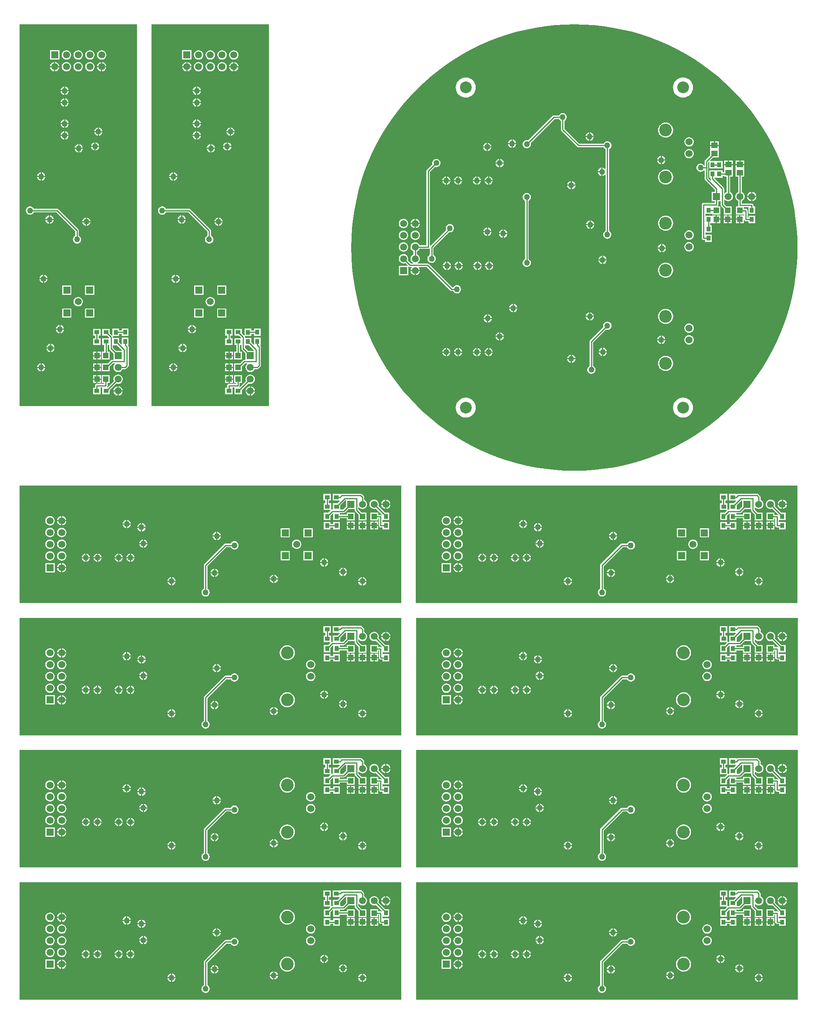
<source format=gbl>
%FSLAX25Y25*%
%MOIN*%
G70*
G01*
G75*
G04 Layer_Physical_Order=2*
G04 Layer_Color=16711680*
%ADD10R,0.03543X0.04331*%
%ADD11R,0.04331X0.03543*%
%ADD12R,0.03543X0.03937*%
%ADD13R,0.04724X0.05512*%
%ADD14R,0.04016X0.01614*%
%ADD15R,0.05512X0.04724*%
%ADD16R,0.05512X0.04921*%
%ADD17R,0.04921X0.05512*%
%ADD18O,0.02362X0.08661*%
%ADD19C,0.01000*%
%ADD20O,0.08661X0.02362*%
%ADD21R,0.05512X0.04921*%
%ADD22R,0.05512X0.04724*%
%ADD23R,0.01614X0.04016*%
%ADD24R,0.03937X0.03543*%
%ADD25R,0.04331X0.03543*%
%ADD26C,0.05906*%
%ADD27R,0.05906X0.05906*%
%ADD28R,0.05906X0.05906*%
%ADD29C,0.06000*%
%ADD30C,0.05000*%
%ADD31C,0.10787*%
%ADD32R,0.05906X0.05906*%
%ADD33C,0.10000*%
%ADD34R,0.04724X0.04724*%
%ADD35R,0.04724X0.04724*%
G36*
X325190Y-177D02*
X189D01*
Y99823D01*
X325190D01*
Y-177D01*
D02*
G37*
%LPC*%
G36*
X66000Y38000D02*
X63036D01*
X63090Y37586D01*
X63443Y36735D01*
X64004Y36004D01*
X64735Y35443D01*
X65586Y35090D01*
X66000Y35036D01*
Y38000D01*
D02*
G37*
G36*
X59964D02*
X57000D01*
Y35036D01*
X57414Y35090D01*
X58265Y35443D01*
X58996Y36004D01*
X59557Y36735D01*
X59910Y37586D01*
X59964Y38000D01*
D02*
G37*
G36*
X56000D02*
X53036D01*
X53090Y37586D01*
X53443Y36735D01*
X54004Y36004D01*
X54735Y35443D01*
X55586Y35090D01*
X56000Y35036D01*
Y38000D01*
D02*
G37*
G36*
X87964D02*
X85000D01*
Y35036D01*
X85414Y35090D01*
X86265Y35443D01*
X86996Y36004D01*
X87557Y36735D01*
X87910Y37586D01*
X87964Y38000D01*
D02*
G37*
G36*
X84000D02*
X81036D01*
X81090Y37586D01*
X81443Y36735D01*
X82004Y36004D01*
X82735Y35443D01*
X83586Y35090D01*
X84000Y35036D01*
Y38000D01*
D02*
G37*
G36*
X69964D02*
X67000D01*
Y35036D01*
X67414Y35090D01*
X68265Y35443D01*
X68996Y36004D01*
X69557Y36735D01*
X69910Y37586D01*
X69964Y38000D01*
D02*
G37*
G36*
X258945Y33945D02*
X255980D01*
X256035Y33531D01*
X256388Y32680D01*
X256949Y31949D01*
X257680Y31388D01*
X258531Y31035D01*
X258945Y30981D01*
Y33945D01*
D02*
G37*
G36*
X36500Y33921D02*
Y30500D01*
X39921D01*
X39851Y31032D01*
X39453Y31993D01*
X38819Y32819D01*
X37993Y33453D01*
X37032Y33851D01*
X36500Y33921D01*
D02*
G37*
G36*
X35500D02*
X34968Y33851D01*
X34007Y33453D01*
X33181Y32819D01*
X32547Y31993D01*
X32149Y31032D01*
X32079Y30500D01*
X35500D01*
Y33921D01*
D02*
G37*
G36*
X259945Y37909D02*
Y34945D01*
X262909D01*
X262855Y35359D01*
X262502Y36210D01*
X261941Y36941D01*
X261210Y37502D01*
X260359Y37855D01*
X259945Y37909D01*
D02*
G37*
G36*
X258945D02*
X258531Y37855D01*
X257680Y37502D01*
X256949Y36941D01*
X256388Y36210D01*
X256035Y35359D01*
X255980Y34945D01*
X258945D01*
Y37909D01*
D02*
G37*
G36*
X262909Y33945D02*
X259945D01*
Y30981D01*
X260359Y31035D01*
X261210Y31388D01*
X261941Y31949D01*
X262502Y32680D01*
X262855Y33531D01*
X262909Y33945D01*
D02*
G37*
G36*
X84000Y41964D02*
X83586Y41910D01*
X82735Y41557D01*
X82004Y40996D01*
X81443Y40265D01*
X81090Y39414D01*
X81036Y39000D01*
X84000D01*
Y41964D01*
D02*
G37*
G36*
X67000D02*
Y39000D01*
X69964D01*
X69910Y39414D01*
X69557Y40265D01*
X68996Y40996D01*
X68265Y41557D01*
X67414Y41910D01*
X67000Y41964D01*
D02*
G37*
G36*
X66000D02*
X65586Y41910D01*
X64735Y41557D01*
X64004Y40996D01*
X63443Y40265D01*
X63090Y39414D01*
X63036Y39000D01*
X66000D01*
Y41964D01*
D02*
G37*
G36*
X95000D02*
Y39000D01*
X97964D01*
X97910Y39414D01*
X97557Y40265D01*
X96996Y40996D01*
X96265Y41557D01*
X95414Y41910D01*
X95000Y41964D01*
D02*
G37*
G36*
X94000D02*
X93586Y41910D01*
X92735Y41557D01*
X92004Y40996D01*
X91443Y40265D01*
X91090Y39414D01*
X91036Y39000D01*
X94000D01*
Y41964D01*
D02*
G37*
G36*
X85000D02*
Y39000D01*
X87964D01*
X87910Y39414D01*
X87557Y40265D01*
X86996Y40996D01*
X86265Y41557D01*
X85414Y41910D01*
X85000Y41964D01*
D02*
G37*
G36*
X26000Y43987D02*
X24968Y43851D01*
X24007Y43453D01*
X23181Y42819D01*
X22547Y41993D01*
X22149Y41032D01*
X22013Y40000D01*
X22149Y38968D01*
X22547Y38007D01*
X23181Y37181D01*
X24007Y36547D01*
X24968Y36149D01*
X26000Y36013D01*
X27032Y36149D01*
X27993Y36547D01*
X28819Y37181D01*
X29453Y38007D01*
X29851Y38968D01*
X29987Y40000D01*
X29851Y41032D01*
X29453Y41993D01*
X28819Y42819D01*
X27993Y43453D01*
X27032Y43851D01*
X26000Y43987D01*
D02*
G37*
G36*
X97964Y38000D02*
X95000D01*
Y35036D01*
X95414Y35090D01*
X96265Y35443D01*
X96996Y36004D01*
X97557Y36735D01*
X97910Y37586D01*
X97964Y38000D01*
D02*
G37*
G36*
X94000D02*
X91036D01*
X91090Y37586D01*
X91443Y36735D01*
X92004Y36004D01*
X92735Y35443D01*
X93586Y35090D01*
X94000Y35036D01*
Y38000D01*
D02*
G37*
G36*
X57000Y41964D02*
Y39000D01*
X59964D01*
X59910Y39414D01*
X59557Y40265D01*
X58996Y40996D01*
X58265Y41557D01*
X57414Y41910D01*
X57000Y41964D01*
D02*
G37*
G36*
X56000D02*
X55586Y41910D01*
X54735Y41557D01*
X54004Y40996D01*
X53443Y40265D01*
X53090Y39414D01*
X53036Y39000D01*
X56000D01*
Y41964D01*
D02*
G37*
G36*
X36000Y43987D02*
X34968Y43851D01*
X34007Y43453D01*
X33181Y42819D01*
X32547Y41993D01*
X32149Y41032D01*
X32013Y40000D01*
X32149Y38968D01*
X32547Y38007D01*
X33181Y37181D01*
X34007Y36547D01*
X34968Y36149D01*
X36000Y36013D01*
X37032Y36149D01*
X37993Y36547D01*
X38819Y37181D01*
X39453Y38007D01*
X39851Y38968D01*
X39987Y40000D01*
X39851Y41032D01*
X39453Y41993D01*
X38819Y42819D01*
X37993Y43453D01*
X37032Y43851D01*
X36000Y43987D01*
D02*
G37*
G36*
X129000Y21964D02*
X128586Y21910D01*
X127735Y21557D01*
X127004Y20996D01*
X126443Y20265D01*
X126090Y19414D01*
X126036Y19000D01*
X129000D01*
Y21964D01*
D02*
G37*
G36*
X292445Y21909D02*
Y18945D01*
X295409D01*
X295355Y19359D01*
X295002Y20210D01*
X294441Y20941D01*
X293710Y21502D01*
X292859Y21855D01*
X292445Y21909D01*
D02*
G37*
G36*
X291445D02*
X291031Y21855D01*
X290180Y21502D01*
X289449Y20941D01*
X288888Y20210D01*
X288535Y19359D01*
X288480Y18945D01*
X291445D01*
Y21909D01*
D02*
G37*
G36*
X217043Y23921D02*
Y20957D01*
X220008D01*
X219953Y21370D01*
X219601Y22222D01*
X219040Y22953D01*
X218308Y23514D01*
X217457Y23867D01*
X217043Y23921D01*
D02*
G37*
G36*
X216043D02*
X215630Y23867D01*
X214778Y23514D01*
X214047Y22953D01*
X213486Y22222D01*
X213133Y21370D01*
X213079Y20957D01*
X216043D01*
Y23921D01*
D02*
G37*
G36*
X130000Y21964D02*
Y19000D01*
X132964D01*
X132910Y19414D01*
X132557Y20265D01*
X131996Y20996D01*
X131265Y21557D01*
X130414Y21910D01*
X130000Y21964D01*
D02*
G37*
G36*
X129000Y18000D02*
X126036D01*
X126090Y17586D01*
X126443Y16735D01*
X127004Y16004D01*
X127735Y15443D01*
X128586Y15090D01*
X129000Y15036D01*
Y18000D01*
D02*
G37*
G36*
X295409Y17945D02*
X292445D01*
Y14980D01*
X292859Y15035D01*
X293710Y15388D01*
X294441Y15949D01*
X295002Y16680D01*
X295355Y17531D01*
X295409Y17945D01*
D02*
G37*
G36*
X291445D02*
X288480D01*
X288535Y17531D01*
X288888Y16680D01*
X289449Y15949D01*
X290180Y15388D01*
X291031Y15035D01*
X291445Y14980D01*
Y17945D01*
D02*
G37*
G36*
X220008Y19957D02*
X217043D01*
Y16992D01*
X217457Y17047D01*
X218308Y17399D01*
X219040Y17961D01*
X219601Y18692D01*
X219953Y19543D01*
X220008Y19957D01*
D02*
G37*
G36*
X216043D02*
X213079D01*
X213133Y19543D01*
X213486Y18692D01*
X214047Y17961D01*
X214778Y17399D01*
X215630Y17047D01*
X216043Y16992D01*
Y19957D01*
D02*
G37*
G36*
X132964Y18000D02*
X130000D01*
Y15036D01*
X130414Y15090D01*
X131265Y15443D01*
X131996Y16004D01*
X132557Y16735D01*
X132910Y17586D01*
X132964Y18000D01*
D02*
G37*
G36*
X165606Y29071D02*
X165193Y29016D01*
X164341Y28664D01*
X163610Y28102D01*
X163049Y27371D01*
X162696Y26520D01*
X162642Y26106D01*
X165606D01*
Y29071D01*
D02*
G37*
G36*
X39921Y29500D02*
X36500D01*
Y26079D01*
X37032Y26149D01*
X37993Y26547D01*
X38819Y27181D01*
X39453Y28007D01*
X39851Y28968D01*
X39921Y29500D01*
D02*
G37*
G36*
X35500D02*
X32079D01*
X32149Y28968D01*
X32547Y28007D01*
X33181Y27181D01*
X34007Y26547D01*
X34968Y26149D01*
X35500Y26079D01*
Y29500D01*
D02*
G37*
G36*
X275945Y29909D02*
Y26945D01*
X278909D01*
X278855Y27359D01*
X278502Y28210D01*
X277941Y28941D01*
X277210Y29502D01*
X276359Y29855D01*
X275945Y29909D01*
D02*
G37*
G36*
X274945D02*
X274531Y29855D01*
X273680Y29502D01*
X272949Y28941D01*
X272388Y28210D01*
X272035Y27359D01*
X271981Y26945D01*
X274945D01*
Y29909D01*
D02*
G37*
G36*
X166606Y29071D02*
Y26106D01*
X169571D01*
X169516Y26520D01*
X169164Y27371D01*
X168603Y28102D01*
X167871Y28664D01*
X167020Y29016D01*
X166606Y29071D01*
D02*
G37*
G36*
X274945Y25945D02*
X271981D01*
X272035Y25531D01*
X272388Y24680D01*
X272949Y23949D01*
X273680Y23388D01*
X274531Y23035D01*
X274945Y22980D01*
Y25945D01*
D02*
G37*
G36*
X169571Y25106D02*
X166606D01*
Y22142D01*
X167020Y22196D01*
X167871Y22549D01*
X168603Y23110D01*
X169164Y23841D01*
X169516Y24693D01*
X169571Y25106D01*
D02*
G37*
G36*
X165606D02*
X162642D01*
X162696Y24693D01*
X163049Y23841D01*
X163610Y23110D01*
X164341Y22549D01*
X165193Y22196D01*
X165606Y22142D01*
Y25106D01*
D02*
G37*
G36*
X29953Y33953D02*
X22047D01*
Y26047D01*
X29953D01*
Y33953D01*
D02*
G37*
G36*
X228000Y36425D02*
X226747Y36301D01*
X225541Y35936D01*
X224431Y35342D01*
X223457Y34543D01*
X222658Y33569D01*
X222064Y32459D01*
X221699Y31253D01*
X221575Y30000D01*
X221699Y28747D01*
X222064Y27541D01*
X222658Y26431D01*
X223457Y25457D01*
X224431Y24658D01*
X225541Y24064D01*
X226747Y23699D01*
X228000Y23575D01*
X229253Y23699D01*
X230459Y24064D01*
X231569Y24658D01*
X232543Y25457D01*
X233342Y26431D01*
X233936Y27541D01*
X234301Y28747D01*
X234425Y30000D01*
X234301Y31253D01*
X233936Y32459D01*
X233342Y33569D01*
X232543Y34543D01*
X231569Y35342D01*
X230459Y35936D01*
X229253Y36301D01*
X228000Y36425D01*
D02*
G37*
G36*
X278909Y25945D02*
X275945D01*
Y22980D01*
X276359Y23035D01*
X277210Y23388D01*
X277941Y23949D01*
X278502Y24680D01*
X278855Y25531D01*
X278909Y25945D01*
D02*
G37*
G36*
X285362Y69362D02*
X282500D01*
Y66500D01*
X285362D01*
Y69362D01*
D02*
G37*
G36*
X281500D02*
X278638D01*
Y66500D01*
X281500D01*
Y69362D01*
D02*
G37*
G36*
X39921Y69500D02*
X36500D01*
Y66079D01*
X37032Y66149D01*
X37993Y66547D01*
X38819Y67181D01*
X39453Y68007D01*
X39851Y68968D01*
X39921Y69500D01*
D02*
G37*
G36*
X301500Y69362D02*
X298638D01*
Y66500D01*
X301500D01*
Y69362D01*
D02*
G37*
G36*
X295362D02*
X292500D01*
Y66500D01*
X295362D01*
Y69362D01*
D02*
G37*
G36*
X291500D02*
X288638D01*
Y66500D01*
X291500D01*
Y69362D01*
D02*
G37*
G36*
X103408Y67872D02*
X102994Y67818D01*
X102143Y67465D01*
X101412Y66904D01*
X100851Y66173D01*
X100498Y65322D01*
X100443Y64908D01*
X103408D01*
Y67872D01*
D02*
G37*
G36*
X94787Y66677D02*
X91823D01*
Y63713D01*
X92237Y63767D01*
X93088Y64120D01*
X93819Y64681D01*
X94380Y65412D01*
X94733Y66264D01*
X94787Y66677D01*
D02*
G37*
G36*
X90823D02*
X87858D01*
X87913Y66264D01*
X88266Y65412D01*
X88827Y64681D01*
X89558Y64120D01*
X90409Y63767D01*
X90823Y63713D01*
Y66677D01*
D02*
G37*
G36*
X35500Y69500D02*
X32079D01*
X32149Y68968D01*
X32547Y68007D01*
X33181Y67181D01*
X34007Y66547D01*
X34968Y66149D01*
X35500Y66079D01*
Y69500D01*
D02*
G37*
G36*
X26000Y73987D02*
X24968Y73851D01*
X24007Y73453D01*
X23181Y72819D01*
X22547Y71993D01*
X22149Y71032D01*
X22013Y70000D01*
X22149Y68968D01*
X22547Y68007D01*
X23181Y67181D01*
X24007Y66547D01*
X24968Y66149D01*
X26000Y66013D01*
X27032Y66149D01*
X27993Y66547D01*
X28819Y67181D01*
X29453Y68007D01*
X29851Y68968D01*
X29987Y70000D01*
X29851Y71032D01*
X29453Y71993D01*
X28819Y72819D01*
X27993Y73453D01*
X27032Y73851D01*
X26000Y73987D01*
D02*
G37*
G36*
X104408Y67872D02*
Y64908D01*
X107372D01*
X107318Y65322D01*
X106965Y66173D01*
X106404Y66904D01*
X105673Y67465D01*
X104822Y67818D01*
X104408Y67872D01*
D02*
G37*
G36*
X315921Y83500D02*
X312500D01*
Y80079D01*
X313032Y80149D01*
X313993Y80547D01*
X314819Y81181D01*
X315453Y82007D01*
X315851Y82968D01*
X315921Y83500D01*
D02*
G37*
G36*
X311500D02*
X308079D01*
X308149Y82968D01*
X308547Y82007D01*
X309181Y81181D01*
X310007Y80547D01*
X310968Y80149D01*
X311500Y80079D01*
Y83500D01*
D02*
G37*
G36*
X302000Y87987D02*
X300968Y87851D01*
X300007Y87453D01*
X299181Y86819D01*
X298547Y85993D01*
X298149Y85032D01*
X298013Y84000D01*
X298149Y82968D01*
X298547Y82007D01*
X299181Y81181D01*
X300007Y80547D01*
X300968Y80149D01*
X302000Y80013D01*
X303032Y80149D01*
X303496Y80341D01*
X308810Y75027D01*
X308493Y74641D01*
X308085Y74913D01*
X307500Y75029D01*
X307401Y75010D01*
X305362D01*
Y76842D01*
X298638D01*
Y70118D01*
X305362D01*
Y71951D01*
X305971D01*
Y66000D01*
X306087Y65415D01*
X306419Y64919D01*
X306615Y64722D01*
X307112Y64390D01*
X307697Y64274D01*
X309228D01*
Y62638D01*
X314772D01*
Y68968D01*
X309228D01*
D01*
X309228D01*
X309029Y69168D01*
Y70313D01*
X309228Y70512D01*
X309383Y70512D01*
X309383Y70512D01*
Y70512D01*
X314772D01*
Y76842D01*
X311320D01*
X305659Y82504D01*
X305851Y82968D01*
X305987Y84000D01*
X305851Y85032D01*
X305453Y85993D01*
X304819Y86819D01*
X303993Y87453D01*
X303032Y87851D01*
X302000Y87987D01*
D02*
G37*
G36*
X290500Y93029D02*
X274500D01*
X273915Y92913D01*
X273419Y92581D01*
X273039Y92738D01*
Y92772D01*
X266709D01*
Y87228D01*
X272412D01*
X272604Y86766D01*
X270609Y84772D01*
X266835D01*
Y79529D01*
X266323D01*
X265835Y79432D01*
X265738Y79413D01*
X265732Y79409D01*
X265291Y79645D01*
Y84772D01*
X263529D01*
Y87228D01*
X265165D01*
Y92772D01*
X258835D01*
Y87228D01*
X260471D01*
Y84772D01*
X258961D01*
Y79228D01*
X264735D01*
X264926Y78766D01*
X263002Y76842D01*
X259228D01*
Y70512D01*
X264772D01*
Y74286D01*
X266766Y76281D01*
X267228Y76089D01*
Y70512D01*
X272772D01*
Y72148D01*
X278638D01*
Y70118D01*
X285362D01*
Y76842D01*
X278638D01*
Y75207D01*
X272772D01*
Y76471D01*
X276000D01*
X276585Y76587D01*
X277081Y76919D01*
X277081Y76919D01*
X277081Y76919D01*
X280210Y80047D01*
X285471D01*
Y79000D01*
X285471Y79000D01*
X285471D01*
X285587Y78415D01*
X285919Y77919D01*
X288638Y75199D01*
Y70118D01*
X295362D01*
Y76842D01*
X291320D01*
X288529Y79633D01*
Y81252D01*
X289003Y81413D01*
X289181Y81181D01*
X290007Y80547D01*
X290968Y80149D01*
X292000Y80013D01*
X293032Y80149D01*
X293993Y80547D01*
X294819Y81181D01*
X295453Y82007D01*
X295851Y82968D01*
X295987Y84000D01*
X295851Y85032D01*
X295453Y85993D01*
X294819Y86819D01*
X293993Y87453D01*
X293529Y87645D01*
Y90000D01*
X293413Y90585D01*
X293081Y91081D01*
X291581Y92581D01*
X291085Y92913D01*
X290500Y93029D01*
D02*
G37*
G36*
X312500Y87921D02*
Y84500D01*
X315921D01*
X315851Y85032D01*
X315453Y85993D01*
X314819Y86819D01*
X313993Y87453D01*
X313032Y87851D01*
X312500Y87921D01*
D02*
G37*
G36*
X311500D02*
X310968Y87851D01*
X310007Y87453D01*
X309181Y86819D01*
X308547Y85993D01*
X308149Y85032D01*
X308079Y84500D01*
X311500D01*
Y87921D01*
D02*
G37*
G36*
X90823Y70641D02*
X90409Y70587D01*
X89558Y70234D01*
X88827Y69673D01*
X88266Y68942D01*
X87913Y68091D01*
X87858Y67677D01*
X90823D01*
Y70641D01*
D02*
G37*
G36*
X272772Y68968D02*
X267228D01*
Y67333D01*
X264772D01*
Y68968D01*
X259228D01*
Y62638D01*
X264772D01*
Y64274D01*
X267228D01*
Y62638D01*
X272772D01*
Y68968D01*
D02*
G37*
G36*
X305362Y69362D02*
X302500D01*
Y66500D01*
X305362D01*
Y69362D01*
D02*
G37*
G36*
X36500Y73921D02*
Y70500D01*
X39921D01*
X39851Y71032D01*
X39453Y71993D01*
X38819Y72819D01*
X37993Y73453D01*
X37032Y73851D01*
X36500Y73921D01*
D02*
G37*
G36*
X35500D02*
X34968Y73851D01*
X34007Y73453D01*
X33181Y72819D01*
X32547Y71993D01*
X32149Y71032D01*
X32079Y70500D01*
X35500D01*
Y73921D01*
D02*
G37*
G36*
X91823Y70641D02*
Y67677D01*
X94787D01*
X94733Y68091D01*
X94380Y68942D01*
X93819Y69673D01*
X93088Y70234D01*
X92237Y70587D01*
X91823Y70641D01*
D02*
G37*
G36*
X167500Y56500D02*
X164536D01*
X164590Y56086D01*
X164943Y55235D01*
X165504Y54504D01*
X166235Y53943D01*
X167086Y53590D01*
X167500Y53536D01*
Y56500D01*
D02*
G37*
G36*
X106000Y53964D02*
Y51000D01*
X108964D01*
X108910Y51414D01*
X108557Y52265D01*
X107996Y52996D01*
X107265Y53557D01*
X106414Y53910D01*
X106000Y53964D01*
D02*
G37*
G36*
X105000D02*
X104586Y53910D01*
X103735Y53557D01*
X103004Y52996D01*
X102443Y52265D01*
X102090Y51414D01*
X102036Y51000D01*
X105000D01*
Y53964D01*
D02*
G37*
G36*
X26000Y63987D02*
X24968Y63851D01*
X24007Y63453D01*
X23181Y62819D01*
X22547Y61993D01*
X22149Y61032D01*
X22013Y60000D01*
X22149Y58968D01*
X22547Y58007D01*
X23181Y57181D01*
X24007Y56547D01*
X24968Y56149D01*
X26000Y56013D01*
X27032Y56149D01*
X27993Y56547D01*
X28819Y57181D01*
X29453Y58007D01*
X29851Y58968D01*
X29987Y60000D01*
X29851Y61032D01*
X29453Y61993D01*
X28819Y62819D01*
X27993Y63453D01*
X27032Y63851D01*
X26000Y63987D01*
D02*
G37*
G36*
X248000Y64034D02*
X246956Y63897D01*
X245983Y63494D01*
X245147Y62853D01*
X244506Y62017D01*
X244103Y61044D01*
X243966Y60000D01*
X244103Y58956D01*
X244506Y57983D01*
X245147Y57147D01*
X245983Y56506D01*
X246956Y56103D01*
X248000Y55966D01*
X249044Y56103D01*
X250017Y56506D01*
X250853Y57147D01*
X251494Y57983D01*
X251897Y58956D01*
X252034Y60000D01*
X251897Y61044D01*
X251494Y62017D01*
X250853Y62853D01*
X250017Y63494D01*
X249044Y63897D01*
X248000Y64034D01*
D02*
G37*
G36*
X171464Y56500D02*
X168500D01*
Y53536D01*
X168914Y53590D01*
X169765Y53943D01*
X170496Y54504D01*
X171057Y55235D01*
X171410Y56086D01*
X171464Y56500D01*
D02*
G37*
G36*
X26000Y53987D02*
X24968Y53851D01*
X24007Y53453D01*
X23181Y52819D01*
X22547Y51993D01*
X22149Y51032D01*
X22013Y50000D01*
X22149Y48968D01*
X22547Y48007D01*
X23181Y47181D01*
X24007Y46547D01*
X24968Y46149D01*
X26000Y46013D01*
X27032Y46149D01*
X27993Y46547D01*
X28819Y47181D01*
X29453Y48007D01*
X29851Y48968D01*
X29987Y50000D01*
X29851Y51032D01*
X29453Y51993D01*
X28819Y52819D01*
X27993Y53453D01*
X27032Y53851D01*
X26000Y53987D01*
D02*
G37*
G36*
X248000Y54035D02*
X246956Y53897D01*
X245983Y53494D01*
X245147Y52853D01*
X244506Y52017D01*
X244103Y51044D01*
X243966Y50000D01*
X244103Y48956D01*
X244506Y47983D01*
X245147Y47147D01*
X245983Y46506D01*
X246956Y46103D01*
X248000Y45965D01*
X249044Y46103D01*
X250017Y46506D01*
X250853Y47147D01*
X251494Y47983D01*
X251897Y48956D01*
X252034Y50000D01*
X251897Y51044D01*
X251494Y52017D01*
X250853Y52853D01*
X250017Y53494D01*
X249044Y53897D01*
X248000Y54035D01*
D02*
G37*
G36*
X183043Y52574D02*
X182130Y52453D01*
X181278Y52100D01*
X180547Y51539D01*
X179986Y50808D01*
X179888Y50573D01*
X175543D01*
X174958Y50456D01*
X174462Y50125D01*
X157419Y33081D01*
X157087Y32585D01*
X156971Y32000D01*
Y12155D01*
X156735Y12057D01*
X156004Y11496D01*
X155443Y10765D01*
X155090Y9914D01*
X154970Y9000D01*
X155090Y8086D01*
X155443Y7235D01*
X156004Y6504D01*
X156735Y5943D01*
X157586Y5590D01*
X158500Y5470D01*
X159414Y5590D01*
X160265Y5943D01*
X160996Y6504D01*
X161557Y7235D01*
X161910Y8086D01*
X162030Y9000D01*
X161910Y9914D01*
X161557Y10765D01*
X160996Y11496D01*
X160265Y12057D01*
X160029Y12155D01*
Y31367D01*
X176177Y47514D01*
X179888D01*
X179986Y47278D01*
X180547Y46547D01*
X181278Y45986D01*
X182130Y45633D01*
X183043Y45513D01*
X183957Y45633D01*
X184808Y45986D01*
X185539Y46547D01*
X186100Y47278D01*
X186453Y48130D01*
X186574Y49043D01*
X186453Y49957D01*
X186100Y50808D01*
X185539Y51539D01*
X184808Y52100D01*
X183957Y52453D01*
X183043Y52574D01*
D02*
G37*
G36*
X108964Y50000D02*
X106000D01*
Y47036D01*
X106414Y47090D01*
X107265Y47443D01*
X107996Y48004D01*
X108557Y48735D01*
X108910Y49586D01*
X108964Y50000D01*
D02*
G37*
G36*
X105000D02*
X102036D01*
X102090Y49586D01*
X102443Y48735D01*
X103004Y48004D01*
X103735Y47443D01*
X104586Y47090D01*
X105000Y47036D01*
Y50000D01*
D02*
G37*
G36*
X36000Y53987D02*
X34968Y53851D01*
X34007Y53453D01*
X33181Y52819D01*
X32547Y51993D01*
X32149Y51032D01*
X32013Y50000D01*
X32149Y48968D01*
X32547Y48007D01*
X33181Y47181D01*
X34007Y46547D01*
X34968Y46149D01*
X36000Y46013D01*
X37032Y46149D01*
X37993Y46547D01*
X38819Y47181D01*
X39453Y48007D01*
X39851Y48968D01*
X39987Y50000D01*
X39851Y51032D01*
X39453Y51993D01*
X38819Y52819D01*
X37993Y53453D01*
X37032Y53851D01*
X36000Y53987D01*
D02*
G37*
G36*
X295362Y65500D02*
X292500D01*
Y62638D01*
X295362D01*
Y65500D01*
D02*
G37*
G36*
X291500D02*
X288638D01*
Y62638D01*
X291500D01*
Y65500D01*
D02*
G37*
G36*
X285362D02*
X282500D01*
Y62638D01*
X285362D01*
Y65500D01*
D02*
G37*
G36*
X228000Y76425D02*
X226747Y76301D01*
X225541Y75936D01*
X224431Y75342D01*
X223457Y74543D01*
X222658Y73569D01*
X222064Y72459D01*
X221699Y71253D01*
X221575Y70000D01*
X221699Y68747D01*
X222064Y67541D01*
X222658Y66431D01*
X223457Y65457D01*
X224431Y64658D01*
X225541Y64064D01*
X226747Y63699D01*
X228000Y63575D01*
X229253Y63699D01*
X230459Y64064D01*
X231569Y64658D01*
X232543Y65457D01*
X233342Y66431D01*
X233936Y67541D01*
X234301Y68747D01*
X234425Y70000D01*
X234301Y71253D01*
X233936Y72459D01*
X233342Y73569D01*
X232543Y74543D01*
X231569Y75342D01*
X230459Y75936D01*
X229253Y76301D01*
X228000Y76425D01*
D02*
G37*
G36*
X305362Y65500D02*
X302500D01*
Y62638D01*
X305362D01*
Y65500D01*
D02*
G37*
G36*
X301500D02*
X298638D01*
Y62638D01*
X301500D01*
Y65500D01*
D02*
G37*
G36*
X168500Y60464D02*
Y57500D01*
X171464D01*
X171410Y57914D01*
X171057Y58765D01*
X170496Y59496D01*
X169765Y60057D01*
X168914Y60410D01*
X168500Y60464D01*
D02*
G37*
G36*
X167500D02*
X167086Y60410D01*
X166235Y60057D01*
X165504Y59496D01*
X164943Y58765D01*
X164590Y57914D01*
X164536Y57500D01*
X167500D01*
Y60464D01*
D02*
G37*
G36*
X36000Y63987D02*
X34968Y63851D01*
X34007Y63453D01*
X33181Y62819D01*
X32547Y61993D01*
X32149Y61032D01*
X32013Y60000D01*
X32149Y58968D01*
X32547Y58007D01*
X33181Y57181D01*
X34007Y56547D01*
X34968Y56149D01*
X36000Y56013D01*
X37032Y56149D01*
X37993Y56547D01*
X38819Y57181D01*
X39453Y58007D01*
X39851Y58968D01*
X39987Y60000D01*
X39851Y61032D01*
X39453Y61993D01*
X38819Y62819D01*
X37993Y63453D01*
X37032Y63851D01*
X36000Y63987D01*
D02*
G37*
G36*
X103408Y63908D02*
X100443D01*
X100498Y63494D01*
X100851Y62643D01*
X101412Y61912D01*
X102143Y61351D01*
X102994Y60998D01*
X103408Y60944D01*
Y63908D01*
D02*
G37*
G36*
X281500Y65500D02*
X278638D01*
Y62638D01*
X281500D01*
Y65500D01*
D02*
G37*
G36*
X107372Y63908D02*
X104408D01*
Y60944D01*
X104822Y60998D01*
X105673Y61351D01*
X106404Y61912D01*
X106965Y62643D01*
X107318Y63494D01*
X107372Y63908D01*
D02*
G37*
%LPD*%
G36*
X278047Y87231D02*
Y82210D01*
X275366Y79529D01*
X273165D01*
Y83003D01*
X277585Y87422D01*
X278047Y87231D01*
D02*
G37*
G36*
X0Y505000D02*
Y830000D01*
X100000D01*
Y505000D01*
X0D01*
D02*
G37*
%LPC*%
G36*
X38000Y760036D02*
Y763000D01*
X35036D01*
X35090Y762586D01*
X35443Y761735D01*
X36004Y761004D01*
X36735Y760443D01*
X37586Y760090D01*
X38000Y760036D01*
D02*
G37*
G36*
Y764000D02*
Y766964D01*
X37586Y766910D01*
X36735Y766557D01*
X36004Y765996D01*
X35443Y765265D01*
X35090Y764414D01*
X35036Y764000D01*
X38000D01*
D02*
G37*
G36*
Y770036D02*
Y773000D01*
X35036D01*
X35090Y772586D01*
X35443Y771735D01*
X36004Y771004D01*
X36735Y770443D01*
X37586Y770090D01*
X38000Y770036D01*
D02*
G37*
G36*
Y736000D02*
Y738964D01*
X37586Y738910D01*
X36735Y738557D01*
X36004Y737996D01*
X35443Y737265D01*
X35090Y736414D01*
X35036Y736000D01*
X38000D01*
D02*
G37*
G36*
Y742036D02*
Y745000D01*
X35036D01*
X35090Y744586D01*
X35443Y743735D01*
X36004Y743004D01*
X36735Y742443D01*
X37586Y742090D01*
X38000Y742036D01*
D02*
G37*
G36*
Y746000D02*
Y748964D01*
X37586Y748910D01*
X36735Y748557D01*
X36004Y747996D01*
X35443Y747265D01*
X35090Y746414D01*
X35036Y746000D01*
X38000D01*
D02*
G37*
G36*
X33945Y567091D02*
Y570055D01*
X30981D01*
X31035Y569641D01*
X31388Y568790D01*
X31949Y568059D01*
X32680Y567498D01*
X33531Y567145D01*
X33945Y567091D01*
D02*
G37*
G36*
Y571055D02*
Y574019D01*
X33531Y573965D01*
X32680Y573612D01*
X31949Y573051D01*
X31388Y572320D01*
X31035Y571469D01*
X30981Y571055D01*
X33945D01*
D02*
G37*
G36*
X33921Y793500D02*
X30500D01*
Y790079D01*
X31032Y790149D01*
X31993Y790547D01*
X32819Y791181D01*
X33453Y792007D01*
X33851Y792968D01*
X33921Y793500D01*
D02*
G37*
G36*
X38000Y774000D02*
Y776964D01*
X37586Y776910D01*
X36735Y776557D01*
X36004Y775996D01*
X35443Y775265D01*
X35090Y774414D01*
X35036Y774000D01*
X38000D01*
D02*
G37*
G36*
X37909Y570055D02*
X34945D01*
Y567091D01*
X35359Y567145D01*
X36210Y567498D01*
X36941Y568059D01*
X37502Y568790D01*
X37855Y569641D01*
X37909Y570055D01*
D02*
G37*
G36*
Y571055D02*
X37855Y571469D01*
X37502Y572320D01*
X36941Y573051D01*
X36210Y573612D01*
X35359Y573965D01*
X34945Y574019D01*
Y571055D01*
X37909D01*
D02*
G37*
G36*
X41964Y763000D02*
X39000D01*
Y760036D01*
X39414Y760090D01*
X40265Y760443D01*
X40996Y761004D01*
X41557Y761735D01*
X41910Y762586D01*
X41964Y763000D01*
D02*
G37*
G36*
Y764000D02*
X41910Y764414D01*
X41557Y765265D01*
X40996Y765996D01*
X40265Y766557D01*
X39414Y766910D01*
X39000Y766964D01*
Y764000D01*
X41964D01*
D02*
G37*
G36*
Y773000D02*
X39000D01*
Y770036D01*
X39414Y770090D01*
X40265Y770443D01*
X40996Y771004D01*
X41557Y771735D01*
X41910Y772586D01*
X41964Y773000D01*
D02*
G37*
G36*
Y736000D02*
X41910Y736414D01*
X41557Y737265D01*
X40996Y737996D01*
X40265Y738557D01*
X39414Y738910D01*
X39000Y738964D01*
Y736000D01*
X41964D01*
D02*
G37*
G36*
Y745000D02*
X39000D01*
Y742036D01*
X39414Y742090D01*
X40265Y742443D01*
X40996Y743004D01*
X41557Y743735D01*
X41910Y744586D01*
X41964Y745000D01*
D02*
G37*
G36*
Y746000D02*
X41910Y746414D01*
X41557Y747265D01*
X40996Y747996D01*
X40265Y748557D01*
X39414Y748910D01*
X39000Y748964D01*
Y746000D01*
X41964D01*
D02*
G37*
G36*
X43987Y794000D02*
X43851Y795032D01*
X43453Y795993D01*
X42819Y796819D01*
X41993Y797453D01*
X41032Y797851D01*
X40000Y797987D01*
X38968Y797851D01*
X38007Y797453D01*
X37181Y796819D01*
X36547Y795993D01*
X36149Y795032D01*
X36013Y794000D01*
X36149Y792968D01*
X36547Y792007D01*
X37181Y791181D01*
X38007Y790547D01*
X38968Y790149D01*
X40000Y790013D01*
X41032Y790149D01*
X41993Y790547D01*
X42819Y791181D01*
X43453Y792007D01*
X43851Y792968D01*
X43987Y794000D01*
D02*
G37*
G36*
Y804000D02*
X43851Y805032D01*
X43453Y805993D01*
X42819Y806819D01*
X41993Y807453D01*
X41032Y807851D01*
X40000Y807987D01*
X38968Y807851D01*
X38007Y807453D01*
X37181Y806819D01*
X36547Y805993D01*
X36149Y805032D01*
X36013Y804000D01*
X36149Y802968D01*
X36547Y802007D01*
X37181Y801181D01*
X38007Y800547D01*
X38968Y800149D01*
X40000Y800013D01*
X41032Y800149D01*
X41993Y800547D01*
X42819Y801181D01*
X43453Y802007D01*
X43851Y802968D01*
X43987Y804000D01*
D02*
G37*
G36*
X38000Y732036D02*
Y735000D01*
X35036D01*
X35090Y734586D01*
X35443Y733735D01*
X36004Y733004D01*
X36735Y732443D01*
X37586Y732090D01*
X38000Y732036D01*
D02*
G37*
G36*
X41964Y774000D02*
X41910Y774414D01*
X41557Y775265D01*
X40996Y775996D01*
X40265Y776557D01*
X39414Y776910D01*
X39000Y776964D01*
Y774000D01*
X41964D01*
D02*
G37*
G36*
X44228Y580323D02*
Y588228D01*
X36323D01*
Y580323D01*
X44228D01*
D02*
G37*
G36*
Y599772D02*
Y607677D01*
X36323D01*
Y599772D01*
X44228D01*
D02*
G37*
G36*
X21964Y701000D02*
X21910Y701414D01*
X21557Y702265D01*
X20996Y702996D01*
X20265Y703557D01*
X19414Y703910D01*
X19000Y703964D01*
Y701000D01*
X21964D01*
D02*
G37*
G36*
X21909Y537555D02*
X18945D01*
Y534591D01*
X19359Y534645D01*
X20210Y534998D01*
X20941Y535559D01*
X21502Y536290D01*
X21855Y537141D01*
X21909Y537555D01*
D02*
G37*
G36*
Y538555D02*
X21855Y538969D01*
X21502Y539820D01*
X20941Y540551D01*
X20210Y541112D01*
X19359Y541465D01*
X18945Y541519D01*
Y538555D01*
X21909D01*
D02*
G37*
G36*
X23921Y612957D02*
X20957D01*
Y609992D01*
X21370Y610047D01*
X22222Y610399D01*
X22953Y610960D01*
X23514Y611692D01*
X23867Y612543D01*
X23921Y612957D01*
D02*
G37*
G36*
Y613957D02*
X23867Y614370D01*
X23514Y615222D01*
X22953Y615953D01*
X22222Y616514D01*
X21370Y616867D01*
X20957Y616921D01*
Y613957D01*
X23921D01*
D02*
G37*
G36*
X21964Y700000D02*
X19000D01*
Y697036D01*
X19414Y697090D01*
X20265Y697443D01*
X20996Y698004D01*
X21557Y698735D01*
X21910Y699586D01*
X21964Y700000D01*
D02*
G37*
G36*
X18000Y701000D02*
Y703964D01*
X17586Y703910D01*
X16735Y703557D01*
X16004Y702996D01*
X15443Y702265D01*
X15090Y701414D01*
X15036Y701000D01*
X18000D01*
D02*
G37*
G36*
X17945Y534591D02*
Y537555D01*
X14980D01*
X15035Y537141D01*
X15388Y536290D01*
X15949Y535559D01*
X16680Y534998D01*
X17531Y534645D01*
X17945Y534591D01*
D02*
G37*
G36*
Y538555D02*
Y541519D01*
X17531Y541465D01*
X16680Y541112D01*
X15949Y540551D01*
X15388Y539820D01*
X15035Y538969D01*
X14980Y538555D01*
X17945D01*
D02*
G37*
G36*
X19957Y609992D02*
Y612957D01*
X16992D01*
X17047Y612543D01*
X17399Y611692D01*
X17961Y610960D01*
X18692Y610399D01*
X19543Y610047D01*
X19957Y609992D01*
D02*
G37*
G36*
Y613957D02*
Y616921D01*
X19543Y616867D01*
X18692Y616514D01*
X17961Y615953D01*
X17399Y615222D01*
X17047Y614370D01*
X16992Y613957D01*
X19957D01*
D02*
G37*
G36*
X18000Y697036D02*
Y700000D01*
X15036D01*
X15090Y699586D01*
X15443Y698735D01*
X16004Y698004D01*
X16735Y697443D01*
X17586Y697090D01*
X18000Y697036D01*
D02*
G37*
G36*
X29071Y663394D02*
X26106D01*
Y660429D01*
X26520Y660484D01*
X27371Y660837D01*
X28102Y661398D01*
X28664Y662129D01*
X29016Y662980D01*
X29071Y663394D01*
D02*
G37*
G36*
Y664394D02*
X29016Y664807D01*
X28664Y665659D01*
X28102Y666390D01*
X27371Y666951D01*
X26520Y667304D01*
X26106Y667358D01*
Y664394D01*
X29071D01*
D02*
G37*
G36*
X29500Y790079D02*
Y793500D01*
X26079D01*
X26149Y792968D01*
X26547Y792007D01*
X27181Y791181D01*
X28007Y790547D01*
X28968Y790149D01*
X29500Y790079D01*
D02*
G37*
G36*
X33921Y794500D02*
X33851Y795032D01*
X33453Y795993D01*
X32819Y796819D01*
X31993Y797453D01*
X31032Y797851D01*
X30500Y797921D01*
Y794500D01*
X33921D01*
D02*
G37*
G36*
X29909Y554055D02*
X26945D01*
Y551091D01*
X27359Y551145D01*
X28210Y551498D01*
X28941Y552059D01*
X29502Y552790D01*
X29855Y553641D01*
X29909Y554055D01*
D02*
G37*
G36*
Y555055D02*
X29855Y555469D01*
X29502Y556320D01*
X28941Y557051D01*
X28210Y557612D01*
X27359Y557965D01*
X26945Y558019D01*
Y555055D01*
X29909D01*
D02*
G37*
G36*
X25945D02*
Y558019D01*
X25531Y557965D01*
X24680Y557612D01*
X23949Y557051D01*
X23388Y556320D01*
X23035Y555469D01*
X22980Y555055D01*
X25945D01*
D02*
G37*
G36*
X25106Y660429D02*
Y663394D01*
X22142D01*
X22196Y662980D01*
X22549Y662129D01*
X23110Y661398D01*
X23841Y660837D01*
X24693Y660484D01*
X25106Y660429D01*
D02*
G37*
G36*
Y664394D02*
Y667358D01*
X24693Y667304D01*
X23841Y666951D01*
X23110Y666390D01*
X22549Y665659D01*
X22196Y664807D01*
X22142Y664394D01*
X25106D01*
D02*
G37*
G36*
X29500Y794500D02*
Y797921D01*
X28968Y797851D01*
X28007Y797453D01*
X27181Y796819D01*
X26547Y795993D01*
X26149Y795032D01*
X26079Y794500D01*
X29500D01*
D02*
G37*
G36*
X33953Y800047D02*
Y807953D01*
X26047D01*
Y800047D01*
X33953D01*
D02*
G37*
G36*
X25945Y551091D02*
Y554055D01*
X22980D01*
X23035Y553641D01*
X23388Y552790D01*
X23949Y552059D01*
X24680Y551498D01*
X25531Y551145D01*
X25945Y551091D01*
D02*
G37*
G36*
X41964Y735000D02*
X39000D01*
Y732036D01*
X39414Y732090D01*
X40265Y732443D01*
X40996Y733004D01*
X41557Y733735D01*
X41910Y734586D01*
X41964Y735000D01*
D02*
G37*
G36*
X69362Y544638D02*
Y547500D01*
X66500D01*
Y544638D01*
X69362D01*
D02*
G37*
G36*
Y548500D02*
Y551362D01*
X66500D01*
Y548500D01*
X69362D01*
D02*
G37*
G36*
X69500Y790079D02*
Y793500D01*
X66079D01*
X66149Y792968D01*
X66547Y792007D01*
X67181Y791181D01*
X68007Y790547D01*
X68968Y790149D01*
X69500Y790079D01*
D02*
G37*
G36*
X69362Y528500D02*
Y531362D01*
X66500D01*
Y528500D01*
X69362D01*
D02*
G37*
G36*
Y534638D02*
Y537500D01*
X66500D01*
Y534638D01*
X69362D01*
D02*
G37*
G36*
Y538500D02*
Y541362D01*
X66500D01*
Y538500D01*
X69362D01*
D02*
G37*
G36*
X67872Y726592D02*
X67818Y727006D01*
X67465Y727857D01*
X66904Y728588D01*
X66173Y729149D01*
X65322Y729502D01*
X64908Y729557D01*
Y726592D01*
X67872D01*
D02*
G37*
G36*
X66677Y735213D02*
Y738177D01*
X63713D01*
X63767Y737764D01*
X64120Y736912D01*
X64681Y736181D01*
X65412Y735620D01*
X66264Y735267D01*
X66677Y735213D01*
D02*
G37*
G36*
Y739177D02*
Y742142D01*
X66264Y742087D01*
X65412Y741734D01*
X64681Y741173D01*
X64120Y740442D01*
X63767Y739591D01*
X63713Y739177D01*
X66677D01*
D02*
G37*
G36*
X69500Y794500D02*
Y797921D01*
X68968Y797851D01*
X68007Y797453D01*
X67181Y796819D01*
X66547Y795993D01*
X66149Y795032D01*
X66079Y794500D01*
X69500D01*
D02*
G37*
G36*
X73987Y804000D02*
X73851Y805032D01*
X73453Y805993D01*
X72819Y806819D01*
X71993Y807453D01*
X71032Y807851D01*
X70000Y807987D01*
X68968Y807851D01*
X68007Y807453D01*
X67181Y806819D01*
X66547Y805993D01*
X66149Y805032D01*
X66013Y804000D01*
X66149Y802968D01*
X66547Y802007D01*
X67181Y801181D01*
X68007Y800547D01*
X68968Y800149D01*
X70000Y800013D01*
X71032Y800149D01*
X71993Y800547D01*
X72819Y801181D01*
X73453Y802007D01*
X73851Y802968D01*
X73987Y804000D01*
D02*
G37*
G36*
X67872Y725592D02*
X64908D01*
Y722628D01*
X65322Y722682D01*
X66173Y723035D01*
X66904Y723596D01*
X67465Y724327D01*
X67818Y725178D01*
X67872Y725592D01*
D02*
G37*
G36*
X83500Y514079D02*
Y517500D01*
X80079D01*
X80149Y516968D01*
X80547Y516007D01*
X81181Y515181D01*
X82007Y514547D01*
X82968Y514149D01*
X83500Y514079D01*
D02*
G37*
G36*
Y518500D02*
Y521921D01*
X82968Y521851D01*
X82007Y521453D01*
X81181Y520819D01*
X80547Y519993D01*
X80149Y519032D01*
X80079Y518500D01*
X83500D01*
D02*
G37*
G36*
X87987Y528000D02*
X87851Y529032D01*
X87453Y529993D01*
X86819Y530819D01*
X85993Y531453D01*
X85032Y531851D01*
X84000Y531987D01*
X82968Y531851D01*
X82007Y531453D01*
X81181Y530819D01*
X80547Y529993D01*
X80149Y529032D01*
X80013Y528000D01*
X80149Y526968D01*
X80341Y526504D01*
X75027Y521190D01*
X74641Y521507D01*
X74913Y521915D01*
X75029Y522500D01*
X75010Y522599D01*
Y524638D01*
X76842D01*
Y531362D01*
X70118D01*
Y524638D01*
X71951D01*
Y524029D01*
X66000D01*
X65415Y523913D01*
X64919Y523581D01*
X64722Y523385D01*
X64390Y522888D01*
X64274Y522303D01*
Y520772D01*
X62638D01*
Y515228D01*
X68968D01*
Y520772D01*
D01*
Y520772D01*
X69168Y520971D01*
X70313D01*
X70512Y520772D01*
X70512Y520617D01*
X70512Y520617D01*
X70512D01*
Y515228D01*
X76842D01*
Y518680D01*
X82504Y524341D01*
X82968Y524149D01*
X84000Y524013D01*
X85032Y524149D01*
X85993Y524547D01*
X86819Y525181D01*
X87453Y526007D01*
X87851Y526968D01*
X87987Y528000D01*
D02*
G37*
G36*
X93029Y539500D02*
Y555500D01*
X92913Y556085D01*
X92581Y556581D01*
X92738Y556961D01*
X92772D01*
Y563291D01*
X87228D01*
Y557588D01*
X86766Y557397D01*
X84772Y559391D01*
Y563165D01*
X79529D01*
Y563677D01*
X79432Y564165D01*
X79413Y564262D01*
X79409Y564268D01*
X79645Y564709D01*
X84772D01*
Y566471D01*
X87228D01*
Y564835D01*
X92772D01*
Y571165D01*
X87228D01*
Y569529D01*
X84772D01*
Y571039D01*
X79228D01*
Y565265D01*
X78766Y565074D01*
X76842Y566997D01*
Y570772D01*
X70512D01*
Y565228D01*
X74286D01*
X76281Y563234D01*
X76089Y562772D01*
X70512D01*
Y557228D01*
X72148D01*
Y551362D01*
X70118D01*
Y544638D01*
X76842D01*
Y551362D01*
X75207D01*
Y557228D01*
X76471D01*
Y554000D01*
X76587Y553415D01*
X76919Y552919D01*
X76919Y552918D01*
X76919Y552919D01*
X80047Y549790D01*
Y544529D01*
X79000D01*
X79000Y544529D01*
Y544529D01*
X78415Y544413D01*
X77919Y544081D01*
X75199Y541362D01*
X70118D01*
Y534638D01*
X76842D01*
Y538680D01*
X79633Y541471D01*
X81252D01*
X81413Y540997D01*
X81181Y540819D01*
X80547Y539993D01*
X80149Y539032D01*
X80013Y538000D01*
X80149Y536968D01*
X80547Y536007D01*
X81181Y535181D01*
X82007Y534547D01*
X82968Y534149D01*
X84000Y534013D01*
X85032Y534149D01*
X85993Y534547D01*
X86819Y535181D01*
X87453Y536007D01*
X87645Y536471D01*
X90000D01*
X90585Y536587D01*
X91081Y536919D01*
X92581Y538419D01*
X92913Y538915D01*
X93029Y539500D01*
D02*
G37*
G36*
X87921Y517500D02*
X84500D01*
Y514079D01*
X85032Y514149D01*
X85993Y514547D01*
X86819Y515181D01*
X87453Y516007D01*
X87851Y516968D01*
X87921Y517500D01*
D02*
G37*
G36*
Y518500D02*
X87851Y519032D01*
X87453Y519993D01*
X86819Y520819D01*
X85993Y521453D01*
X85032Y521851D01*
X84500Y521921D01*
Y518500D01*
X87921D01*
D02*
G37*
G36*
X70641Y739177D02*
X70587Y739591D01*
X70234Y740442D01*
X69673Y741173D01*
X68942Y741734D01*
X68091Y742087D01*
X67677Y742142D01*
Y739177D01*
X70641D01*
D02*
G37*
G36*
X68968Y557228D02*
Y562772D01*
X67333D01*
Y565228D01*
X68968D01*
Y570772D01*
X62638D01*
Y565228D01*
X64274D01*
Y562772D01*
X62638D01*
Y557228D01*
X68968D01*
D02*
G37*
G36*
X69362Y524638D02*
Y527500D01*
X66500D01*
Y524638D01*
X69362D01*
D02*
G37*
G36*
X73921Y793500D02*
X70500D01*
Y790079D01*
X71032Y790149D01*
X71993Y790547D01*
X72819Y791181D01*
X73453Y792007D01*
X73851Y792968D01*
X73921Y793500D01*
D02*
G37*
G36*
Y794500D02*
X73851Y795032D01*
X73453Y795993D01*
X72819Y796819D01*
X71993Y797453D01*
X71032Y797851D01*
X70500Y797921D01*
Y794500D01*
X73921D01*
D02*
G37*
G36*
X70641Y738177D02*
X67677D01*
Y735213D01*
X68091Y735267D01*
X68942Y735620D01*
X69673Y736181D01*
X70234Y736912D01*
X70587Y737764D01*
X70641Y738177D01*
D02*
G37*
G36*
X56500Y662500D02*
Y665464D01*
X56086Y665410D01*
X55235Y665057D01*
X54504Y664496D01*
X53943Y663765D01*
X53590Y662914D01*
X53536Y662500D01*
X56500D01*
D02*
G37*
G36*
X53964Y724000D02*
X51000D01*
Y721036D01*
X51414Y721090D01*
X52265Y721443D01*
X52996Y722004D01*
X53557Y722735D01*
X53910Y723586D01*
X53964Y724000D01*
D02*
G37*
G36*
Y725000D02*
X53910Y725414D01*
X53557Y726265D01*
X52996Y726996D01*
X52265Y727557D01*
X51414Y727910D01*
X51000Y727964D01*
Y725000D01*
X53964D01*
D02*
G37*
G36*
X63677Y580323D02*
Y588228D01*
X55772D01*
Y580323D01*
X63677D01*
D02*
G37*
G36*
Y599772D02*
Y607677D01*
X55772D01*
Y599772D01*
X63677D01*
D02*
G37*
G36*
X56500Y658536D02*
Y661500D01*
X53536D01*
X53590Y661086D01*
X53943Y660235D01*
X54504Y659504D01*
X55235Y658943D01*
X56086Y658590D01*
X56500Y658536D01*
D02*
G37*
G36*
X53987Y794000D02*
X53851Y795032D01*
X53453Y795993D01*
X52819Y796819D01*
X51993Y797453D01*
X51032Y797851D01*
X50000Y797987D01*
X48968Y797851D01*
X48007Y797453D01*
X47181Y796819D01*
X46547Y795993D01*
X46149Y795032D01*
X46013Y794000D01*
X46149Y792968D01*
X46547Y792007D01*
X47181Y791181D01*
X48007Y790547D01*
X48968Y790149D01*
X50000Y790013D01*
X51032Y790149D01*
X51993Y790547D01*
X52819Y791181D01*
X53453Y792007D01*
X53851Y792968D01*
X53987Y794000D01*
D02*
G37*
G36*
Y804000D02*
X53851Y805032D01*
X53453Y805993D01*
X52819Y806819D01*
X51993Y807453D01*
X51032Y807851D01*
X50000Y807987D01*
X48968Y807851D01*
X48007Y807453D01*
X47181Y806819D01*
X46547Y805993D01*
X46149Y805032D01*
X46013Y804000D01*
X46149Y802968D01*
X46547Y802007D01*
X47181Y801181D01*
X48007Y800547D01*
X48968Y800149D01*
X50000Y800013D01*
X51032Y800149D01*
X51993Y800547D01*
X52819Y801181D01*
X53453Y802007D01*
X53851Y802968D01*
X53987Y804000D01*
D02*
G37*
G36*
X52574Y646957D02*
X52453Y647870D01*
X52100Y648722D01*
X51539Y649453D01*
X50808Y650014D01*
X50573Y650112D01*
Y654457D01*
X50456Y655042D01*
X50125Y655538D01*
X33081Y672581D01*
X32585Y672913D01*
X32000Y673029D01*
X12155D01*
X12057Y673265D01*
X11496Y673996D01*
X10765Y674557D01*
X9914Y674910D01*
X9000Y675030D01*
X8086Y674910D01*
X7235Y674557D01*
X6504Y673996D01*
X5943Y673265D01*
X5590Y672414D01*
X5470Y671500D01*
X5590Y670586D01*
X5943Y669735D01*
X6504Y669004D01*
X7235Y668443D01*
X8086Y668090D01*
X9000Y667970D01*
X9914Y668090D01*
X10765Y668443D01*
X11496Y669004D01*
X12057Y669735D01*
X12155Y669971D01*
X31367D01*
X47514Y653823D01*
Y650112D01*
X47278Y650014D01*
X46547Y649453D01*
X45986Y648722D01*
X45633Y647870D01*
X45513Y646957D01*
X45633Y646043D01*
X45986Y645192D01*
X46547Y644460D01*
X47278Y643899D01*
X48130Y643547D01*
X49043Y643427D01*
X49957Y643547D01*
X50808Y643899D01*
X51539Y644460D01*
X52100Y645192D01*
X52453Y646043D01*
X52574Y646957D01*
D02*
G37*
G36*
X50000Y721036D02*
Y724000D01*
X47036D01*
X47090Y723586D01*
X47443Y722735D01*
X48004Y722004D01*
X48735Y721443D01*
X49586Y721090D01*
X50000Y721036D01*
D02*
G37*
G36*
Y725000D02*
Y727964D01*
X49586Y727910D01*
X48735Y727557D01*
X48004Y726996D01*
X47443Y726265D01*
X47090Y725414D01*
X47036Y725000D01*
X50000D01*
D02*
G37*
G36*
X53987Y594000D02*
X53851Y595032D01*
X53453Y595993D01*
X52819Y596819D01*
X51993Y597453D01*
X51032Y597851D01*
X50000Y597987D01*
X48968Y597851D01*
X48007Y597453D01*
X47181Y596819D01*
X46547Y595993D01*
X46149Y595032D01*
X46013Y594000D01*
X46149Y592968D01*
X46547Y592007D01*
X47181Y591181D01*
X48007Y590547D01*
X48968Y590149D01*
X50000Y590013D01*
X51032Y590149D01*
X51993Y590547D01*
X52819Y591181D01*
X53453Y592007D01*
X53851Y592968D01*
X53987Y594000D01*
D02*
G37*
G36*
X65500Y538500D02*
Y541362D01*
X62638D01*
Y538500D01*
X65500D01*
D02*
G37*
G36*
Y544638D02*
Y547500D01*
X62638D01*
Y544638D01*
X65500D01*
D02*
G37*
G36*
Y548500D02*
Y551362D01*
X62638D01*
Y548500D01*
X65500D01*
D02*
G37*
G36*
Y524638D02*
Y527500D01*
X62638D01*
Y524638D01*
X65500D01*
D02*
G37*
G36*
Y528500D02*
Y531362D01*
X62638D01*
Y528500D01*
X65500D01*
D02*
G37*
G36*
Y534638D02*
Y537500D01*
X62638D01*
Y534638D01*
X65500D01*
D02*
G37*
G36*
X60464Y662500D02*
X60410Y662914D01*
X60057Y663765D01*
X59496Y664496D01*
X58765Y665057D01*
X57914Y665410D01*
X57500Y665464D01*
Y662500D01*
X60464D01*
D02*
G37*
G36*
X63987Y794000D02*
X63851Y795032D01*
X63453Y795993D01*
X62819Y796819D01*
X61993Y797453D01*
X61032Y797851D01*
X60000Y797987D01*
X58968Y797851D01*
X58007Y797453D01*
X57181Y796819D01*
X56547Y795993D01*
X56149Y795032D01*
X56013Y794000D01*
X56149Y792968D01*
X56547Y792007D01*
X57181Y791181D01*
X58007Y790547D01*
X58968Y790149D01*
X60000Y790013D01*
X61032Y790149D01*
X61993Y790547D01*
X62819Y791181D01*
X63453Y792007D01*
X63851Y792968D01*
X63987Y794000D01*
D02*
G37*
G36*
Y804000D02*
X63851Y805032D01*
X63453Y805993D01*
X62819Y806819D01*
X61993Y807453D01*
X61032Y807851D01*
X60000Y807987D01*
X58968Y807851D01*
X58007Y807453D01*
X57181Y806819D01*
X56547Y805993D01*
X56149Y805032D01*
X56013Y804000D01*
X56149Y802968D01*
X56547Y802007D01*
X57181Y801181D01*
X58007Y800547D01*
X58968Y800149D01*
X60000Y800013D01*
X61032Y800149D01*
X61993Y800547D01*
X62819Y801181D01*
X63453Y802007D01*
X63851Y802968D01*
X63987Y804000D01*
D02*
G37*
G36*
X60464Y661500D02*
X57500D01*
Y658536D01*
X57914Y658590D01*
X58765Y658943D01*
X59496Y659504D01*
X60057Y660235D01*
X60410Y661086D01*
X60464Y661500D01*
D02*
G37*
G36*
X63908Y722628D02*
Y725592D01*
X60944D01*
X60998Y725178D01*
X61351Y724327D01*
X61912Y723596D01*
X62643Y723035D01*
X63494Y722682D01*
X63908Y722628D01*
D02*
G37*
G36*
Y726592D02*
Y729557D01*
X63494Y729502D01*
X62643Y729149D01*
X61912Y728588D01*
X61351Y727857D01*
X60998Y727006D01*
X60944Y726592D01*
X63908D01*
D02*
G37*
%LPD*%
G36*
X87231Y551953D02*
X82210D01*
X79529Y554634D01*
Y556835D01*
X83003D01*
X87422Y552415D01*
X87231Y551953D01*
D02*
G37*
G36*
X112500Y505000D02*
Y830000D01*
X212500D01*
Y505000D01*
X112500D01*
D02*
G37*
%LPC*%
G36*
X150500Y760036D02*
Y763000D01*
X147536D01*
X147590Y762586D01*
X147943Y761735D01*
X148504Y761004D01*
X149235Y760443D01*
X150086Y760090D01*
X150500Y760036D01*
D02*
G37*
G36*
Y764000D02*
Y766964D01*
X150086Y766910D01*
X149235Y766557D01*
X148504Y765996D01*
X147943Y765265D01*
X147590Y764414D01*
X147536Y764000D01*
X150500D01*
D02*
G37*
G36*
Y770036D02*
Y773000D01*
X147536D01*
X147590Y772586D01*
X147943Y771735D01*
X148504Y771004D01*
X149235Y770443D01*
X150086Y770090D01*
X150500Y770036D01*
D02*
G37*
G36*
Y736000D02*
Y738964D01*
X150086Y738910D01*
X149235Y738557D01*
X148504Y737996D01*
X147943Y737265D01*
X147590Y736414D01*
X147536Y736000D01*
X150500D01*
D02*
G37*
G36*
Y742036D02*
Y745000D01*
X147536D01*
X147590Y744586D01*
X147943Y743735D01*
X148504Y743004D01*
X149235Y742443D01*
X150086Y742090D01*
X150500Y742036D01*
D02*
G37*
G36*
Y746000D02*
Y748964D01*
X150086Y748910D01*
X149235Y748557D01*
X148504Y747996D01*
X147943Y747265D01*
X147590Y746414D01*
X147536Y746000D01*
X150500D01*
D02*
G37*
G36*
X146445Y567091D02*
Y570055D01*
X143481D01*
X143535Y569641D01*
X143888Y568790D01*
X144449Y568059D01*
X145180Y567498D01*
X146031Y567145D01*
X146445Y567091D01*
D02*
G37*
G36*
Y571055D02*
Y574019D01*
X146031Y573965D01*
X145180Y573612D01*
X144449Y573051D01*
X143888Y572320D01*
X143535Y571469D01*
X143481Y571055D01*
X146445D01*
D02*
G37*
G36*
X146421Y793500D02*
X143000D01*
Y790079D01*
X143532Y790149D01*
X144493Y790547D01*
X145319Y791181D01*
X145953Y792007D01*
X146351Y792968D01*
X146421Y793500D01*
D02*
G37*
G36*
X150500Y774000D02*
Y776964D01*
X150086Y776910D01*
X149235Y776557D01*
X148504Y775996D01*
X147943Y775265D01*
X147590Y774414D01*
X147536Y774000D01*
X150500D01*
D02*
G37*
G36*
X150409Y570055D02*
X147445D01*
Y567091D01*
X147859Y567145D01*
X148710Y567498D01*
X149441Y568059D01*
X150002Y568790D01*
X150355Y569641D01*
X150409Y570055D01*
D02*
G37*
G36*
Y571055D02*
X150355Y571469D01*
X150002Y572320D01*
X149441Y573051D01*
X148710Y573612D01*
X147859Y573965D01*
X147445Y574019D01*
Y571055D01*
X150409D01*
D02*
G37*
G36*
X154464Y763000D02*
X151500D01*
Y760036D01*
X151914Y760090D01*
X152765Y760443D01*
X153496Y761004D01*
X154057Y761735D01*
X154410Y762586D01*
X154464Y763000D01*
D02*
G37*
G36*
Y764000D02*
X154410Y764414D01*
X154057Y765265D01*
X153496Y765996D01*
X152765Y766557D01*
X151914Y766910D01*
X151500Y766964D01*
Y764000D01*
X154464D01*
D02*
G37*
G36*
Y773000D02*
X151500D01*
Y770036D01*
X151914Y770090D01*
X152765Y770443D01*
X153496Y771004D01*
X154057Y771735D01*
X154410Y772586D01*
X154464Y773000D01*
D02*
G37*
G36*
Y736000D02*
X154410Y736414D01*
X154057Y737265D01*
X153496Y737996D01*
X152765Y738557D01*
X151914Y738910D01*
X151500Y738964D01*
Y736000D01*
X154464D01*
D02*
G37*
G36*
Y745000D02*
X151500D01*
Y742036D01*
X151914Y742090D01*
X152765Y742443D01*
X153496Y743004D01*
X154057Y743735D01*
X154410Y744586D01*
X154464Y745000D01*
D02*
G37*
G36*
Y746000D02*
X154410Y746414D01*
X154057Y747265D01*
X153496Y747996D01*
X152765Y748557D01*
X151914Y748910D01*
X151500Y748964D01*
Y746000D01*
X154464D01*
D02*
G37*
G36*
X156487Y794000D02*
X156351Y795032D01*
X155953Y795993D01*
X155319Y796819D01*
X154493Y797453D01*
X153532Y797851D01*
X152500Y797987D01*
X151468Y797851D01*
X150507Y797453D01*
X149681Y796819D01*
X149047Y795993D01*
X148649Y795032D01*
X148513Y794000D01*
X148649Y792968D01*
X149047Y792007D01*
X149681Y791181D01*
X150507Y790547D01*
X151468Y790149D01*
X152500Y790013D01*
X153532Y790149D01*
X154493Y790547D01*
X155319Y791181D01*
X155953Y792007D01*
X156351Y792968D01*
X156487Y794000D01*
D02*
G37*
G36*
Y804000D02*
X156351Y805032D01*
X155953Y805993D01*
X155319Y806819D01*
X154493Y807453D01*
X153532Y807851D01*
X152500Y807987D01*
X151468Y807851D01*
X150507Y807453D01*
X149681Y806819D01*
X149047Y805993D01*
X148649Y805032D01*
X148513Y804000D01*
X148649Y802968D01*
X149047Y802007D01*
X149681Y801181D01*
X150507Y800547D01*
X151468Y800149D01*
X152500Y800013D01*
X153532Y800149D01*
X154493Y800547D01*
X155319Y801181D01*
X155953Y802007D01*
X156351Y802968D01*
X156487Y804000D01*
D02*
G37*
G36*
X150500Y732036D02*
Y735000D01*
X147536D01*
X147590Y734586D01*
X147943Y733735D01*
X148504Y733004D01*
X149235Y732443D01*
X150086Y732090D01*
X150500Y732036D01*
D02*
G37*
G36*
X154464Y774000D02*
X154410Y774414D01*
X154057Y775265D01*
X153496Y775996D01*
X152765Y776557D01*
X151914Y776910D01*
X151500Y776964D01*
Y774000D01*
X154464D01*
D02*
G37*
G36*
X156728Y580323D02*
Y588228D01*
X148823D01*
Y580323D01*
X156728D01*
D02*
G37*
G36*
Y599772D02*
Y607677D01*
X148823D01*
Y599772D01*
X156728D01*
D02*
G37*
G36*
X134464Y701000D02*
X134410Y701414D01*
X134057Y702265D01*
X133496Y702996D01*
X132765Y703557D01*
X131914Y703910D01*
X131500Y703964D01*
Y701000D01*
X134464D01*
D02*
G37*
G36*
X134409Y537555D02*
X131445D01*
Y534591D01*
X131859Y534645D01*
X132710Y534998D01*
X133441Y535559D01*
X134002Y536290D01*
X134355Y537141D01*
X134409Y537555D01*
D02*
G37*
G36*
Y538555D02*
X134355Y538969D01*
X134002Y539820D01*
X133441Y540551D01*
X132710Y541112D01*
X131859Y541465D01*
X131445Y541519D01*
Y538555D01*
X134409D01*
D02*
G37*
G36*
X136421Y612957D02*
X133457D01*
Y609992D01*
X133870Y610047D01*
X134722Y610399D01*
X135453Y610960D01*
X136014Y611692D01*
X136367Y612543D01*
X136421Y612957D01*
D02*
G37*
G36*
Y613957D02*
X136367Y614370D01*
X136014Y615222D01*
X135453Y615953D01*
X134722Y616514D01*
X133870Y616867D01*
X133457Y616921D01*
Y613957D01*
X136421D01*
D02*
G37*
G36*
X134464Y700000D02*
X131500D01*
Y697036D01*
X131914Y697090D01*
X132765Y697443D01*
X133496Y698004D01*
X134057Y698735D01*
X134410Y699586D01*
X134464Y700000D01*
D02*
G37*
G36*
X130500Y701000D02*
Y703964D01*
X130086Y703910D01*
X129235Y703557D01*
X128504Y702996D01*
X127943Y702265D01*
X127590Y701414D01*
X127536Y701000D01*
X130500D01*
D02*
G37*
G36*
X130445Y534591D02*
Y537555D01*
X127480D01*
X127535Y537141D01*
X127888Y536290D01*
X128449Y535559D01*
X129180Y534998D01*
X130031Y534645D01*
X130445Y534591D01*
D02*
G37*
G36*
Y538555D02*
Y541519D01*
X130031Y541465D01*
X129180Y541112D01*
X128449Y540551D01*
X127888Y539820D01*
X127535Y538969D01*
X127480Y538555D01*
X130445D01*
D02*
G37*
G36*
X132457Y609992D02*
Y612957D01*
X129492D01*
X129547Y612543D01*
X129900Y611692D01*
X130461Y610960D01*
X131192Y610399D01*
X132043Y610047D01*
X132457Y609992D01*
D02*
G37*
G36*
Y613957D02*
Y616921D01*
X132043Y616867D01*
X131192Y616514D01*
X130461Y615953D01*
X129900Y615222D01*
X129547Y614370D01*
X129492Y613957D01*
X132457D01*
D02*
G37*
G36*
X130500Y697036D02*
Y700000D01*
X127536D01*
X127590Y699586D01*
X127943Y698735D01*
X128504Y698004D01*
X129235Y697443D01*
X130086Y697090D01*
X130500Y697036D01*
D02*
G37*
G36*
X141571Y663394D02*
X138606D01*
Y660429D01*
X139020Y660484D01*
X139871Y660837D01*
X140603Y661398D01*
X141164Y662129D01*
X141516Y662980D01*
X141571Y663394D01*
D02*
G37*
G36*
Y664394D02*
X141516Y664807D01*
X141164Y665659D01*
X140603Y666390D01*
X139871Y666951D01*
X139020Y667304D01*
X138606Y667358D01*
Y664394D01*
X141571D01*
D02*
G37*
G36*
X142000Y790079D02*
Y793500D01*
X138579D01*
X138649Y792968D01*
X139047Y792007D01*
X139681Y791181D01*
X140507Y790547D01*
X141468Y790149D01*
X142000Y790079D01*
D02*
G37*
G36*
X146421Y794500D02*
X146351Y795032D01*
X145953Y795993D01*
X145319Y796819D01*
X144493Y797453D01*
X143532Y797851D01*
X143000Y797921D01*
Y794500D01*
X146421D01*
D02*
G37*
G36*
X142409Y554055D02*
X139445D01*
Y551091D01*
X139859Y551145D01*
X140710Y551498D01*
X141441Y552059D01*
X142002Y552790D01*
X142355Y553641D01*
X142409Y554055D01*
D02*
G37*
G36*
Y555055D02*
X142355Y555469D01*
X142002Y556320D01*
X141441Y557051D01*
X140710Y557612D01*
X139859Y557965D01*
X139445Y558019D01*
Y555055D01*
X142409D01*
D02*
G37*
G36*
X138445D02*
Y558019D01*
X138031Y557965D01*
X137180Y557612D01*
X136449Y557051D01*
X135888Y556320D01*
X135535Y555469D01*
X135480Y555055D01*
X138445D01*
D02*
G37*
G36*
X137606Y660429D02*
Y663394D01*
X134642D01*
X134696Y662980D01*
X135049Y662129D01*
X135610Y661398D01*
X136341Y660837D01*
X137193Y660484D01*
X137606Y660429D01*
D02*
G37*
G36*
Y664394D02*
Y667358D01*
X137193Y667304D01*
X136341Y666951D01*
X135610Y666390D01*
X135049Y665659D01*
X134696Y664807D01*
X134642Y664394D01*
X137606D01*
D02*
G37*
G36*
X142000Y794500D02*
Y797921D01*
X141468Y797851D01*
X140507Y797453D01*
X139681Y796819D01*
X139047Y795993D01*
X138649Y795032D01*
X138579Y794500D01*
X142000D01*
D02*
G37*
G36*
X146453Y800047D02*
Y807953D01*
X138547D01*
Y800047D01*
X146453D01*
D02*
G37*
G36*
X138445Y551091D02*
Y554055D01*
X135480D01*
X135535Y553641D01*
X135888Y552790D01*
X136449Y552059D01*
X137180Y551498D01*
X138031Y551145D01*
X138445Y551091D01*
D02*
G37*
G36*
X154464Y735000D02*
X151500D01*
Y732036D01*
X151914Y732090D01*
X152765Y732443D01*
X153496Y733004D01*
X154057Y733735D01*
X154410Y734586D01*
X154464Y735000D01*
D02*
G37*
G36*
X181862Y544638D02*
Y547500D01*
X179000D01*
Y544638D01*
X181862D01*
D02*
G37*
G36*
Y548500D02*
Y551362D01*
X179000D01*
Y548500D01*
X181862D01*
D02*
G37*
G36*
X182000Y790079D02*
Y793500D01*
X178579D01*
X178649Y792968D01*
X179047Y792007D01*
X179681Y791181D01*
X180507Y790547D01*
X181468Y790149D01*
X182000Y790079D01*
D02*
G37*
G36*
X181862Y528500D02*
Y531362D01*
X179000D01*
Y528500D01*
X181862D01*
D02*
G37*
G36*
Y534638D02*
Y537500D01*
X179000D01*
Y534638D01*
X181862D01*
D02*
G37*
G36*
Y538500D02*
Y541362D01*
X179000D01*
Y538500D01*
X181862D01*
D02*
G37*
G36*
X180372Y726592D02*
X180318Y727006D01*
X179965Y727857D01*
X179404Y728588D01*
X178673Y729149D01*
X177822Y729502D01*
X177408Y729557D01*
Y726592D01*
X180372D01*
D02*
G37*
G36*
X179177Y735213D02*
Y738177D01*
X176213D01*
X176267Y737764D01*
X176620Y736912D01*
X177181Y736181D01*
X177912Y735620D01*
X178763Y735267D01*
X179177Y735213D01*
D02*
G37*
G36*
Y739177D02*
Y742142D01*
X178763Y742087D01*
X177912Y741734D01*
X177181Y741173D01*
X176620Y740442D01*
X176267Y739591D01*
X176213Y739177D01*
X179177D01*
D02*
G37*
G36*
X182000Y794500D02*
Y797921D01*
X181468Y797851D01*
X180507Y797453D01*
X179681Y796819D01*
X179047Y795993D01*
X178649Y795032D01*
X178579Y794500D01*
X182000D01*
D02*
G37*
G36*
X186487Y804000D02*
X186351Y805032D01*
X185953Y805993D01*
X185319Y806819D01*
X184493Y807453D01*
X183532Y807851D01*
X182500Y807987D01*
X181468Y807851D01*
X180507Y807453D01*
X179681Y806819D01*
X179047Y805993D01*
X178649Y805032D01*
X178513Y804000D01*
X178649Y802968D01*
X179047Y802007D01*
X179681Y801181D01*
X180507Y800547D01*
X181468Y800149D01*
X182500Y800013D01*
X183532Y800149D01*
X184493Y800547D01*
X185319Y801181D01*
X185953Y802007D01*
X186351Y802968D01*
X186487Y804000D01*
D02*
G37*
G36*
X180372Y725592D02*
X177408D01*
Y722628D01*
X177822Y722682D01*
X178673Y723035D01*
X179404Y723596D01*
X179965Y724327D01*
X180318Y725178D01*
X180372Y725592D01*
D02*
G37*
G36*
X196000Y514079D02*
Y517500D01*
X192579D01*
X192649Y516968D01*
X193047Y516007D01*
X193681Y515181D01*
X194507Y514547D01*
X195468Y514149D01*
X196000Y514079D01*
D02*
G37*
G36*
Y518500D02*
Y521921D01*
X195468Y521851D01*
X194507Y521453D01*
X193681Y520819D01*
X193047Y519993D01*
X192649Y519032D01*
X192579Y518500D01*
X196000D01*
D02*
G37*
G36*
X200487Y528000D02*
X200351Y529032D01*
X199953Y529993D01*
X199319Y530819D01*
X198493Y531453D01*
X197532Y531851D01*
X196500Y531987D01*
X195468Y531851D01*
X194507Y531453D01*
X193681Y530819D01*
X193047Y529993D01*
X192649Y529032D01*
X192513Y528000D01*
X192649Y526968D01*
X192841Y526504D01*
X187527Y521190D01*
X187141Y521507D01*
X187413Y521915D01*
X187529Y522500D01*
X187510Y522599D01*
Y524638D01*
X189342D01*
Y531362D01*
X182618D01*
Y524638D01*
X184451D01*
Y524029D01*
X178500D01*
X177915Y523913D01*
X177419Y523581D01*
X177222Y523385D01*
X176890Y522888D01*
X176774Y522303D01*
Y520772D01*
X175138D01*
Y515228D01*
X181468D01*
Y520772D01*
D01*
Y520772D01*
X181667Y520971D01*
X182813D01*
X183012Y520772D01*
X183012Y520617D01*
X183012Y520617D01*
X183012D01*
Y515228D01*
X189342D01*
Y518680D01*
X195004Y524341D01*
X195468Y524149D01*
X196500Y524013D01*
X197532Y524149D01*
X198493Y524547D01*
X199319Y525181D01*
X199953Y526007D01*
X200351Y526968D01*
X200487Y528000D01*
D02*
G37*
G36*
X205529Y539500D02*
Y555500D01*
X205413Y556085D01*
X205081Y556581D01*
X205239Y556961D01*
X205272D01*
Y563291D01*
X199728D01*
Y557588D01*
X199266Y557397D01*
X197272Y559391D01*
Y563165D01*
X192029D01*
Y563677D01*
X191932Y564165D01*
X191913Y564262D01*
X191910Y564268D01*
X192145Y564709D01*
X197272D01*
Y566471D01*
X199728D01*
Y564835D01*
X205272D01*
Y571165D01*
X199728D01*
Y569529D01*
X197272D01*
Y571039D01*
X191728D01*
Y565265D01*
X191266Y565074D01*
X189342Y566997D01*
Y570772D01*
X183012D01*
Y565228D01*
X186786D01*
X188781Y563234D01*
X188589Y562772D01*
X183012D01*
Y557228D01*
X184648D01*
Y551362D01*
X182618D01*
Y544638D01*
X189342D01*
Y551362D01*
X187707D01*
Y557228D01*
X188971D01*
Y554000D01*
X189087Y553415D01*
X189419Y552919D01*
X189419Y552918D01*
X189419Y552919D01*
X192547Y549790D01*
Y544529D01*
X191500D01*
X191500Y544529D01*
Y544529D01*
X190915Y544413D01*
X190419Y544081D01*
X187699Y541362D01*
X182618D01*
Y534638D01*
X189342D01*
Y538680D01*
X192133Y541471D01*
X193752D01*
X193913Y540997D01*
X193681Y540819D01*
X193047Y539993D01*
X192649Y539032D01*
X192513Y538000D01*
X192649Y536968D01*
X193047Y536007D01*
X193681Y535181D01*
X194507Y534547D01*
X195468Y534149D01*
X196500Y534013D01*
X197532Y534149D01*
X198493Y534547D01*
X199319Y535181D01*
X199953Y536007D01*
X200145Y536471D01*
X202500D01*
X203085Y536587D01*
X203581Y536919D01*
X205081Y538419D01*
X205413Y538915D01*
X205529Y539500D01*
D02*
G37*
G36*
X200421Y517500D02*
X197000D01*
Y514079D01*
X197532Y514149D01*
X198493Y514547D01*
X199319Y515181D01*
X199953Y516007D01*
X200351Y516968D01*
X200421Y517500D01*
D02*
G37*
G36*
Y518500D02*
X200351Y519032D01*
X199953Y519993D01*
X199319Y520819D01*
X198493Y521453D01*
X197532Y521851D01*
X197000Y521921D01*
Y518500D01*
X200421D01*
D02*
G37*
G36*
X183142Y739177D02*
X183087Y739591D01*
X182734Y740442D01*
X182173Y741173D01*
X181442Y741734D01*
X180591Y742087D01*
X180177Y742142D01*
Y739177D01*
X183142D01*
D02*
G37*
G36*
X181468Y557228D02*
Y562772D01*
X179832D01*
Y565228D01*
X181468D01*
Y570772D01*
X175138D01*
Y565228D01*
X176774D01*
Y562772D01*
X175138D01*
Y557228D01*
X181468D01*
D02*
G37*
G36*
X181862Y524638D02*
Y527500D01*
X179000D01*
Y524638D01*
X181862D01*
D02*
G37*
G36*
X186421Y793500D02*
X183000D01*
Y790079D01*
X183532Y790149D01*
X184493Y790547D01*
X185319Y791181D01*
X185953Y792007D01*
X186351Y792968D01*
X186421Y793500D01*
D02*
G37*
G36*
Y794500D02*
X186351Y795032D01*
X185953Y795993D01*
X185319Y796819D01*
X184493Y797453D01*
X183532Y797851D01*
X183000Y797921D01*
Y794500D01*
X186421D01*
D02*
G37*
G36*
X183142Y738177D02*
X180177D01*
Y735213D01*
X180591Y735267D01*
X181442Y735620D01*
X182173Y736181D01*
X182734Y736912D01*
X183087Y737764D01*
X183142Y738177D01*
D02*
G37*
G36*
X169000Y662500D02*
Y665464D01*
X168586Y665410D01*
X167735Y665057D01*
X167004Y664496D01*
X166443Y663765D01*
X166090Y662914D01*
X166036Y662500D01*
X169000D01*
D02*
G37*
G36*
X166464Y724000D02*
X163500D01*
Y721036D01*
X163914Y721090D01*
X164765Y721443D01*
X165496Y722004D01*
X166057Y722735D01*
X166410Y723586D01*
X166464Y724000D01*
D02*
G37*
G36*
Y725000D02*
X166410Y725414D01*
X166057Y726265D01*
X165496Y726996D01*
X164765Y727557D01*
X163914Y727910D01*
X163500Y727964D01*
Y725000D01*
X166464D01*
D02*
G37*
G36*
X176177Y580323D02*
Y588228D01*
X168272D01*
Y580323D01*
X176177D01*
D02*
G37*
G36*
Y599772D02*
Y607677D01*
X168272D01*
Y599772D01*
X176177D01*
D02*
G37*
G36*
X169000Y658536D02*
Y661500D01*
X166036D01*
X166090Y661086D01*
X166443Y660235D01*
X167004Y659504D01*
X167735Y658943D01*
X168586Y658590D01*
X169000Y658536D01*
D02*
G37*
G36*
X166487Y794000D02*
X166351Y795032D01*
X165953Y795993D01*
X165319Y796819D01*
X164493Y797453D01*
X163532Y797851D01*
X162500Y797987D01*
X161468Y797851D01*
X160507Y797453D01*
X159681Y796819D01*
X159047Y795993D01*
X158649Y795032D01*
X158513Y794000D01*
X158649Y792968D01*
X159047Y792007D01*
X159681Y791181D01*
X160507Y790547D01*
X161468Y790149D01*
X162500Y790013D01*
X163532Y790149D01*
X164493Y790547D01*
X165319Y791181D01*
X165953Y792007D01*
X166351Y792968D01*
X166487Y794000D01*
D02*
G37*
G36*
Y804000D02*
X166351Y805032D01*
X165953Y805993D01*
X165319Y806819D01*
X164493Y807453D01*
X163532Y807851D01*
X162500Y807987D01*
X161468Y807851D01*
X160507Y807453D01*
X159681Y806819D01*
X159047Y805993D01*
X158649Y805032D01*
X158513Y804000D01*
X158649Y802968D01*
X159047Y802007D01*
X159681Y801181D01*
X160507Y800547D01*
X161468Y800149D01*
X162500Y800013D01*
X163532Y800149D01*
X164493Y800547D01*
X165319Y801181D01*
X165953Y802007D01*
X166351Y802968D01*
X166487Y804000D01*
D02*
G37*
G36*
X165074Y646957D02*
X164953Y647870D01*
X164601Y648722D01*
X164040Y649453D01*
X163308Y650014D01*
X163073Y650112D01*
Y654457D01*
X162956Y655042D01*
X162625Y655538D01*
X145581Y672581D01*
X145085Y672913D01*
X144500Y673029D01*
X124655D01*
X124557Y673265D01*
X123996Y673996D01*
X123265Y674557D01*
X122414Y674910D01*
X121500Y675030D01*
X120586Y674910D01*
X119735Y674557D01*
X119004Y673996D01*
X118443Y673265D01*
X118090Y672414D01*
X117970Y671500D01*
X118090Y670586D01*
X118443Y669735D01*
X119004Y669004D01*
X119735Y668443D01*
X120586Y668090D01*
X121500Y667970D01*
X122414Y668090D01*
X123265Y668443D01*
X123996Y669004D01*
X124557Y669735D01*
X124655Y669971D01*
X143867D01*
X160014Y653823D01*
Y650112D01*
X159778Y650014D01*
X159047Y649453D01*
X158486Y648722D01*
X158133Y647870D01*
X158013Y646957D01*
X158133Y646043D01*
X158486Y645192D01*
X159047Y644460D01*
X159778Y643899D01*
X160630Y643547D01*
X161543Y643427D01*
X162457Y643547D01*
X163308Y643899D01*
X164040Y644460D01*
X164601Y645192D01*
X164953Y646043D01*
X165074Y646957D01*
D02*
G37*
G36*
X162500Y721036D02*
Y724000D01*
X159536D01*
X159590Y723586D01*
X159943Y722735D01*
X160504Y722004D01*
X161235Y721443D01*
X162086Y721090D01*
X162500Y721036D01*
D02*
G37*
G36*
Y725000D02*
Y727964D01*
X162086Y727910D01*
X161235Y727557D01*
X160504Y726996D01*
X159943Y726265D01*
X159590Y725414D01*
X159536Y725000D01*
X162500D01*
D02*
G37*
G36*
X166487Y594000D02*
X166351Y595032D01*
X165953Y595993D01*
X165319Y596819D01*
X164493Y597453D01*
X163532Y597851D01*
X162500Y597987D01*
X161468Y597851D01*
X160507Y597453D01*
X159681Y596819D01*
X159047Y595993D01*
X158649Y595032D01*
X158513Y594000D01*
X158649Y592968D01*
X159047Y592007D01*
X159681Y591181D01*
X160507Y590547D01*
X161468Y590149D01*
X162500Y590013D01*
X163532Y590149D01*
X164493Y590547D01*
X165319Y591181D01*
X165953Y592007D01*
X166351Y592968D01*
X166487Y594000D01*
D02*
G37*
G36*
X178000Y538500D02*
Y541362D01*
X175138D01*
Y538500D01*
X178000D01*
D02*
G37*
G36*
Y544638D02*
Y547500D01*
X175138D01*
Y544638D01*
X178000D01*
D02*
G37*
G36*
Y548500D02*
Y551362D01*
X175138D01*
Y548500D01*
X178000D01*
D02*
G37*
G36*
Y524638D02*
Y527500D01*
X175138D01*
Y524638D01*
X178000D01*
D02*
G37*
G36*
Y528500D02*
Y531362D01*
X175138D01*
Y528500D01*
X178000D01*
D02*
G37*
G36*
Y534638D02*
Y537500D01*
X175138D01*
Y534638D01*
X178000D01*
D02*
G37*
G36*
X172964Y662500D02*
X172910Y662914D01*
X172557Y663765D01*
X171996Y664496D01*
X171265Y665057D01*
X170414Y665410D01*
X170000Y665464D01*
Y662500D01*
X172964D01*
D02*
G37*
G36*
X176487Y794000D02*
X176351Y795032D01*
X175953Y795993D01*
X175319Y796819D01*
X174493Y797453D01*
X173532Y797851D01*
X172500Y797987D01*
X171468Y797851D01*
X170507Y797453D01*
X169681Y796819D01*
X169047Y795993D01*
X168649Y795032D01*
X168513Y794000D01*
X168649Y792968D01*
X169047Y792007D01*
X169681Y791181D01*
X170507Y790547D01*
X171468Y790149D01*
X172500Y790013D01*
X173532Y790149D01*
X174493Y790547D01*
X175319Y791181D01*
X175953Y792007D01*
X176351Y792968D01*
X176487Y794000D01*
D02*
G37*
G36*
Y804000D02*
X176351Y805032D01*
X175953Y805993D01*
X175319Y806819D01*
X174493Y807453D01*
X173532Y807851D01*
X172500Y807987D01*
X171468Y807851D01*
X170507Y807453D01*
X169681Y806819D01*
X169047Y805993D01*
X168649Y805032D01*
X168513Y804000D01*
X168649Y802968D01*
X169047Y802007D01*
X169681Y801181D01*
X170507Y800547D01*
X171468Y800149D01*
X172500Y800013D01*
X173532Y800149D01*
X174493Y800547D01*
X175319Y801181D01*
X175953Y802007D01*
X176351Y802968D01*
X176487Y804000D01*
D02*
G37*
G36*
X172964Y661500D02*
X170000D01*
Y658536D01*
X170414Y658590D01*
X171265Y658943D01*
X171996Y659504D01*
X172557Y660235D01*
X172910Y661086D01*
X172964Y661500D01*
D02*
G37*
G36*
X176408Y722628D02*
Y725592D01*
X173443D01*
X173498Y725178D01*
X173851Y724327D01*
X174412Y723596D01*
X175143Y723035D01*
X175994Y722682D01*
X176408Y722628D01*
D02*
G37*
G36*
Y726592D02*
Y729557D01*
X175994Y729502D01*
X175143Y729149D01*
X174412Y728588D01*
X173851Y727857D01*
X173498Y727006D01*
X173443Y726592D01*
X176408D01*
D02*
G37*
%LPD*%
G36*
X199731Y551953D02*
X194710D01*
X192029Y554634D01*
Y556835D01*
X195502D01*
X199922Y552415D01*
X199731Y551953D01*
D02*
G37*
G36*
X325000Y337500D02*
X0D01*
Y437500D01*
X325000D01*
Y337500D01*
D02*
G37*
%LPC*%
G36*
X69964Y375500D02*
X67000D01*
Y372536D01*
X67414Y372590D01*
X68265Y372943D01*
X68996Y373504D01*
X69557Y374235D01*
X69910Y375086D01*
X69964Y375500D01*
D02*
G37*
G36*
X66000D02*
X63036D01*
X63090Y375086D01*
X63443Y374235D01*
X64004Y373504D01*
X64735Y372943D01*
X65586Y372590D01*
X66000Y372536D01*
Y375500D01*
D02*
G37*
G36*
X59964D02*
X57000D01*
Y372536D01*
X57414Y372590D01*
X58265Y372943D01*
X58996Y373504D01*
X59557Y374235D01*
X59910Y375086D01*
X59964Y375500D01*
D02*
G37*
G36*
X94000D02*
X91036D01*
X91090Y375086D01*
X91443Y374235D01*
X92004Y373504D01*
X92735Y372943D01*
X93586Y372590D01*
X94000Y372536D01*
Y375500D01*
D02*
G37*
G36*
X87964D02*
X85000D01*
Y372536D01*
X85414Y372590D01*
X86265Y372943D01*
X86996Y373504D01*
X87557Y374235D01*
X87910Y375086D01*
X87964Y375500D01*
D02*
G37*
G36*
X84000D02*
X81036D01*
X81090Y375086D01*
X81443Y374235D01*
X82004Y373504D01*
X82735Y372943D01*
X83586Y372590D01*
X84000Y372536D01*
Y375500D01*
D02*
G37*
G36*
X262909Y371445D02*
X259945D01*
Y368480D01*
X260359Y368535D01*
X261210Y368888D01*
X261941Y369449D01*
X262502Y370180D01*
X262855Y371031D01*
X262909Y371445D01*
D02*
G37*
G36*
X258945D02*
X255980D01*
X256035Y371031D01*
X256388Y370180D01*
X256949Y369449D01*
X257680Y368888D01*
X258531Y368535D01*
X258945Y368480D01*
Y371445D01*
D02*
G37*
G36*
X36500Y371421D02*
Y368000D01*
X39921D01*
X39851Y368532D01*
X39453Y369493D01*
X38819Y370319D01*
X37993Y370953D01*
X37032Y371351D01*
X36500Y371421D01*
D02*
G37*
G36*
X56000Y375500D02*
X53036D01*
X53090Y375086D01*
X53443Y374235D01*
X54004Y373504D01*
X54735Y372943D01*
X55586Y372590D01*
X56000Y372536D01*
Y375500D01*
D02*
G37*
G36*
X259945Y375409D02*
Y372445D01*
X262909D01*
X262855Y372859D01*
X262502Y373710D01*
X261941Y374441D01*
X261210Y375002D01*
X260359Y375355D01*
X259945Y375409D01*
D02*
G37*
G36*
X258945D02*
X258531Y375355D01*
X257680Y375002D01*
X256949Y374441D01*
X256388Y373710D01*
X256035Y372859D01*
X255980Y372445D01*
X258945D01*
Y375409D01*
D02*
G37*
G36*
X67000Y379464D02*
Y376500D01*
X69964D01*
X69910Y376914D01*
X69557Y377765D01*
X68996Y378496D01*
X68265Y379057D01*
X67414Y379410D01*
X67000Y379464D01*
D02*
G37*
G36*
X66000D02*
X65586Y379410D01*
X64735Y379057D01*
X64004Y378496D01*
X63443Y377765D01*
X63090Y376914D01*
X63036Y376500D01*
X66000D01*
Y379464D01*
D02*
G37*
G36*
X57000D02*
Y376500D01*
X59964D01*
X59910Y376914D01*
X59557Y377765D01*
X58996Y378496D01*
X58265Y379057D01*
X57414Y379410D01*
X57000Y379464D01*
D02*
G37*
G36*
X94000D02*
X93586Y379410D01*
X92735Y379057D01*
X92004Y378496D01*
X91443Y377765D01*
X91090Y376914D01*
X91036Y376500D01*
X94000D01*
Y379464D01*
D02*
G37*
G36*
X85000D02*
Y376500D01*
X87964D01*
X87910Y376914D01*
X87557Y377765D01*
X86996Y378496D01*
X86265Y379057D01*
X85414Y379410D01*
X85000Y379464D01*
D02*
G37*
G36*
X84000D02*
X83586Y379410D01*
X82735Y379057D01*
X82004Y378496D01*
X81443Y377765D01*
X81090Y376914D01*
X81036Y376500D01*
X84000D01*
Y379464D01*
D02*
G37*
G36*
X36000Y381487D02*
X34968Y381351D01*
X34007Y380953D01*
X33181Y380319D01*
X32547Y379493D01*
X32149Y378532D01*
X32013Y377500D01*
X32149Y376468D01*
X32547Y375507D01*
X33181Y374681D01*
X34007Y374047D01*
X34968Y373649D01*
X36000Y373513D01*
X37032Y373649D01*
X37993Y374047D01*
X38819Y374681D01*
X39453Y375507D01*
X39851Y376468D01*
X39987Y377500D01*
X39851Y378532D01*
X39453Y379493D01*
X38819Y380319D01*
X37993Y380953D01*
X37032Y381351D01*
X36000Y381487D01*
D02*
G37*
G36*
X26000D02*
X24968Y381351D01*
X24007Y380953D01*
X23181Y380319D01*
X22547Y379493D01*
X22149Y378532D01*
X22013Y377500D01*
X22149Y376468D01*
X22547Y375507D01*
X23181Y374681D01*
X24007Y374047D01*
X24968Y373649D01*
X26000Y373513D01*
X27032Y373649D01*
X27993Y374047D01*
X28819Y374681D01*
X29453Y375507D01*
X29851Y376468D01*
X29987Y377500D01*
X29851Y378532D01*
X29453Y379493D01*
X28819Y380319D01*
X27993Y380953D01*
X27032Y381351D01*
X26000Y381487D01*
D02*
G37*
G36*
X97964Y375500D02*
X95000D01*
Y372536D01*
X95414Y372590D01*
X96265Y372943D01*
X96996Y373504D01*
X97557Y374235D01*
X97910Y375086D01*
X97964Y375500D01*
D02*
G37*
G36*
X56000Y379464D02*
X55586Y379410D01*
X54735Y379057D01*
X54004Y378496D01*
X53443Y377765D01*
X53090Y376914D01*
X53036Y376500D01*
X56000D01*
Y379464D01*
D02*
G37*
G36*
X249677Y381728D02*
X241772D01*
Y373823D01*
X249677D01*
Y381728D01*
D02*
G37*
G36*
X230228D02*
X222323D01*
Y373823D01*
X230228D01*
Y381728D01*
D02*
G37*
G36*
X129000Y359464D02*
X128586Y359410D01*
X127735Y359057D01*
X127004Y358496D01*
X126443Y357765D01*
X126090Y356914D01*
X126036Y356500D01*
X129000D01*
Y359464D01*
D02*
G37*
G36*
X292445Y359409D02*
Y356445D01*
X295409D01*
X295355Y356859D01*
X295002Y357710D01*
X294441Y358441D01*
X293710Y359002D01*
X292859Y359355D01*
X292445Y359409D01*
D02*
G37*
G36*
X291445D02*
X291031Y359355D01*
X290180Y359002D01*
X289449Y358441D01*
X288888Y357710D01*
X288535Y356859D01*
X288480Y356445D01*
X291445D01*
Y359409D01*
D02*
G37*
G36*
X217043Y361421D02*
Y358457D01*
X220008D01*
X219953Y358870D01*
X219601Y359722D01*
X219040Y360453D01*
X218308Y361014D01*
X217457Y361367D01*
X217043Y361421D01*
D02*
G37*
G36*
X216043D02*
X215630Y361367D01*
X214778Y361014D01*
X214047Y360453D01*
X213486Y359722D01*
X213133Y358870D01*
X213079Y358457D01*
X216043D01*
Y361421D01*
D02*
G37*
G36*
X130000Y359464D02*
Y356500D01*
X132964D01*
X132910Y356914D01*
X132557Y357765D01*
X131996Y358496D01*
X131265Y359057D01*
X130414Y359410D01*
X130000Y359464D01*
D02*
G37*
G36*
X129000Y355500D02*
X126036D01*
X126090Y355086D01*
X126443Y354235D01*
X127004Y353504D01*
X127735Y352943D01*
X128586Y352590D01*
X129000Y352536D01*
Y355500D01*
D02*
G37*
G36*
X295409Y355445D02*
X292445D01*
Y352481D01*
X292859Y352535D01*
X293710Y352888D01*
X294441Y353449D01*
X295002Y354180D01*
X295355Y355031D01*
X295409Y355445D01*
D02*
G37*
G36*
X291445D02*
X288480D01*
X288535Y355031D01*
X288888Y354180D01*
X289449Y353449D01*
X290180Y352888D01*
X291031Y352535D01*
X291445Y352481D01*
Y355445D01*
D02*
G37*
G36*
X220008Y357457D02*
X217043D01*
Y354492D01*
X217457Y354547D01*
X218308Y354899D01*
X219040Y355461D01*
X219601Y356192D01*
X219953Y357043D01*
X220008Y357457D01*
D02*
G37*
G36*
X216043D02*
X213079D01*
X213133Y357043D01*
X213486Y356192D01*
X214047Y355461D01*
X214778Y354899D01*
X215630Y354547D01*
X216043Y354492D01*
Y357457D01*
D02*
G37*
G36*
X132964Y355500D02*
X130000D01*
Y352536D01*
X130414Y352590D01*
X131265Y352943D01*
X131996Y353504D01*
X132557Y354235D01*
X132910Y355086D01*
X132964Y355500D01*
D02*
G37*
G36*
X166606Y366571D02*
Y363606D01*
X169571D01*
X169516Y364020D01*
X169164Y364871D01*
X168603Y365602D01*
X167871Y366163D01*
X167020Y366516D01*
X166606Y366571D01*
D02*
G37*
G36*
X165606D02*
X165193Y366516D01*
X164341Y366163D01*
X163610Y365602D01*
X163049Y364871D01*
X162696Y364020D01*
X162642Y363606D01*
X165606D01*
Y366571D01*
D02*
G37*
G36*
X39921Y367000D02*
X36500D01*
Y363579D01*
X37032Y363649D01*
X37993Y364047D01*
X38819Y364681D01*
X39453Y365507D01*
X39851Y366468D01*
X39921Y367000D01*
D02*
G37*
G36*
X35500Y371421D02*
X34968Y371351D01*
X34007Y370953D01*
X33181Y370319D01*
X32547Y369493D01*
X32149Y368532D01*
X32079Y368000D01*
X35500D01*
Y371421D01*
D02*
G37*
G36*
X275945Y367409D02*
Y364445D01*
X278909D01*
X278855Y364859D01*
X278502Y365710D01*
X277941Y366441D01*
X277210Y367002D01*
X276359Y367355D01*
X275945Y367409D01*
D02*
G37*
G36*
X274945D02*
X274531Y367355D01*
X273680Y367002D01*
X272949Y366441D01*
X272388Y365710D01*
X272035Y364859D01*
X271981Y364445D01*
X274945D01*
Y367409D01*
D02*
G37*
G36*
Y363445D02*
X271981D01*
X272035Y363031D01*
X272388Y362180D01*
X272949Y361449D01*
X273680Y360888D01*
X274531Y360535D01*
X274945Y360480D01*
Y363445D01*
D02*
G37*
G36*
X169571Y362606D02*
X166606D01*
Y359642D01*
X167020Y359696D01*
X167871Y360049D01*
X168603Y360610D01*
X169164Y361341D01*
X169516Y362193D01*
X169571Y362606D01*
D02*
G37*
G36*
X165606D02*
X162642D01*
X162696Y362193D01*
X163049Y361341D01*
X163610Y360610D01*
X164341Y360049D01*
X165193Y359696D01*
X165606Y359642D01*
Y362606D01*
D02*
G37*
G36*
X35500Y367000D02*
X32079D01*
X32149Y366468D01*
X32547Y365507D01*
X33181Y364681D01*
X34007Y364047D01*
X34968Y363649D01*
X35500Y363579D01*
Y367000D01*
D02*
G37*
G36*
X29953Y371453D02*
X22047D01*
Y363547D01*
X29953D01*
Y371453D01*
D02*
G37*
G36*
X278909Y363445D02*
X275945D01*
Y360480D01*
X276359Y360535D01*
X277210Y360888D01*
X277941Y361449D01*
X278502Y362180D01*
X278855Y363031D01*
X278909Y363445D01*
D02*
G37*
G36*
X95000Y379464D02*
Y376500D01*
X97964D01*
X97910Y376914D01*
X97557Y377765D01*
X96996Y378496D01*
X96265Y379057D01*
X95414Y379410D01*
X95000Y379464D01*
D02*
G37*
G36*
X285362Y406862D02*
X282500D01*
Y404000D01*
X285362D01*
Y406862D01*
D02*
G37*
G36*
X281500D02*
X278638D01*
Y404000D01*
X281500D01*
Y406862D01*
D02*
G37*
G36*
X39921Y407000D02*
X36500D01*
Y403579D01*
X37032Y403649D01*
X37993Y404047D01*
X38819Y404681D01*
X39453Y405507D01*
X39851Y406468D01*
X39921Y407000D01*
D02*
G37*
G36*
X301500Y406862D02*
X298638D01*
Y404000D01*
X301500D01*
Y406862D01*
D02*
G37*
G36*
X295362D02*
X292500D01*
Y404000D01*
X295362D01*
Y406862D01*
D02*
G37*
G36*
X291500D02*
X288638D01*
Y404000D01*
X291500D01*
Y406862D01*
D02*
G37*
G36*
X103408Y405372D02*
X102994Y405318D01*
X102143Y404965D01*
X101412Y404404D01*
X100851Y403673D01*
X100498Y402822D01*
X100443Y402408D01*
X103408D01*
Y405372D01*
D02*
G37*
G36*
X94787Y404177D02*
X91823D01*
Y401213D01*
X92237Y401267D01*
X93088Y401620D01*
X93819Y402181D01*
X94380Y402912D01*
X94733Y403763D01*
X94787Y404177D01*
D02*
G37*
G36*
X90823D02*
X87858D01*
X87913Y403763D01*
X88266Y402912D01*
X88827Y402181D01*
X89558Y401620D01*
X90409Y401267D01*
X90823Y401213D01*
Y404177D01*
D02*
G37*
G36*
X35500Y407000D02*
X32079D01*
X32149Y406468D01*
X32547Y405507D01*
X33181Y404681D01*
X34007Y404047D01*
X34968Y403649D01*
X35500Y403579D01*
Y407000D01*
D02*
G37*
G36*
X26000Y411487D02*
X24968Y411351D01*
X24007Y410953D01*
X23181Y410319D01*
X22547Y409493D01*
X22149Y408532D01*
X22013Y407500D01*
X22149Y406468D01*
X22547Y405507D01*
X23181Y404681D01*
X24007Y404047D01*
X24968Y403649D01*
X26000Y403513D01*
X27032Y403649D01*
X27993Y404047D01*
X28819Y404681D01*
X29453Y405507D01*
X29851Y406468D01*
X29987Y407500D01*
X29851Y408532D01*
X29453Y409493D01*
X28819Y410319D01*
X27993Y410953D01*
X27032Y411351D01*
X26000Y411487D01*
D02*
G37*
G36*
X104408Y405372D02*
Y402408D01*
X107372D01*
X107318Y402822D01*
X106965Y403673D01*
X106404Y404404D01*
X105673Y404965D01*
X104822Y405318D01*
X104408Y405372D01*
D02*
G37*
G36*
X315921Y421000D02*
X312500D01*
Y417579D01*
X313032Y417649D01*
X313993Y418047D01*
X314819Y418681D01*
X315453Y419507D01*
X315851Y420468D01*
X315921Y421000D01*
D02*
G37*
G36*
X311500D02*
X308079D01*
X308149Y420468D01*
X308547Y419507D01*
X309181Y418681D01*
X310007Y418047D01*
X310968Y417649D01*
X311500Y417579D01*
Y421000D01*
D02*
G37*
G36*
X302000Y425487D02*
X300968Y425351D01*
X300007Y424953D01*
X299181Y424319D01*
X298547Y423493D01*
X298149Y422532D01*
X298013Y421500D01*
X298149Y420468D01*
X298547Y419507D01*
X299181Y418681D01*
X300007Y418047D01*
X300968Y417649D01*
X302000Y417513D01*
X303032Y417649D01*
X303496Y417841D01*
X308810Y412527D01*
X308493Y412141D01*
X308085Y412413D01*
X307500Y412529D01*
X307401Y412510D01*
X305362D01*
Y414342D01*
X298638D01*
Y407618D01*
X305362D01*
Y409451D01*
X305971D01*
Y403500D01*
X306087Y402915D01*
X306419Y402419D01*
X306615Y402222D01*
X307112Y401890D01*
X307697Y401774D01*
X309228D01*
Y400138D01*
X314772D01*
Y406468D01*
X309228D01*
D01*
X309228D01*
X309029Y406668D01*
Y407813D01*
X309228Y408012D01*
X309383Y408012D01*
X309383Y408012D01*
Y408012D01*
X314772D01*
Y414342D01*
X311320D01*
X305659Y420004D01*
X305851Y420468D01*
X305987Y421500D01*
X305851Y422532D01*
X305453Y423493D01*
X304819Y424319D01*
X303993Y424953D01*
X303032Y425351D01*
X302000Y425487D01*
D02*
G37*
G36*
X290500Y430529D02*
X274500D01*
X273915Y430413D01*
X273419Y430081D01*
X273039Y430238D01*
Y430272D01*
X266709D01*
Y424728D01*
X272412D01*
X272604Y424266D01*
X270609Y422272D01*
X266835D01*
Y417029D01*
X266323D01*
X265835Y416932D01*
X265738Y416913D01*
X265732Y416910D01*
X265291Y417145D01*
Y422272D01*
X263529D01*
Y424728D01*
X265165D01*
Y430272D01*
X258835D01*
Y424728D01*
X260471D01*
Y422272D01*
X258961D01*
Y416728D01*
X264735D01*
X264926Y416266D01*
X263002Y414342D01*
X259228D01*
Y408012D01*
X264772D01*
Y411786D01*
X266766Y413781D01*
X267228Y413589D01*
Y408012D01*
X272772D01*
Y409648D01*
X278638D01*
Y407618D01*
X285362D01*
Y414342D01*
X278638D01*
Y412707D01*
X272772D01*
Y413971D01*
X276000D01*
X276585Y414087D01*
X277081Y414419D01*
X277081Y414419D01*
X277081Y414419D01*
X280210Y417547D01*
X285471D01*
Y416500D01*
X285471Y416500D01*
X285471D01*
X285587Y415915D01*
X285919Y415419D01*
X288638Y412699D01*
Y407618D01*
X295362D01*
Y414342D01*
X291320D01*
X288529Y417134D01*
Y418752D01*
X289003Y418913D01*
X289181Y418681D01*
X290007Y418047D01*
X290968Y417649D01*
X292000Y417513D01*
X293032Y417649D01*
X293993Y418047D01*
X294819Y418681D01*
X295453Y419507D01*
X295851Y420468D01*
X295987Y421500D01*
X295851Y422532D01*
X295453Y423493D01*
X294819Y424319D01*
X293993Y424953D01*
X293529Y425145D01*
Y427500D01*
X293413Y428085D01*
X293081Y428581D01*
X291581Y430081D01*
X291085Y430413D01*
X290500Y430529D01*
D02*
G37*
G36*
X312500Y425421D02*
Y422000D01*
X315921D01*
X315851Y422532D01*
X315453Y423493D01*
X314819Y424319D01*
X313993Y424953D01*
X313032Y425351D01*
X312500Y425421D01*
D02*
G37*
G36*
X311500D02*
X310968Y425351D01*
X310007Y424953D01*
X309181Y424319D01*
X308547Y423493D01*
X308149Y422532D01*
X308079Y422000D01*
X311500D01*
Y425421D01*
D02*
G37*
G36*
X90823Y408142D02*
X90409Y408087D01*
X89558Y407734D01*
X88827Y407173D01*
X88266Y406442D01*
X87913Y405591D01*
X87858Y405177D01*
X90823D01*
Y408142D01*
D02*
G37*
G36*
X272772Y406468D02*
X267228D01*
Y404833D01*
X264772D01*
Y406468D01*
X259228D01*
Y400138D01*
X264772D01*
Y401774D01*
X267228D01*
Y400138D01*
X272772D01*
Y406468D01*
D02*
G37*
G36*
X305362Y406862D02*
X302500D01*
Y404000D01*
X305362D01*
Y406862D01*
D02*
G37*
G36*
X36500Y411421D02*
Y408000D01*
X39921D01*
X39851Y408532D01*
X39453Y409493D01*
X38819Y410319D01*
X37993Y410953D01*
X37032Y411351D01*
X36500Y411421D01*
D02*
G37*
G36*
X35500D02*
X34968Y411351D01*
X34007Y410953D01*
X33181Y410319D01*
X32547Y409493D01*
X32149Y408532D01*
X32079Y408000D01*
X35500D01*
Y411421D01*
D02*
G37*
G36*
X91823Y408142D02*
Y405177D01*
X94787D01*
X94733Y405591D01*
X94380Y406442D01*
X93819Y407173D01*
X93088Y407734D01*
X92237Y408087D01*
X91823Y408142D01*
D02*
G37*
G36*
X167500Y394000D02*
X164536D01*
X164590Y393586D01*
X164943Y392735D01*
X165504Y392004D01*
X166235Y391443D01*
X167086Y391090D01*
X167500Y391036D01*
Y394000D01*
D02*
G37*
G36*
X106000Y391464D02*
Y388500D01*
X108964D01*
X108910Y388914D01*
X108557Y389765D01*
X107996Y390496D01*
X107265Y391057D01*
X106414Y391410D01*
X106000Y391464D01*
D02*
G37*
G36*
X105000D02*
X104586Y391410D01*
X103735Y391057D01*
X103004Y390496D01*
X102443Y389765D01*
X102090Y388914D01*
X102036Y388500D01*
X105000D01*
Y391464D01*
D02*
G37*
G36*
X249677Y401177D02*
X241772D01*
Y393272D01*
X249677D01*
Y401177D01*
D02*
G37*
G36*
X230228D02*
X222323D01*
Y393272D01*
X230228D01*
Y401177D01*
D02*
G37*
G36*
X171464Y394000D02*
X168500D01*
Y391036D01*
X168914Y391090D01*
X169765Y391443D01*
X170496Y392004D01*
X171057Y392735D01*
X171410Y393586D01*
X171464Y394000D01*
D02*
G37*
G36*
X36000Y391487D02*
X34968Y391351D01*
X34007Y390953D01*
X33181Y390319D01*
X32547Y389493D01*
X32149Y388532D01*
X32013Y387500D01*
X32149Y386468D01*
X32547Y385507D01*
X33181Y384681D01*
X34007Y384047D01*
X34968Y383649D01*
X36000Y383513D01*
X37032Y383649D01*
X37993Y384047D01*
X38819Y384681D01*
X39453Y385507D01*
X39851Y386468D01*
X39987Y387500D01*
X39851Y388532D01*
X39453Y389493D01*
X38819Y390319D01*
X37993Y390953D01*
X37032Y391351D01*
X36000Y391487D01*
D02*
G37*
G36*
X26000D02*
X24968Y391351D01*
X24007Y390953D01*
X23181Y390319D01*
X22547Y389493D01*
X22149Y388532D01*
X22013Y387500D01*
X22149Y386468D01*
X22547Y385507D01*
X23181Y384681D01*
X24007Y384047D01*
X24968Y383649D01*
X26000Y383513D01*
X27032Y383649D01*
X27993Y384047D01*
X28819Y384681D01*
X29453Y385507D01*
X29851Y386468D01*
X29987Y387500D01*
X29851Y388532D01*
X29453Y389493D01*
X28819Y390319D01*
X27993Y390953D01*
X27032Y391351D01*
X26000Y391487D01*
D02*
G37*
G36*
X183043Y390073D02*
X182130Y389953D01*
X181278Y389600D01*
X180547Y389039D01*
X179986Y388308D01*
X179888Y388073D01*
X175543D01*
X174958Y387956D01*
X174462Y387625D01*
X157419Y370581D01*
X157087Y370085D01*
X156971Y369500D01*
Y349655D01*
X156735Y349557D01*
X156004Y348996D01*
X155443Y348265D01*
X155090Y347414D01*
X154970Y346500D01*
X155090Y345586D01*
X155443Y344735D01*
X156004Y344004D01*
X156735Y343443D01*
X157586Y343090D01*
X158500Y342970D01*
X159414Y343090D01*
X160265Y343443D01*
X160996Y344004D01*
X161557Y344735D01*
X161910Y345586D01*
X162030Y346500D01*
X161910Y347414D01*
X161557Y348265D01*
X160996Y348996D01*
X160265Y349557D01*
X160029Y349655D01*
Y368866D01*
X176177Y385014D01*
X179888D01*
X179986Y384778D01*
X180547Y384047D01*
X181278Y383486D01*
X182130Y383133D01*
X183043Y383013D01*
X183957Y383133D01*
X184808Y383486D01*
X185539Y384047D01*
X186100Y384778D01*
X186453Y385630D01*
X186574Y386543D01*
X186453Y387457D01*
X186100Y388308D01*
X185539Y389039D01*
X184808Y389600D01*
X183957Y389953D01*
X183043Y390073D01*
D02*
G37*
G36*
X108964Y387500D02*
X106000D01*
Y384536D01*
X106414Y384590D01*
X107265Y384943D01*
X107996Y385504D01*
X108557Y386235D01*
X108910Y387086D01*
X108964Y387500D01*
D02*
G37*
G36*
X105000D02*
X102036D01*
X102090Y387086D01*
X102443Y386235D01*
X103004Y385504D01*
X103735Y384943D01*
X104586Y384590D01*
X105000Y384536D01*
Y387500D01*
D02*
G37*
G36*
X236000Y391487D02*
X234968Y391351D01*
X234007Y390953D01*
X233181Y390319D01*
X232547Y389493D01*
X232149Y388532D01*
X232013Y387500D01*
X232149Y386468D01*
X232547Y385507D01*
X233181Y384681D01*
X234007Y384047D01*
X234968Y383649D01*
X236000Y383513D01*
X237032Y383649D01*
X237993Y384047D01*
X238819Y384681D01*
X239453Y385507D01*
X239851Y386468D01*
X239987Y387500D01*
X239851Y388532D01*
X239453Y389493D01*
X238819Y390319D01*
X237993Y390953D01*
X237032Y391351D01*
X236000Y391487D01*
D02*
G37*
G36*
X291500Y403000D02*
X288638D01*
Y400138D01*
X291500D01*
Y403000D01*
D02*
G37*
G36*
X285362D02*
X282500D01*
Y400138D01*
X285362D01*
Y403000D01*
D02*
G37*
G36*
X281500D02*
X278638D01*
Y400138D01*
X281500D01*
Y403000D01*
D02*
G37*
G36*
X305362D02*
X302500D01*
Y400138D01*
X305362D01*
Y403000D01*
D02*
G37*
G36*
X301500D02*
X298638D01*
Y400138D01*
X301500D01*
Y403000D01*
D02*
G37*
G36*
X295362D02*
X292500D01*
Y400138D01*
X295362D01*
Y403000D01*
D02*
G37*
G36*
X167500Y397964D02*
X167086Y397910D01*
X166235Y397557D01*
X165504Y396996D01*
X164943Y396265D01*
X164590Y395414D01*
X164536Y395000D01*
X167500D01*
Y397964D01*
D02*
G37*
G36*
X36000Y401487D02*
X34968Y401351D01*
X34007Y400953D01*
X33181Y400319D01*
X32547Y399493D01*
X32149Y398532D01*
X32013Y397500D01*
X32149Y396468D01*
X32547Y395507D01*
X33181Y394681D01*
X34007Y394047D01*
X34968Y393649D01*
X36000Y393513D01*
X37032Y393649D01*
X37993Y394047D01*
X38819Y394681D01*
X39453Y395507D01*
X39851Y396468D01*
X39987Y397500D01*
X39851Y398532D01*
X39453Y399493D01*
X38819Y400319D01*
X37993Y400953D01*
X37032Y401351D01*
X36000Y401487D01*
D02*
G37*
G36*
X26000D02*
X24968Y401351D01*
X24007Y400953D01*
X23181Y400319D01*
X22547Y399493D01*
X22149Y398532D01*
X22013Y397500D01*
X22149Y396468D01*
X22547Y395507D01*
X23181Y394681D01*
X24007Y394047D01*
X24968Y393649D01*
X26000Y393513D01*
X27032Y393649D01*
X27993Y394047D01*
X28819Y394681D01*
X29453Y395507D01*
X29851Y396468D01*
X29987Y397500D01*
X29851Y398532D01*
X29453Y399493D01*
X28819Y400319D01*
X27993Y400953D01*
X27032Y401351D01*
X26000Y401487D01*
D02*
G37*
G36*
X168500Y397964D02*
Y395000D01*
X171464D01*
X171410Y395414D01*
X171057Y396265D01*
X170496Y396996D01*
X169765Y397557D01*
X168914Y397910D01*
X168500Y397964D01*
D02*
G37*
G36*
X107372Y401408D02*
X104408D01*
Y398444D01*
X104822Y398498D01*
X105673Y398851D01*
X106404Y399412D01*
X106965Y400143D01*
X107318Y400994D01*
X107372Y401408D01*
D02*
G37*
G36*
X103408D02*
X100443D01*
X100498Y400994D01*
X100851Y400143D01*
X101412Y399412D01*
X102143Y398851D01*
X102994Y398498D01*
X103408Y398444D01*
Y401408D01*
D02*
G37*
%LPD*%
G36*
X278047Y424731D02*
Y419710D01*
X275366Y417029D01*
X273165D01*
Y420503D01*
X277585Y424922D01*
X278047Y424731D01*
D02*
G37*
G36*
X662500Y337500D02*
X337500D01*
Y437500D01*
X662500D01*
Y337500D01*
D02*
G37*
%LPC*%
G36*
X407464Y375500D02*
X404500D01*
Y372536D01*
X404914Y372590D01*
X405765Y372943D01*
X406496Y373504D01*
X407057Y374235D01*
X407410Y375086D01*
X407464Y375500D01*
D02*
G37*
G36*
X403500D02*
X400536D01*
X400590Y375086D01*
X400943Y374235D01*
X401504Y373504D01*
X402235Y372943D01*
X403086Y372590D01*
X403500Y372536D01*
Y375500D01*
D02*
G37*
G36*
X397464D02*
X394500D01*
Y372536D01*
X394914Y372590D01*
X395765Y372943D01*
X396496Y373504D01*
X397057Y374235D01*
X397410Y375086D01*
X397464Y375500D01*
D02*
G37*
G36*
X431500D02*
X428536D01*
X428590Y375086D01*
X428943Y374235D01*
X429504Y373504D01*
X430235Y372943D01*
X431086Y372590D01*
X431500Y372536D01*
Y375500D01*
D02*
G37*
G36*
X425464D02*
X422500D01*
Y372536D01*
X422914Y372590D01*
X423765Y372943D01*
X424496Y373504D01*
X425057Y374235D01*
X425410Y375086D01*
X425464Y375500D01*
D02*
G37*
G36*
X421500D02*
X418536D01*
X418590Y375086D01*
X418943Y374235D01*
X419504Y373504D01*
X420235Y372943D01*
X421086Y372590D01*
X421500Y372536D01*
Y375500D01*
D02*
G37*
G36*
X600409Y371445D02*
X597445D01*
Y368480D01*
X597859Y368535D01*
X598710Y368888D01*
X599441Y369449D01*
X600002Y370180D01*
X600355Y371031D01*
X600409Y371445D01*
D02*
G37*
G36*
X596445D02*
X593480D01*
X593535Y371031D01*
X593888Y370180D01*
X594449Y369449D01*
X595180Y368888D01*
X596031Y368535D01*
X596445Y368480D01*
Y371445D01*
D02*
G37*
G36*
X374000Y371421D02*
Y368000D01*
X377421D01*
X377351Y368532D01*
X376953Y369493D01*
X376319Y370319D01*
X375493Y370953D01*
X374532Y371351D01*
X374000Y371421D01*
D02*
G37*
G36*
X393500Y375500D02*
X390536D01*
X390590Y375086D01*
X390943Y374235D01*
X391504Y373504D01*
X392235Y372943D01*
X393086Y372590D01*
X393500Y372536D01*
Y375500D01*
D02*
G37*
G36*
X597445Y375409D02*
Y372445D01*
X600409D01*
X600355Y372859D01*
X600002Y373710D01*
X599441Y374441D01*
X598710Y375002D01*
X597859Y375355D01*
X597445Y375409D01*
D02*
G37*
G36*
X596445D02*
X596031Y375355D01*
X595180Y375002D01*
X594449Y374441D01*
X593888Y373710D01*
X593535Y372859D01*
X593480Y372445D01*
X596445D01*
Y375409D01*
D02*
G37*
G36*
X404500Y379464D02*
Y376500D01*
X407464D01*
X407410Y376914D01*
X407057Y377765D01*
X406496Y378496D01*
X405765Y379057D01*
X404914Y379410D01*
X404500Y379464D01*
D02*
G37*
G36*
X403500D02*
X403086Y379410D01*
X402235Y379057D01*
X401504Y378496D01*
X400943Y377765D01*
X400590Y376914D01*
X400536Y376500D01*
X403500D01*
Y379464D01*
D02*
G37*
G36*
X394500D02*
Y376500D01*
X397464D01*
X397410Y376914D01*
X397057Y377765D01*
X396496Y378496D01*
X395765Y379057D01*
X394914Y379410D01*
X394500Y379464D01*
D02*
G37*
G36*
X431500D02*
X431086Y379410D01*
X430235Y379057D01*
X429504Y378496D01*
X428943Y377765D01*
X428590Y376914D01*
X428536Y376500D01*
X431500D01*
Y379464D01*
D02*
G37*
G36*
X422500D02*
Y376500D01*
X425464D01*
X425410Y376914D01*
X425057Y377765D01*
X424496Y378496D01*
X423765Y379057D01*
X422914Y379410D01*
X422500Y379464D01*
D02*
G37*
G36*
X421500D02*
X421086Y379410D01*
X420235Y379057D01*
X419504Y378496D01*
X418943Y377765D01*
X418590Y376914D01*
X418536Y376500D01*
X421500D01*
Y379464D01*
D02*
G37*
G36*
X373500Y381487D02*
X372468Y381351D01*
X371507Y380953D01*
X370681Y380319D01*
X370047Y379493D01*
X369649Y378532D01*
X369513Y377500D01*
X369649Y376468D01*
X370047Y375507D01*
X370681Y374681D01*
X371507Y374047D01*
X372468Y373649D01*
X373500Y373513D01*
X374532Y373649D01*
X375493Y374047D01*
X376319Y374681D01*
X376953Y375507D01*
X377351Y376468D01*
X377487Y377500D01*
X377351Y378532D01*
X376953Y379493D01*
X376319Y380319D01*
X375493Y380953D01*
X374532Y381351D01*
X373500Y381487D01*
D02*
G37*
G36*
X363500D02*
X362468Y381351D01*
X361507Y380953D01*
X360681Y380319D01*
X360047Y379493D01*
X359649Y378532D01*
X359513Y377500D01*
X359649Y376468D01*
X360047Y375507D01*
X360681Y374681D01*
X361507Y374047D01*
X362468Y373649D01*
X363500Y373513D01*
X364532Y373649D01*
X365493Y374047D01*
X366319Y374681D01*
X366953Y375507D01*
X367351Y376468D01*
X367487Y377500D01*
X367351Y378532D01*
X366953Y379493D01*
X366319Y380319D01*
X365493Y380953D01*
X364532Y381351D01*
X363500Y381487D01*
D02*
G37*
G36*
X435464Y375500D02*
X432500D01*
Y372536D01*
X432914Y372590D01*
X433765Y372943D01*
X434496Y373504D01*
X435057Y374235D01*
X435410Y375086D01*
X435464Y375500D01*
D02*
G37*
G36*
X393500Y379464D02*
X393086Y379410D01*
X392235Y379057D01*
X391504Y378496D01*
X390943Y377765D01*
X390590Y376914D01*
X390536Y376500D01*
X393500D01*
Y379464D01*
D02*
G37*
G36*
X587177Y381728D02*
X579272D01*
Y373823D01*
X587177D01*
Y381728D01*
D02*
G37*
G36*
X567728D02*
X559823D01*
Y373823D01*
X567728D01*
Y381728D01*
D02*
G37*
G36*
X466500Y359464D02*
X466086Y359410D01*
X465235Y359057D01*
X464504Y358496D01*
X463943Y357765D01*
X463590Y356914D01*
X463536Y356500D01*
X466500D01*
Y359464D01*
D02*
G37*
G36*
X629945Y359409D02*
Y356445D01*
X632909D01*
X632855Y356859D01*
X632502Y357710D01*
X631941Y358441D01*
X631210Y359002D01*
X630359Y359355D01*
X629945Y359409D01*
D02*
G37*
G36*
X628945D02*
X628531Y359355D01*
X627680Y359002D01*
X626949Y358441D01*
X626388Y357710D01*
X626035Y356859D01*
X625981Y356445D01*
X628945D01*
Y359409D01*
D02*
G37*
G36*
X554543Y361421D02*
Y358457D01*
X557508D01*
X557453Y358870D01*
X557101Y359722D01*
X556539Y360453D01*
X555808Y361014D01*
X554957Y361367D01*
X554543Y361421D01*
D02*
G37*
G36*
X553543D02*
X553130Y361367D01*
X552278Y361014D01*
X551547Y360453D01*
X550986Y359722D01*
X550633Y358870D01*
X550579Y358457D01*
X553543D01*
Y361421D01*
D02*
G37*
G36*
X467500Y359464D02*
Y356500D01*
X470464D01*
X470410Y356914D01*
X470057Y357765D01*
X469496Y358496D01*
X468765Y359057D01*
X467914Y359410D01*
X467500Y359464D01*
D02*
G37*
G36*
X466500Y355500D02*
X463536D01*
X463590Y355086D01*
X463943Y354235D01*
X464504Y353504D01*
X465235Y352943D01*
X466086Y352590D01*
X466500Y352536D01*
Y355500D01*
D02*
G37*
G36*
X632909Y355445D02*
X629945D01*
Y352481D01*
X630359Y352535D01*
X631210Y352888D01*
X631941Y353449D01*
X632502Y354180D01*
X632855Y355031D01*
X632909Y355445D01*
D02*
G37*
G36*
X628945D02*
X625981D01*
X626035Y355031D01*
X626388Y354180D01*
X626949Y353449D01*
X627680Y352888D01*
X628531Y352535D01*
X628945Y352481D01*
Y355445D01*
D02*
G37*
G36*
X557508Y357457D02*
X554543D01*
Y354492D01*
X554957Y354547D01*
X555808Y354899D01*
X556539Y355461D01*
X557101Y356192D01*
X557453Y357043D01*
X557508Y357457D01*
D02*
G37*
G36*
X553543D02*
X550579D01*
X550633Y357043D01*
X550986Y356192D01*
X551547Y355461D01*
X552278Y354899D01*
X553130Y354547D01*
X553543Y354492D01*
Y357457D01*
D02*
G37*
G36*
X470464Y355500D02*
X467500D01*
Y352536D01*
X467914Y352590D01*
X468765Y352943D01*
X469496Y353504D01*
X470057Y354235D01*
X470410Y355086D01*
X470464Y355500D01*
D02*
G37*
G36*
X504106Y366571D02*
Y363606D01*
X507071D01*
X507016Y364020D01*
X506664Y364871D01*
X506103Y365602D01*
X505371Y366163D01*
X504520Y366516D01*
X504106Y366571D01*
D02*
G37*
G36*
X503106D02*
X502693Y366516D01*
X501841Y366163D01*
X501110Y365602D01*
X500549Y364871D01*
X500196Y364020D01*
X500142Y363606D01*
X503106D01*
Y366571D01*
D02*
G37*
G36*
X377421Y367000D02*
X374000D01*
Y363579D01*
X374532Y363649D01*
X375493Y364047D01*
X376319Y364681D01*
X376953Y365507D01*
X377351Y366468D01*
X377421Y367000D01*
D02*
G37*
G36*
X373000Y371421D02*
X372468Y371351D01*
X371507Y370953D01*
X370681Y370319D01*
X370047Y369493D01*
X369649Y368532D01*
X369579Y368000D01*
X373000D01*
Y371421D01*
D02*
G37*
G36*
X613445Y367409D02*
Y364445D01*
X616409D01*
X616355Y364859D01*
X616002Y365710D01*
X615441Y366441D01*
X614710Y367002D01*
X613859Y367355D01*
X613445Y367409D01*
D02*
G37*
G36*
X612445D02*
X612031Y367355D01*
X611180Y367002D01*
X610449Y366441D01*
X609888Y365710D01*
X609535Y364859D01*
X609480Y364445D01*
X612445D01*
Y367409D01*
D02*
G37*
G36*
Y363445D02*
X609480D01*
X609535Y363031D01*
X609888Y362180D01*
X610449Y361449D01*
X611180Y360888D01*
X612031Y360535D01*
X612445Y360480D01*
Y363445D01*
D02*
G37*
G36*
X507071Y362606D02*
X504106D01*
Y359642D01*
X504520Y359696D01*
X505371Y360049D01*
X506103Y360610D01*
X506664Y361341D01*
X507016Y362193D01*
X507071Y362606D01*
D02*
G37*
G36*
X503106D02*
X500142D01*
X500196Y362193D01*
X500549Y361341D01*
X501110Y360610D01*
X501841Y360049D01*
X502693Y359696D01*
X503106Y359642D01*
Y362606D01*
D02*
G37*
G36*
X373000Y367000D02*
X369579D01*
X369649Y366468D01*
X370047Y365507D01*
X370681Y364681D01*
X371507Y364047D01*
X372468Y363649D01*
X373000Y363579D01*
Y367000D01*
D02*
G37*
G36*
X367453Y371453D02*
X359547D01*
Y363547D01*
X367453D01*
Y371453D01*
D02*
G37*
G36*
X616409Y363445D02*
X613445D01*
Y360480D01*
X613859Y360535D01*
X614710Y360888D01*
X615441Y361449D01*
X616002Y362180D01*
X616355Y363031D01*
X616409Y363445D01*
D02*
G37*
G36*
X432500Y379464D02*
Y376500D01*
X435464D01*
X435410Y376914D01*
X435057Y377765D01*
X434496Y378496D01*
X433765Y379057D01*
X432914Y379410D01*
X432500Y379464D01*
D02*
G37*
G36*
X622862Y406862D02*
X620000D01*
Y404000D01*
X622862D01*
Y406862D01*
D02*
G37*
G36*
X619000D02*
X616138D01*
Y404000D01*
X619000D01*
Y406862D01*
D02*
G37*
G36*
X377421Y407000D02*
X374000D01*
Y403579D01*
X374532Y403649D01*
X375493Y404047D01*
X376319Y404681D01*
X376953Y405507D01*
X377351Y406468D01*
X377421Y407000D01*
D02*
G37*
G36*
X639000Y406862D02*
X636138D01*
Y404000D01*
X639000D01*
Y406862D01*
D02*
G37*
G36*
X632862D02*
X630000D01*
Y404000D01*
X632862D01*
Y406862D01*
D02*
G37*
G36*
X629000D02*
X626138D01*
Y404000D01*
X629000D01*
Y406862D01*
D02*
G37*
G36*
X440908Y405372D02*
X440494Y405318D01*
X439643Y404965D01*
X438912Y404404D01*
X438351Y403673D01*
X437998Y402822D01*
X437944Y402408D01*
X440908D01*
Y405372D01*
D02*
G37*
G36*
X432287Y404177D02*
X429323D01*
Y401213D01*
X429737Y401267D01*
X430588Y401620D01*
X431319Y402181D01*
X431880Y402912D01*
X432233Y403763D01*
X432287Y404177D01*
D02*
G37*
G36*
X428323D02*
X425358D01*
X425413Y403763D01*
X425766Y402912D01*
X426327Y402181D01*
X427058Y401620D01*
X427909Y401267D01*
X428323Y401213D01*
Y404177D01*
D02*
G37*
G36*
X373000Y407000D02*
X369579D01*
X369649Y406468D01*
X370047Y405507D01*
X370681Y404681D01*
X371507Y404047D01*
X372468Y403649D01*
X373000Y403579D01*
Y407000D01*
D02*
G37*
G36*
X363500Y411487D02*
X362468Y411351D01*
X361507Y410953D01*
X360681Y410319D01*
X360047Y409493D01*
X359649Y408532D01*
X359513Y407500D01*
X359649Y406468D01*
X360047Y405507D01*
X360681Y404681D01*
X361507Y404047D01*
X362468Y403649D01*
X363500Y403513D01*
X364532Y403649D01*
X365493Y404047D01*
X366319Y404681D01*
X366953Y405507D01*
X367351Y406468D01*
X367487Y407500D01*
X367351Y408532D01*
X366953Y409493D01*
X366319Y410319D01*
X365493Y410953D01*
X364532Y411351D01*
X363500Y411487D01*
D02*
G37*
G36*
X441908Y405372D02*
Y402408D01*
X444872D01*
X444818Y402822D01*
X444465Y403673D01*
X443904Y404404D01*
X443173Y404965D01*
X442322Y405318D01*
X441908Y405372D01*
D02*
G37*
G36*
X653421Y421000D02*
X650000D01*
Y417579D01*
X650532Y417649D01*
X651493Y418047D01*
X652319Y418681D01*
X652953Y419507D01*
X653351Y420468D01*
X653421Y421000D01*
D02*
G37*
G36*
X649000D02*
X645579D01*
X645649Y420468D01*
X646047Y419507D01*
X646681Y418681D01*
X647507Y418047D01*
X648468Y417649D01*
X649000Y417579D01*
Y421000D01*
D02*
G37*
G36*
X639500Y425487D02*
X638468Y425351D01*
X637507Y424953D01*
X636681Y424319D01*
X636047Y423493D01*
X635649Y422532D01*
X635513Y421500D01*
X635649Y420468D01*
X636047Y419507D01*
X636681Y418681D01*
X637507Y418047D01*
X638468Y417649D01*
X639500Y417513D01*
X640532Y417649D01*
X640996Y417841D01*
X646310Y412527D01*
X645993Y412141D01*
X645585Y412413D01*
X645000Y412529D01*
X644901Y412510D01*
X642862D01*
Y414342D01*
X636138D01*
Y407618D01*
X642862D01*
Y409451D01*
X643471D01*
Y403500D01*
X643587Y402915D01*
X643919Y402419D01*
X644115Y402222D01*
X644612Y401890D01*
X645197Y401774D01*
X646728D01*
Y400138D01*
X652272D01*
Y406468D01*
X646728D01*
D01*
X646728D01*
X646529Y406668D01*
Y407813D01*
X646728Y408012D01*
X646883Y408012D01*
X646883Y408012D01*
Y408012D01*
X652272D01*
Y414342D01*
X648820D01*
X643159Y420004D01*
X643351Y420468D01*
X643487Y421500D01*
X643351Y422532D01*
X642953Y423493D01*
X642319Y424319D01*
X641493Y424953D01*
X640532Y425351D01*
X639500Y425487D01*
D02*
G37*
G36*
X628000Y430529D02*
X612000D01*
X611415Y430413D01*
X610919Y430081D01*
X610539Y430238D01*
Y430272D01*
X604209D01*
Y424728D01*
X609912D01*
X610104Y424266D01*
X608109Y422272D01*
X604335D01*
Y417029D01*
X603823D01*
X603335Y416932D01*
X603238Y416913D01*
X603232Y416910D01*
X602791Y417145D01*
Y422272D01*
X601029D01*
Y424728D01*
X602665D01*
Y430272D01*
X596335D01*
Y424728D01*
X597971D01*
Y422272D01*
X596461D01*
Y416728D01*
X602235D01*
X602426Y416266D01*
X600502Y414342D01*
X596728D01*
Y408012D01*
X602272D01*
Y411786D01*
X604266Y413781D01*
X604728Y413589D01*
Y408012D01*
X610272D01*
Y409648D01*
X616138D01*
Y407618D01*
X622862D01*
Y414342D01*
X616138D01*
Y412707D01*
X610272D01*
Y413971D01*
X613500D01*
X614085Y414087D01*
X614581Y414419D01*
X614581Y414419D01*
X614581Y414419D01*
X617710Y417547D01*
X622971D01*
Y416500D01*
X622971Y416500D01*
X622971D01*
X623087Y415915D01*
X623419Y415419D01*
X626138Y412699D01*
Y407618D01*
X632862D01*
Y414342D01*
X628820D01*
X626029Y417134D01*
Y418752D01*
X626503Y418913D01*
X626681Y418681D01*
X627507Y418047D01*
X628468Y417649D01*
X629500Y417513D01*
X630532Y417649D01*
X631493Y418047D01*
X632319Y418681D01*
X632953Y419507D01*
X633351Y420468D01*
X633487Y421500D01*
X633351Y422532D01*
X632953Y423493D01*
X632319Y424319D01*
X631493Y424953D01*
X631029Y425145D01*
Y427500D01*
X630913Y428085D01*
X630581Y428581D01*
X629081Y430081D01*
X628585Y430413D01*
X628000Y430529D01*
D02*
G37*
G36*
X650000Y425421D02*
Y422000D01*
X653421D01*
X653351Y422532D01*
X652953Y423493D01*
X652319Y424319D01*
X651493Y424953D01*
X650532Y425351D01*
X650000Y425421D01*
D02*
G37*
G36*
X649000D02*
X648468Y425351D01*
X647507Y424953D01*
X646681Y424319D01*
X646047Y423493D01*
X645649Y422532D01*
X645579Y422000D01*
X649000D01*
Y425421D01*
D02*
G37*
G36*
X428323Y408142D02*
X427909Y408087D01*
X427058Y407734D01*
X426327Y407173D01*
X425766Y406442D01*
X425413Y405591D01*
X425358Y405177D01*
X428323D01*
Y408142D01*
D02*
G37*
G36*
X610272Y406468D02*
X604728D01*
Y404833D01*
X602272D01*
Y406468D01*
X596728D01*
Y400138D01*
X602272D01*
Y401774D01*
X604728D01*
Y400138D01*
X610272D01*
Y406468D01*
D02*
G37*
G36*
X642862Y406862D02*
X640000D01*
Y404000D01*
X642862D01*
Y406862D01*
D02*
G37*
G36*
X374000Y411421D02*
Y408000D01*
X377421D01*
X377351Y408532D01*
X376953Y409493D01*
X376319Y410319D01*
X375493Y410953D01*
X374532Y411351D01*
X374000Y411421D01*
D02*
G37*
G36*
X373000D02*
X372468Y411351D01*
X371507Y410953D01*
X370681Y410319D01*
X370047Y409493D01*
X369649Y408532D01*
X369579Y408000D01*
X373000D01*
Y411421D01*
D02*
G37*
G36*
X429323Y408142D02*
Y405177D01*
X432287D01*
X432233Y405591D01*
X431880Y406442D01*
X431319Y407173D01*
X430588Y407734D01*
X429737Y408087D01*
X429323Y408142D01*
D02*
G37*
G36*
X505000Y394000D02*
X502036D01*
X502090Y393586D01*
X502443Y392735D01*
X503004Y392004D01*
X503735Y391443D01*
X504586Y391090D01*
X505000Y391036D01*
Y394000D01*
D02*
G37*
G36*
X443500Y391464D02*
Y388500D01*
X446464D01*
X446410Y388914D01*
X446057Y389765D01*
X445496Y390496D01*
X444765Y391057D01*
X443914Y391410D01*
X443500Y391464D01*
D02*
G37*
G36*
X442500D02*
X442086Y391410D01*
X441235Y391057D01*
X440504Y390496D01*
X439943Y389765D01*
X439590Y388914D01*
X439536Y388500D01*
X442500D01*
Y391464D01*
D02*
G37*
G36*
X587177Y401177D02*
X579272D01*
Y393272D01*
X587177D01*
Y401177D01*
D02*
G37*
G36*
X567728D02*
X559823D01*
Y393272D01*
X567728D01*
Y401177D01*
D02*
G37*
G36*
X508964Y394000D02*
X506000D01*
Y391036D01*
X506414Y391090D01*
X507265Y391443D01*
X507996Y392004D01*
X508557Y392735D01*
X508910Y393586D01*
X508964Y394000D01*
D02*
G37*
G36*
X373500Y391487D02*
X372468Y391351D01*
X371507Y390953D01*
X370681Y390319D01*
X370047Y389493D01*
X369649Y388532D01*
X369513Y387500D01*
X369649Y386468D01*
X370047Y385507D01*
X370681Y384681D01*
X371507Y384047D01*
X372468Y383649D01*
X373500Y383513D01*
X374532Y383649D01*
X375493Y384047D01*
X376319Y384681D01*
X376953Y385507D01*
X377351Y386468D01*
X377487Y387500D01*
X377351Y388532D01*
X376953Y389493D01*
X376319Y390319D01*
X375493Y390953D01*
X374532Y391351D01*
X373500Y391487D01*
D02*
G37*
G36*
X363500D02*
X362468Y391351D01*
X361507Y390953D01*
X360681Y390319D01*
X360047Y389493D01*
X359649Y388532D01*
X359513Y387500D01*
X359649Y386468D01*
X360047Y385507D01*
X360681Y384681D01*
X361507Y384047D01*
X362468Y383649D01*
X363500Y383513D01*
X364532Y383649D01*
X365493Y384047D01*
X366319Y384681D01*
X366953Y385507D01*
X367351Y386468D01*
X367487Y387500D01*
X367351Y388532D01*
X366953Y389493D01*
X366319Y390319D01*
X365493Y390953D01*
X364532Y391351D01*
X363500Y391487D01*
D02*
G37*
G36*
X520543Y390073D02*
X519630Y389953D01*
X518778Y389600D01*
X518047Y389039D01*
X517486Y388308D01*
X517388Y388073D01*
X513043D01*
X512458Y387956D01*
X511962Y387625D01*
X494919Y370581D01*
X494587Y370085D01*
X494471Y369500D01*
Y349655D01*
X494235Y349557D01*
X493504Y348996D01*
X492943Y348265D01*
X492590Y347414D01*
X492470Y346500D01*
X492590Y345586D01*
X492943Y344735D01*
X493504Y344004D01*
X494235Y343443D01*
X495086Y343090D01*
X496000Y342970D01*
X496914Y343090D01*
X497765Y343443D01*
X498496Y344004D01*
X499057Y344735D01*
X499410Y345586D01*
X499530Y346500D01*
X499410Y347414D01*
X499057Y348265D01*
X498496Y348996D01*
X497765Y349557D01*
X497529Y349655D01*
Y368866D01*
X513677Y385014D01*
X517388D01*
X517486Y384778D01*
X518047Y384047D01*
X518778Y383486D01*
X519630Y383133D01*
X520543Y383013D01*
X521457Y383133D01*
X522308Y383486D01*
X523039Y384047D01*
X523600Y384778D01*
X523953Y385630D01*
X524074Y386543D01*
X523953Y387457D01*
X523600Y388308D01*
X523039Y389039D01*
X522308Y389600D01*
X521457Y389953D01*
X520543Y390073D01*
D02*
G37*
G36*
X446464Y387500D02*
X443500D01*
Y384536D01*
X443914Y384590D01*
X444765Y384943D01*
X445496Y385504D01*
X446057Y386235D01*
X446410Y387086D01*
X446464Y387500D01*
D02*
G37*
G36*
X442500D02*
X439536D01*
X439590Y387086D01*
X439943Y386235D01*
X440504Y385504D01*
X441235Y384943D01*
X442086Y384590D01*
X442500Y384536D01*
Y387500D01*
D02*
G37*
G36*
X573500Y391487D02*
X572468Y391351D01*
X571507Y390953D01*
X570681Y390319D01*
X570047Y389493D01*
X569649Y388532D01*
X569513Y387500D01*
X569649Y386468D01*
X570047Y385507D01*
X570681Y384681D01*
X571507Y384047D01*
X572468Y383649D01*
X573500Y383513D01*
X574532Y383649D01*
X575493Y384047D01*
X576319Y384681D01*
X576953Y385507D01*
X577351Y386468D01*
X577487Y387500D01*
X577351Y388532D01*
X576953Y389493D01*
X576319Y390319D01*
X575493Y390953D01*
X574532Y391351D01*
X573500Y391487D01*
D02*
G37*
G36*
X629000Y403000D02*
X626138D01*
Y400138D01*
X629000D01*
Y403000D01*
D02*
G37*
G36*
X622862D02*
X620000D01*
Y400138D01*
X622862D01*
Y403000D01*
D02*
G37*
G36*
X619000D02*
X616138D01*
Y400138D01*
X619000D01*
Y403000D01*
D02*
G37*
G36*
X642862D02*
X640000D01*
Y400138D01*
X642862D01*
Y403000D01*
D02*
G37*
G36*
X639000D02*
X636138D01*
Y400138D01*
X639000D01*
Y403000D01*
D02*
G37*
G36*
X632862D02*
X630000D01*
Y400138D01*
X632862D01*
Y403000D01*
D02*
G37*
G36*
X505000Y397964D02*
X504586Y397910D01*
X503735Y397557D01*
X503004Y396996D01*
X502443Y396265D01*
X502090Y395414D01*
X502036Y395000D01*
X505000D01*
Y397964D01*
D02*
G37*
G36*
X373500Y401487D02*
X372468Y401351D01*
X371507Y400953D01*
X370681Y400319D01*
X370047Y399493D01*
X369649Y398532D01*
X369513Y397500D01*
X369649Y396468D01*
X370047Y395507D01*
X370681Y394681D01*
X371507Y394047D01*
X372468Y393649D01*
X373500Y393513D01*
X374532Y393649D01*
X375493Y394047D01*
X376319Y394681D01*
X376953Y395507D01*
X377351Y396468D01*
X377487Y397500D01*
X377351Y398532D01*
X376953Y399493D01*
X376319Y400319D01*
X375493Y400953D01*
X374532Y401351D01*
X373500Y401487D01*
D02*
G37*
G36*
X363500D02*
X362468Y401351D01*
X361507Y400953D01*
X360681Y400319D01*
X360047Y399493D01*
X359649Y398532D01*
X359513Y397500D01*
X359649Y396468D01*
X360047Y395507D01*
X360681Y394681D01*
X361507Y394047D01*
X362468Y393649D01*
X363500Y393513D01*
X364532Y393649D01*
X365493Y394047D01*
X366319Y394681D01*
X366953Y395507D01*
X367351Y396468D01*
X367487Y397500D01*
X367351Y398532D01*
X366953Y399493D01*
X366319Y400319D01*
X365493Y400953D01*
X364532Y401351D01*
X363500Y401487D01*
D02*
G37*
G36*
X506000Y397964D02*
Y395000D01*
X508964D01*
X508910Y395414D01*
X508557Y396265D01*
X507996Y396996D01*
X507265Y397557D01*
X506414Y397910D01*
X506000Y397964D01*
D02*
G37*
G36*
X444872Y401408D02*
X441908D01*
Y398444D01*
X442322Y398498D01*
X443173Y398851D01*
X443904Y399412D01*
X444465Y400143D01*
X444818Y400994D01*
X444872Y401408D01*
D02*
G37*
G36*
X440908D02*
X437944D01*
X437998Y400994D01*
X438351Y400143D01*
X438912Y399412D01*
X439643Y398851D01*
X440494Y398498D01*
X440908Y398444D01*
Y401408D01*
D02*
G37*
%LPD*%
G36*
X615547Y424731D02*
Y419710D01*
X612866Y417029D01*
X610665D01*
Y420503D01*
X615085Y424922D01*
X615547Y424731D01*
D02*
G37*
G36*
X662689Y-177D02*
X337690D01*
Y99823D01*
X662689D01*
Y-177D01*
D02*
G37*
%LPC*%
G36*
X403500Y38000D02*
X400536D01*
X400590Y37586D01*
X400943Y36735D01*
X401504Y36004D01*
X402235Y35443D01*
X403086Y35090D01*
X403500Y35036D01*
Y38000D01*
D02*
G37*
G36*
X397464D02*
X394500D01*
Y35036D01*
X394914Y35090D01*
X395765Y35443D01*
X396496Y36004D01*
X397057Y36735D01*
X397410Y37586D01*
X397464Y38000D01*
D02*
G37*
G36*
X393500D02*
X390536D01*
X390590Y37586D01*
X390943Y36735D01*
X391504Y36004D01*
X392235Y35443D01*
X393086Y35090D01*
X393500Y35036D01*
Y38000D01*
D02*
G37*
G36*
X425464D02*
X422500D01*
Y35036D01*
X422914Y35090D01*
X423765Y35443D01*
X424496Y36004D01*
X425057Y36735D01*
X425410Y37586D01*
X425464Y38000D01*
D02*
G37*
G36*
X421500D02*
X418536D01*
X418590Y37586D01*
X418943Y36735D01*
X419504Y36004D01*
X420235Y35443D01*
X421086Y35090D01*
X421500Y35036D01*
Y38000D01*
D02*
G37*
G36*
X407464D02*
X404500D01*
Y35036D01*
X404914Y35090D01*
X405765Y35443D01*
X406496Y36004D01*
X407057Y36735D01*
X407410Y37586D01*
X407464Y38000D01*
D02*
G37*
G36*
X596445Y33945D02*
X593480D01*
X593535Y33531D01*
X593888Y32680D01*
X594449Y31949D01*
X595180Y31388D01*
X596031Y31035D01*
X596445Y30981D01*
Y33945D01*
D02*
G37*
G36*
X374000Y33921D02*
Y30500D01*
X377421D01*
X377351Y31032D01*
X376953Y31993D01*
X376319Y32819D01*
X375493Y33453D01*
X374532Y33851D01*
X374000Y33921D01*
D02*
G37*
G36*
X373000D02*
X372468Y33851D01*
X371507Y33453D01*
X370681Y32819D01*
X370047Y31993D01*
X369649Y31032D01*
X369579Y30500D01*
X373000D01*
Y33921D01*
D02*
G37*
G36*
X597445Y37909D02*
Y34945D01*
X600409D01*
X600355Y35359D01*
X600002Y36210D01*
X599441Y36941D01*
X598710Y37502D01*
X597859Y37855D01*
X597445Y37909D01*
D02*
G37*
G36*
X596445D02*
X596031Y37855D01*
X595180Y37502D01*
X594449Y36941D01*
X593888Y36210D01*
X593535Y35359D01*
X593480Y34945D01*
X596445D01*
Y37909D01*
D02*
G37*
G36*
X600409Y33945D02*
X597445D01*
Y30981D01*
X597859Y31035D01*
X598710Y31388D01*
X599441Y31949D01*
X600002Y32680D01*
X600355Y33531D01*
X600409Y33945D01*
D02*
G37*
G36*
X421500Y41964D02*
X421086Y41910D01*
X420235Y41557D01*
X419504Y40996D01*
X418943Y40265D01*
X418590Y39414D01*
X418536Y39000D01*
X421500D01*
Y41964D01*
D02*
G37*
G36*
X404500D02*
Y39000D01*
X407464D01*
X407410Y39414D01*
X407057Y40265D01*
X406496Y40996D01*
X405765Y41557D01*
X404914Y41910D01*
X404500Y41964D01*
D02*
G37*
G36*
X403500D02*
X403086Y41910D01*
X402235Y41557D01*
X401504Y40996D01*
X400943Y40265D01*
X400590Y39414D01*
X400536Y39000D01*
X403500D01*
Y41964D01*
D02*
G37*
G36*
X432500D02*
Y39000D01*
X435464D01*
X435410Y39414D01*
X435057Y40265D01*
X434496Y40996D01*
X433765Y41557D01*
X432914Y41910D01*
X432500Y41964D01*
D02*
G37*
G36*
X431500D02*
X431086Y41910D01*
X430235Y41557D01*
X429504Y40996D01*
X428943Y40265D01*
X428590Y39414D01*
X428536Y39000D01*
X431500D01*
Y41964D01*
D02*
G37*
G36*
X422500D02*
Y39000D01*
X425464D01*
X425410Y39414D01*
X425057Y40265D01*
X424496Y40996D01*
X423765Y41557D01*
X422914Y41910D01*
X422500Y41964D01*
D02*
G37*
G36*
X363500Y43987D02*
X362468Y43851D01*
X361507Y43453D01*
X360681Y42819D01*
X360047Y41993D01*
X359649Y41032D01*
X359513Y40000D01*
X359649Y38968D01*
X360047Y38007D01*
X360681Y37181D01*
X361507Y36547D01*
X362468Y36149D01*
X363500Y36013D01*
X364532Y36149D01*
X365493Y36547D01*
X366319Y37181D01*
X366953Y38007D01*
X367351Y38968D01*
X367487Y40000D01*
X367351Y41032D01*
X366953Y41993D01*
X366319Y42819D01*
X365493Y43453D01*
X364532Y43851D01*
X363500Y43987D01*
D02*
G37*
G36*
X435464Y38000D02*
X432500D01*
Y35036D01*
X432914Y35090D01*
X433765Y35443D01*
X434496Y36004D01*
X435057Y36735D01*
X435410Y37586D01*
X435464Y38000D01*
D02*
G37*
G36*
X431500D02*
X428536D01*
X428590Y37586D01*
X428943Y36735D01*
X429504Y36004D01*
X430235Y35443D01*
X431086Y35090D01*
X431500Y35036D01*
Y38000D01*
D02*
G37*
G36*
X394500Y41964D02*
Y39000D01*
X397464D01*
X397410Y39414D01*
X397057Y40265D01*
X396496Y40996D01*
X395765Y41557D01*
X394914Y41910D01*
X394500Y41964D01*
D02*
G37*
G36*
X393500D02*
X393086Y41910D01*
X392235Y41557D01*
X391504Y40996D01*
X390943Y40265D01*
X390590Y39414D01*
X390536Y39000D01*
X393500D01*
Y41964D01*
D02*
G37*
G36*
X373500Y43987D02*
X372468Y43851D01*
X371507Y43453D01*
X370681Y42819D01*
X370047Y41993D01*
X369649Y41032D01*
X369513Y40000D01*
X369649Y38968D01*
X370047Y38007D01*
X370681Y37181D01*
X371507Y36547D01*
X372468Y36149D01*
X373500Y36013D01*
X374532Y36149D01*
X375493Y36547D01*
X376319Y37181D01*
X376953Y38007D01*
X377351Y38968D01*
X377487Y40000D01*
X377351Y41032D01*
X376953Y41993D01*
X376319Y42819D01*
X375493Y43453D01*
X374532Y43851D01*
X373500Y43987D01*
D02*
G37*
G36*
X466500Y21964D02*
X466086Y21910D01*
X465235Y21557D01*
X464504Y20996D01*
X463943Y20265D01*
X463590Y19414D01*
X463536Y19000D01*
X466500D01*
Y21964D01*
D02*
G37*
G36*
X629945Y21909D02*
Y18945D01*
X632909D01*
X632855Y19359D01*
X632502Y20210D01*
X631941Y20941D01*
X631210Y21502D01*
X630359Y21855D01*
X629945Y21909D01*
D02*
G37*
G36*
X628945D02*
X628531Y21855D01*
X627680Y21502D01*
X626949Y20941D01*
X626388Y20210D01*
X626035Y19359D01*
X625981Y18945D01*
X628945D01*
Y21909D01*
D02*
G37*
G36*
X554543Y23921D02*
Y20957D01*
X557508D01*
X557453Y21370D01*
X557101Y22222D01*
X556539Y22953D01*
X555808Y23514D01*
X554957Y23867D01*
X554543Y23921D01*
D02*
G37*
G36*
X553543D02*
X553130Y23867D01*
X552278Y23514D01*
X551547Y22953D01*
X550986Y22222D01*
X550633Y21370D01*
X550579Y20957D01*
X553543D01*
Y23921D01*
D02*
G37*
G36*
X467500Y21964D02*
Y19000D01*
X470464D01*
X470410Y19414D01*
X470057Y20265D01*
X469496Y20996D01*
X468765Y21557D01*
X467914Y21910D01*
X467500Y21964D01*
D02*
G37*
G36*
X466500Y18000D02*
X463536D01*
X463590Y17586D01*
X463943Y16735D01*
X464504Y16004D01*
X465235Y15443D01*
X466086Y15090D01*
X466500Y15036D01*
Y18000D01*
D02*
G37*
G36*
X632909Y17945D02*
X629945D01*
Y14980D01*
X630359Y15035D01*
X631210Y15388D01*
X631941Y15949D01*
X632502Y16680D01*
X632855Y17531D01*
X632909Y17945D01*
D02*
G37*
G36*
X628945D02*
X625981D01*
X626035Y17531D01*
X626388Y16680D01*
X626949Y15949D01*
X627680Y15388D01*
X628531Y15035D01*
X628945Y14980D01*
Y17945D01*
D02*
G37*
G36*
X557508Y19957D02*
X554543D01*
Y16992D01*
X554957Y17047D01*
X555808Y17399D01*
X556539Y17961D01*
X557101Y18692D01*
X557453Y19543D01*
X557508Y19957D01*
D02*
G37*
G36*
X553543D02*
X550579D01*
X550633Y19543D01*
X550986Y18692D01*
X551547Y17961D01*
X552278Y17399D01*
X553130Y17047D01*
X553543Y16992D01*
Y19957D01*
D02*
G37*
G36*
X470464Y18000D02*
X467500D01*
Y15036D01*
X467914Y15090D01*
X468765Y15443D01*
X469496Y16004D01*
X470057Y16735D01*
X470410Y17586D01*
X470464Y18000D01*
D02*
G37*
G36*
X503106Y29071D02*
X502693Y29016D01*
X501841Y28664D01*
X501110Y28102D01*
X500549Y27371D01*
X500196Y26520D01*
X500142Y26106D01*
X503106D01*
Y29071D01*
D02*
G37*
G36*
X377421Y29500D02*
X374000D01*
Y26079D01*
X374532Y26149D01*
X375493Y26547D01*
X376319Y27181D01*
X376953Y28007D01*
X377351Y28968D01*
X377421Y29500D01*
D02*
G37*
G36*
X373000D02*
X369579D01*
X369649Y28968D01*
X370047Y28007D01*
X370681Y27181D01*
X371507Y26547D01*
X372468Y26149D01*
X373000Y26079D01*
Y29500D01*
D02*
G37*
G36*
X613445Y29909D02*
Y26945D01*
X616409D01*
X616355Y27359D01*
X616002Y28210D01*
X615441Y28941D01*
X614710Y29502D01*
X613859Y29855D01*
X613445Y29909D01*
D02*
G37*
G36*
X612445D02*
X612031Y29855D01*
X611180Y29502D01*
X610449Y28941D01*
X609888Y28210D01*
X609535Y27359D01*
X609480Y26945D01*
X612445D01*
Y29909D01*
D02*
G37*
G36*
X504106Y29071D02*
Y26106D01*
X507071D01*
X507016Y26520D01*
X506664Y27371D01*
X506103Y28102D01*
X505371Y28664D01*
X504520Y29016D01*
X504106Y29071D01*
D02*
G37*
G36*
X612445Y25945D02*
X609480D01*
X609535Y25531D01*
X609888Y24680D01*
X610449Y23949D01*
X611180Y23388D01*
X612031Y23035D01*
X612445Y22980D01*
Y25945D01*
D02*
G37*
G36*
X507071Y25106D02*
X504106D01*
Y22142D01*
X504520Y22196D01*
X505371Y22549D01*
X506103Y23110D01*
X506664Y23841D01*
X507016Y24693D01*
X507071Y25106D01*
D02*
G37*
G36*
X503106D02*
X500142D01*
X500196Y24693D01*
X500549Y23841D01*
X501110Y23110D01*
X501841Y22549D01*
X502693Y22196D01*
X503106Y22142D01*
Y25106D01*
D02*
G37*
G36*
X367453Y33953D02*
X359547D01*
Y26047D01*
X367453D01*
Y33953D01*
D02*
G37*
G36*
X565500Y36425D02*
X564247Y36301D01*
X563041Y35936D01*
X561931Y35342D01*
X560957Y34543D01*
X560158Y33569D01*
X559564Y32459D01*
X559199Y31253D01*
X559075Y30000D01*
X559199Y28747D01*
X559564Y27541D01*
X560158Y26431D01*
X560957Y25457D01*
X561931Y24658D01*
X563041Y24064D01*
X564247Y23699D01*
X565500Y23575D01*
X566753Y23699D01*
X567959Y24064D01*
X569069Y24658D01*
X570043Y25457D01*
X570842Y26431D01*
X571436Y27541D01*
X571801Y28747D01*
X571925Y30000D01*
X571801Y31253D01*
X571436Y32459D01*
X570842Y33569D01*
X570043Y34543D01*
X569069Y35342D01*
X567959Y35936D01*
X566753Y36301D01*
X565500Y36425D01*
D02*
G37*
G36*
X616409Y25945D02*
X613445D01*
Y22980D01*
X613859Y23035D01*
X614710Y23388D01*
X615441Y23949D01*
X616002Y24680D01*
X616355Y25531D01*
X616409Y25945D01*
D02*
G37*
G36*
X622862Y69362D02*
X620000D01*
Y66500D01*
X622862D01*
Y69362D01*
D02*
G37*
G36*
X619000D02*
X616138D01*
Y66500D01*
X619000D01*
Y69362D01*
D02*
G37*
G36*
X377421Y69500D02*
X374000D01*
Y66079D01*
X374532Y66149D01*
X375493Y66547D01*
X376319Y67181D01*
X376953Y68007D01*
X377351Y68968D01*
X377421Y69500D01*
D02*
G37*
G36*
X639000Y69362D02*
X636138D01*
Y66500D01*
X639000D01*
Y69362D01*
D02*
G37*
G36*
X632862D02*
X630000D01*
Y66500D01*
X632862D01*
Y69362D01*
D02*
G37*
G36*
X629000D02*
X626138D01*
Y66500D01*
X629000D01*
Y69362D01*
D02*
G37*
G36*
X440908Y67872D02*
X440494Y67818D01*
X439643Y67465D01*
X438912Y66904D01*
X438351Y66173D01*
X437998Y65322D01*
X437944Y64908D01*
X440908D01*
Y67872D01*
D02*
G37*
G36*
X432287Y66677D02*
X429323D01*
Y63713D01*
X429737Y63767D01*
X430588Y64120D01*
X431319Y64681D01*
X431880Y65412D01*
X432233Y66264D01*
X432287Y66677D01*
D02*
G37*
G36*
X428323D02*
X425358D01*
X425413Y66264D01*
X425766Y65412D01*
X426327Y64681D01*
X427058Y64120D01*
X427909Y63767D01*
X428323Y63713D01*
Y66677D01*
D02*
G37*
G36*
X373000Y69500D02*
X369579D01*
X369649Y68968D01*
X370047Y68007D01*
X370681Y67181D01*
X371507Y66547D01*
X372468Y66149D01*
X373000Y66079D01*
Y69500D01*
D02*
G37*
G36*
X363500Y73987D02*
X362468Y73851D01*
X361507Y73453D01*
X360681Y72819D01*
X360047Y71993D01*
X359649Y71032D01*
X359513Y70000D01*
X359649Y68968D01*
X360047Y68007D01*
X360681Y67181D01*
X361507Y66547D01*
X362468Y66149D01*
X363500Y66013D01*
X364532Y66149D01*
X365493Y66547D01*
X366319Y67181D01*
X366953Y68007D01*
X367351Y68968D01*
X367487Y70000D01*
X367351Y71032D01*
X366953Y71993D01*
X366319Y72819D01*
X365493Y73453D01*
X364532Y73851D01*
X363500Y73987D01*
D02*
G37*
G36*
X441908Y67872D02*
Y64908D01*
X444872D01*
X444818Y65322D01*
X444465Y66173D01*
X443904Y66904D01*
X443173Y67465D01*
X442322Y67818D01*
X441908Y67872D01*
D02*
G37*
G36*
X653421Y83500D02*
X650000D01*
Y80079D01*
X650532Y80149D01*
X651493Y80547D01*
X652319Y81181D01*
X652953Y82007D01*
X653351Y82968D01*
X653421Y83500D01*
D02*
G37*
G36*
X649000D02*
X645579D01*
X645649Y82968D01*
X646047Y82007D01*
X646681Y81181D01*
X647507Y80547D01*
X648468Y80149D01*
X649000Y80079D01*
Y83500D01*
D02*
G37*
G36*
X639500Y87987D02*
X638468Y87851D01*
X637507Y87453D01*
X636681Y86819D01*
X636047Y85993D01*
X635649Y85032D01*
X635513Y84000D01*
X635649Y82968D01*
X636047Y82007D01*
X636681Y81181D01*
X637507Y80547D01*
X638468Y80149D01*
X639500Y80013D01*
X640532Y80149D01*
X640996Y80341D01*
X646310Y75027D01*
X645993Y74641D01*
X645585Y74913D01*
X645000Y75029D01*
X644901Y75010D01*
X642862D01*
Y76842D01*
X636138D01*
Y70118D01*
X642862D01*
Y71951D01*
X643471D01*
Y66000D01*
X643587Y65415D01*
X643919Y64919D01*
X644115Y64722D01*
X644612Y64390D01*
X645197Y64274D01*
X646728D01*
Y62638D01*
X652272D01*
Y68968D01*
X646728D01*
D01*
X646728D01*
X646529Y69168D01*
Y70313D01*
X646728Y70512D01*
X646883Y70512D01*
X646883Y70512D01*
Y70512D01*
X652272D01*
Y76842D01*
X648820D01*
X643159Y82504D01*
X643351Y82968D01*
X643487Y84000D01*
X643351Y85032D01*
X642953Y85993D01*
X642319Y86819D01*
X641493Y87453D01*
X640532Y87851D01*
X639500Y87987D01*
D02*
G37*
G36*
X628000Y93029D02*
X612000D01*
X611415Y92913D01*
X610919Y92581D01*
X610539Y92738D01*
Y92772D01*
X604209D01*
Y87228D01*
X609912D01*
X610104Y86766D01*
X608109Y84772D01*
X604335D01*
Y79529D01*
X603823D01*
X603335Y79432D01*
X603238Y79413D01*
X603232Y79409D01*
X602791Y79645D01*
Y84772D01*
X601029D01*
Y87228D01*
X602665D01*
Y92772D01*
X596335D01*
Y87228D01*
X597971D01*
Y84772D01*
X596461D01*
Y79228D01*
X602235D01*
X602426Y78766D01*
X600502Y76842D01*
X596728D01*
Y70512D01*
X602272D01*
Y74286D01*
X604266Y76281D01*
X604728Y76089D01*
Y70512D01*
X610272D01*
Y72148D01*
X616138D01*
Y70118D01*
X622862D01*
Y76842D01*
X616138D01*
Y75207D01*
X610272D01*
Y76471D01*
X613500D01*
X614085Y76587D01*
X614581Y76919D01*
X614581Y76919D01*
X614581Y76919D01*
X617710Y80047D01*
X622971D01*
Y79000D01*
X622971Y79000D01*
X622971D01*
X623087Y78415D01*
X623419Y77919D01*
X626138Y75199D01*
Y70118D01*
X632862D01*
Y76842D01*
X628820D01*
X626029Y79633D01*
Y81252D01*
X626503Y81413D01*
X626681Y81181D01*
X627507Y80547D01*
X628468Y80149D01*
X629500Y80013D01*
X630532Y80149D01*
X631493Y80547D01*
X632319Y81181D01*
X632953Y82007D01*
X633351Y82968D01*
X633487Y84000D01*
X633351Y85032D01*
X632953Y85993D01*
X632319Y86819D01*
X631493Y87453D01*
X631029Y87645D01*
Y90000D01*
X630913Y90585D01*
X630581Y91081D01*
X629081Y92581D01*
X628585Y92913D01*
X628000Y93029D01*
D02*
G37*
G36*
X650000Y87921D02*
Y84500D01*
X653421D01*
X653351Y85032D01*
X652953Y85993D01*
X652319Y86819D01*
X651493Y87453D01*
X650532Y87851D01*
X650000Y87921D01*
D02*
G37*
G36*
X649000D02*
X648468Y87851D01*
X647507Y87453D01*
X646681Y86819D01*
X646047Y85993D01*
X645649Y85032D01*
X645579Y84500D01*
X649000D01*
Y87921D01*
D02*
G37*
G36*
X428323Y70641D02*
X427909Y70587D01*
X427058Y70234D01*
X426327Y69673D01*
X425766Y68942D01*
X425413Y68091D01*
X425358Y67677D01*
X428323D01*
Y70641D01*
D02*
G37*
G36*
X610272Y68968D02*
X604728D01*
Y67333D01*
X602272D01*
Y68968D01*
X596728D01*
Y62638D01*
X602272D01*
Y64274D01*
X604728D01*
Y62638D01*
X610272D01*
Y68968D01*
D02*
G37*
G36*
X642862Y69362D02*
X640000D01*
Y66500D01*
X642862D01*
Y69362D01*
D02*
G37*
G36*
X374000Y73921D02*
Y70500D01*
X377421D01*
X377351Y71032D01*
X376953Y71993D01*
X376319Y72819D01*
X375493Y73453D01*
X374532Y73851D01*
X374000Y73921D01*
D02*
G37*
G36*
X373000D02*
X372468Y73851D01*
X371507Y73453D01*
X370681Y72819D01*
X370047Y71993D01*
X369649Y71032D01*
X369579Y70500D01*
X373000D01*
Y73921D01*
D02*
G37*
G36*
X429323Y70641D02*
Y67677D01*
X432287D01*
X432233Y68091D01*
X431880Y68942D01*
X431319Y69673D01*
X430588Y70234D01*
X429737Y70587D01*
X429323Y70641D01*
D02*
G37*
G36*
X505000Y56500D02*
X502036D01*
X502090Y56086D01*
X502443Y55235D01*
X503004Y54504D01*
X503735Y53943D01*
X504586Y53590D01*
X505000Y53536D01*
Y56500D01*
D02*
G37*
G36*
X443500Y53964D02*
Y51000D01*
X446464D01*
X446410Y51414D01*
X446057Y52265D01*
X445496Y52996D01*
X444765Y53557D01*
X443914Y53910D01*
X443500Y53964D01*
D02*
G37*
G36*
X442500D02*
X442086Y53910D01*
X441235Y53557D01*
X440504Y52996D01*
X439943Y52265D01*
X439590Y51414D01*
X439536Y51000D01*
X442500D01*
Y53964D01*
D02*
G37*
G36*
X363500Y63987D02*
X362468Y63851D01*
X361507Y63453D01*
X360681Y62819D01*
X360047Y61993D01*
X359649Y61032D01*
X359513Y60000D01*
X359649Y58968D01*
X360047Y58007D01*
X360681Y57181D01*
X361507Y56547D01*
X362468Y56149D01*
X363500Y56013D01*
X364532Y56149D01*
X365493Y56547D01*
X366319Y57181D01*
X366953Y58007D01*
X367351Y58968D01*
X367487Y60000D01*
X367351Y61032D01*
X366953Y61993D01*
X366319Y62819D01*
X365493Y63453D01*
X364532Y63851D01*
X363500Y63987D01*
D02*
G37*
G36*
X585500Y64034D02*
X584456Y63897D01*
X583483Y63494D01*
X582647Y62853D01*
X582006Y62017D01*
X581603Y61044D01*
X581465Y60000D01*
X581603Y58956D01*
X582006Y57983D01*
X582647Y57147D01*
X583483Y56506D01*
X584456Y56103D01*
X585500Y55966D01*
X586544Y56103D01*
X587517Y56506D01*
X588353Y57147D01*
X588994Y57983D01*
X589397Y58956D01*
X589535Y60000D01*
X589397Y61044D01*
X588994Y62017D01*
X588353Y62853D01*
X587517Y63494D01*
X586544Y63897D01*
X585500Y64034D01*
D02*
G37*
G36*
X508964Y56500D02*
X506000D01*
Y53536D01*
X506414Y53590D01*
X507265Y53943D01*
X507996Y54504D01*
X508557Y55235D01*
X508910Y56086D01*
X508964Y56500D01*
D02*
G37*
G36*
X363500Y53987D02*
X362468Y53851D01*
X361507Y53453D01*
X360681Y52819D01*
X360047Y51993D01*
X359649Y51032D01*
X359513Y50000D01*
X359649Y48968D01*
X360047Y48007D01*
X360681Y47181D01*
X361507Y46547D01*
X362468Y46149D01*
X363500Y46013D01*
X364532Y46149D01*
X365493Y46547D01*
X366319Y47181D01*
X366953Y48007D01*
X367351Y48968D01*
X367487Y50000D01*
X367351Y51032D01*
X366953Y51993D01*
X366319Y52819D01*
X365493Y53453D01*
X364532Y53851D01*
X363500Y53987D01*
D02*
G37*
G36*
X585500Y54035D02*
X584456Y53897D01*
X583483Y53494D01*
X582647Y52853D01*
X582006Y52017D01*
X581603Y51044D01*
X581465Y50000D01*
X581603Y48956D01*
X582006Y47983D01*
X582647Y47147D01*
X583483Y46506D01*
X584456Y46103D01*
X585500Y45965D01*
X586544Y46103D01*
X587517Y46506D01*
X588353Y47147D01*
X588994Y47983D01*
X589397Y48956D01*
X589535Y50000D01*
X589397Y51044D01*
X588994Y52017D01*
X588353Y52853D01*
X587517Y53494D01*
X586544Y53897D01*
X585500Y54035D01*
D02*
G37*
G36*
X520543Y52574D02*
X519630Y52453D01*
X518778Y52100D01*
X518047Y51539D01*
X517486Y50808D01*
X517388Y50573D01*
X513043D01*
X512458Y50456D01*
X511962Y50125D01*
X494919Y33081D01*
X494587Y32585D01*
X494471Y32000D01*
Y12155D01*
X494235Y12057D01*
X493504Y11496D01*
X492943Y10765D01*
X492590Y9914D01*
X492470Y9000D01*
X492590Y8086D01*
X492943Y7235D01*
X493504Y6504D01*
X494235Y5943D01*
X495086Y5590D01*
X496000Y5470D01*
X496914Y5590D01*
X497765Y5943D01*
X498496Y6504D01*
X499057Y7235D01*
X499410Y8086D01*
X499530Y9000D01*
X499410Y9914D01*
X499057Y10765D01*
X498496Y11496D01*
X497765Y12057D01*
X497529Y12155D01*
Y31367D01*
X513677Y47514D01*
X517388D01*
X517486Y47278D01*
X518047Y46547D01*
X518778Y45986D01*
X519630Y45633D01*
X520543Y45513D01*
X521457Y45633D01*
X522308Y45986D01*
X523039Y46547D01*
X523600Y47278D01*
X523953Y48130D01*
X524074Y49043D01*
X523953Y49957D01*
X523600Y50808D01*
X523039Y51539D01*
X522308Y52100D01*
X521457Y52453D01*
X520543Y52574D01*
D02*
G37*
G36*
X446464Y50000D02*
X443500D01*
Y47036D01*
X443914Y47090D01*
X444765Y47443D01*
X445496Y48004D01*
X446057Y48735D01*
X446410Y49586D01*
X446464Y50000D01*
D02*
G37*
G36*
X442500D02*
X439536D01*
X439590Y49586D01*
X439943Y48735D01*
X440504Y48004D01*
X441235Y47443D01*
X442086Y47090D01*
X442500Y47036D01*
Y50000D01*
D02*
G37*
G36*
X373500Y53987D02*
X372468Y53851D01*
X371507Y53453D01*
X370681Y52819D01*
X370047Y51993D01*
X369649Y51032D01*
X369513Y50000D01*
X369649Y48968D01*
X370047Y48007D01*
X370681Y47181D01*
X371507Y46547D01*
X372468Y46149D01*
X373500Y46013D01*
X374532Y46149D01*
X375493Y46547D01*
X376319Y47181D01*
X376953Y48007D01*
X377351Y48968D01*
X377487Y50000D01*
X377351Y51032D01*
X376953Y51993D01*
X376319Y52819D01*
X375493Y53453D01*
X374532Y53851D01*
X373500Y53987D01*
D02*
G37*
G36*
X632862Y65500D02*
X630000D01*
Y62638D01*
X632862D01*
Y65500D01*
D02*
G37*
G36*
X629000D02*
X626138D01*
Y62638D01*
X629000D01*
Y65500D01*
D02*
G37*
G36*
X622862D02*
X620000D01*
Y62638D01*
X622862D01*
Y65500D01*
D02*
G37*
G36*
X565500Y76425D02*
X564247Y76301D01*
X563041Y75936D01*
X561931Y75342D01*
X560957Y74543D01*
X560158Y73569D01*
X559564Y72459D01*
X559199Y71253D01*
X559075Y70000D01*
X559199Y68747D01*
X559564Y67541D01*
X560158Y66431D01*
X560957Y65457D01*
X561931Y64658D01*
X563041Y64064D01*
X564247Y63699D01*
X565500Y63575D01*
X566753Y63699D01*
X567959Y64064D01*
X569069Y64658D01*
X570043Y65457D01*
X570842Y66431D01*
X571436Y67541D01*
X571801Y68747D01*
X571925Y70000D01*
X571801Y71253D01*
X571436Y72459D01*
X570842Y73569D01*
X570043Y74543D01*
X569069Y75342D01*
X567959Y75936D01*
X566753Y76301D01*
X565500Y76425D01*
D02*
G37*
G36*
X642862Y65500D02*
X640000D01*
Y62638D01*
X642862D01*
Y65500D01*
D02*
G37*
G36*
X639000D02*
X636138D01*
Y62638D01*
X639000D01*
Y65500D01*
D02*
G37*
G36*
X506000Y60464D02*
Y57500D01*
X508964D01*
X508910Y57914D01*
X508557Y58765D01*
X507996Y59496D01*
X507265Y60057D01*
X506414Y60410D01*
X506000Y60464D01*
D02*
G37*
G36*
X505000D02*
X504586Y60410D01*
X503735Y60057D01*
X503004Y59496D01*
X502443Y58765D01*
X502090Y57914D01*
X502036Y57500D01*
X505000D01*
Y60464D01*
D02*
G37*
G36*
X373500Y63987D02*
X372468Y63851D01*
X371507Y63453D01*
X370681Y62819D01*
X370047Y61993D01*
X369649Y61032D01*
X369513Y60000D01*
X369649Y58968D01*
X370047Y58007D01*
X370681Y57181D01*
X371507Y56547D01*
X372468Y56149D01*
X373500Y56013D01*
X374532Y56149D01*
X375493Y56547D01*
X376319Y57181D01*
X376953Y58007D01*
X377351Y58968D01*
X377487Y60000D01*
X377351Y61032D01*
X376953Y61993D01*
X376319Y62819D01*
X375493Y63453D01*
X374532Y63851D01*
X373500Y63987D01*
D02*
G37*
G36*
X440908Y63908D02*
X437944D01*
X437998Y63494D01*
X438351Y62643D01*
X438912Y61912D01*
X439643Y61351D01*
X440494Y60998D01*
X440908Y60944D01*
Y63908D01*
D02*
G37*
G36*
X619000Y65500D02*
X616138D01*
Y62638D01*
X619000D01*
Y65500D01*
D02*
G37*
G36*
X444872Y63908D02*
X441908D01*
Y60944D01*
X442322Y60998D01*
X443173Y61351D01*
X443904Y61912D01*
X444465Y62643D01*
X444818Y63494D01*
X444872Y63908D01*
D02*
G37*
%LPD*%
G36*
X615547Y87231D02*
Y82210D01*
X612866Y79529D01*
X610665D01*
Y83003D01*
X615085Y87422D01*
X615547Y87231D01*
D02*
G37*
G36*
X662689Y112323D02*
X337690D01*
Y212323D01*
X662689D01*
Y112323D01*
D02*
G37*
%LPC*%
G36*
X403500Y150500D02*
X400536D01*
X400590Y150086D01*
X400943Y149235D01*
X401504Y148504D01*
X402235Y147943D01*
X403086Y147590D01*
X403500Y147536D01*
Y150500D01*
D02*
G37*
G36*
X397464D02*
X394500D01*
Y147536D01*
X394914Y147590D01*
X395765Y147943D01*
X396496Y148504D01*
X397057Y149235D01*
X397410Y150086D01*
X397464Y150500D01*
D02*
G37*
G36*
X393500D02*
X390536D01*
X390590Y150086D01*
X390943Y149235D01*
X391504Y148504D01*
X392235Y147943D01*
X393086Y147590D01*
X393500Y147536D01*
Y150500D01*
D02*
G37*
G36*
X425464D02*
X422500D01*
Y147536D01*
X422914Y147590D01*
X423765Y147943D01*
X424496Y148504D01*
X425057Y149235D01*
X425410Y150086D01*
X425464Y150500D01*
D02*
G37*
G36*
X421500D02*
X418536D01*
X418590Y150086D01*
X418943Y149235D01*
X419504Y148504D01*
X420235Y147943D01*
X421086Y147590D01*
X421500Y147536D01*
Y150500D01*
D02*
G37*
G36*
X407464D02*
X404500D01*
Y147536D01*
X404914Y147590D01*
X405765Y147943D01*
X406496Y148504D01*
X407057Y149235D01*
X407410Y150086D01*
X407464Y150500D01*
D02*
G37*
G36*
X596445Y146445D02*
X593480D01*
X593535Y146031D01*
X593888Y145180D01*
X594449Y144449D01*
X595180Y143888D01*
X596031Y143535D01*
X596445Y143481D01*
Y146445D01*
D02*
G37*
G36*
X374000Y146421D02*
Y143000D01*
X377421D01*
X377351Y143532D01*
X376953Y144493D01*
X376319Y145319D01*
X375493Y145953D01*
X374532Y146351D01*
X374000Y146421D01*
D02*
G37*
G36*
X373000D02*
X372468Y146351D01*
X371507Y145953D01*
X370681Y145319D01*
X370047Y144493D01*
X369649Y143532D01*
X369579Y143000D01*
X373000D01*
Y146421D01*
D02*
G37*
G36*
X597445Y150409D02*
Y147445D01*
X600409D01*
X600355Y147859D01*
X600002Y148710D01*
X599441Y149441D01*
X598710Y150002D01*
X597859Y150355D01*
X597445Y150409D01*
D02*
G37*
G36*
X596445D02*
X596031Y150355D01*
X595180Y150002D01*
X594449Y149441D01*
X593888Y148710D01*
X593535Y147859D01*
X593480Y147445D01*
X596445D01*
Y150409D01*
D02*
G37*
G36*
X600409Y146445D02*
X597445D01*
Y143481D01*
X597859Y143535D01*
X598710Y143888D01*
X599441Y144449D01*
X600002Y145180D01*
X600355Y146031D01*
X600409Y146445D01*
D02*
G37*
G36*
X421500Y154464D02*
X421086Y154410D01*
X420235Y154057D01*
X419504Y153496D01*
X418943Y152765D01*
X418590Y151914D01*
X418536Y151500D01*
X421500D01*
Y154464D01*
D02*
G37*
G36*
X404500D02*
Y151500D01*
X407464D01*
X407410Y151914D01*
X407057Y152765D01*
X406496Y153496D01*
X405765Y154057D01*
X404914Y154410D01*
X404500Y154464D01*
D02*
G37*
G36*
X403500D02*
X403086Y154410D01*
X402235Y154057D01*
X401504Y153496D01*
X400943Y152765D01*
X400590Y151914D01*
X400536Y151500D01*
X403500D01*
Y154464D01*
D02*
G37*
G36*
X432500D02*
Y151500D01*
X435464D01*
X435410Y151914D01*
X435057Y152765D01*
X434496Y153496D01*
X433765Y154057D01*
X432914Y154410D01*
X432500Y154464D01*
D02*
G37*
G36*
X431500D02*
X431086Y154410D01*
X430235Y154057D01*
X429504Y153496D01*
X428943Y152765D01*
X428590Y151914D01*
X428536Y151500D01*
X431500D01*
Y154464D01*
D02*
G37*
G36*
X422500D02*
Y151500D01*
X425464D01*
X425410Y151914D01*
X425057Y152765D01*
X424496Y153496D01*
X423765Y154057D01*
X422914Y154410D01*
X422500Y154464D01*
D02*
G37*
G36*
X363500Y156487D02*
X362468Y156351D01*
X361507Y155953D01*
X360681Y155319D01*
X360047Y154493D01*
X359649Y153532D01*
X359513Y152500D01*
X359649Y151468D01*
X360047Y150507D01*
X360681Y149681D01*
X361507Y149047D01*
X362468Y148649D01*
X363500Y148513D01*
X364532Y148649D01*
X365493Y149047D01*
X366319Y149681D01*
X366953Y150507D01*
X367351Y151468D01*
X367487Y152500D01*
X367351Y153532D01*
X366953Y154493D01*
X366319Y155319D01*
X365493Y155953D01*
X364532Y156351D01*
X363500Y156487D01*
D02*
G37*
G36*
X435464Y150500D02*
X432500D01*
Y147536D01*
X432914Y147590D01*
X433765Y147943D01*
X434496Y148504D01*
X435057Y149235D01*
X435410Y150086D01*
X435464Y150500D01*
D02*
G37*
G36*
X431500D02*
X428536D01*
X428590Y150086D01*
X428943Y149235D01*
X429504Y148504D01*
X430235Y147943D01*
X431086Y147590D01*
X431500Y147536D01*
Y150500D01*
D02*
G37*
G36*
X394500Y154464D02*
Y151500D01*
X397464D01*
X397410Y151914D01*
X397057Y152765D01*
X396496Y153496D01*
X395765Y154057D01*
X394914Y154410D01*
X394500Y154464D01*
D02*
G37*
G36*
X393500D02*
X393086Y154410D01*
X392235Y154057D01*
X391504Y153496D01*
X390943Y152765D01*
X390590Y151914D01*
X390536Y151500D01*
X393500D01*
Y154464D01*
D02*
G37*
G36*
X373500Y156487D02*
X372468Y156351D01*
X371507Y155953D01*
X370681Y155319D01*
X370047Y154493D01*
X369649Y153532D01*
X369513Y152500D01*
X369649Y151468D01*
X370047Y150507D01*
X370681Y149681D01*
X371507Y149047D01*
X372468Y148649D01*
X373500Y148513D01*
X374532Y148649D01*
X375493Y149047D01*
X376319Y149681D01*
X376953Y150507D01*
X377351Y151468D01*
X377487Y152500D01*
X377351Y153532D01*
X376953Y154493D01*
X376319Y155319D01*
X375493Y155953D01*
X374532Y156351D01*
X373500Y156487D01*
D02*
G37*
G36*
X466500Y134464D02*
X466086Y134410D01*
X465235Y134057D01*
X464504Y133496D01*
X463943Y132765D01*
X463590Y131914D01*
X463536Y131500D01*
X466500D01*
Y134464D01*
D02*
G37*
G36*
X629945Y134409D02*
Y131445D01*
X632909D01*
X632855Y131859D01*
X632502Y132710D01*
X631941Y133441D01*
X631210Y134002D01*
X630359Y134355D01*
X629945Y134409D01*
D02*
G37*
G36*
X628945D02*
X628531Y134355D01*
X627680Y134002D01*
X626949Y133441D01*
X626388Y132710D01*
X626035Y131859D01*
X625981Y131445D01*
X628945D01*
Y134409D01*
D02*
G37*
G36*
X554543Y136421D02*
Y133457D01*
X557508D01*
X557453Y133870D01*
X557101Y134722D01*
X556539Y135453D01*
X555808Y136014D01*
X554957Y136367D01*
X554543Y136421D01*
D02*
G37*
G36*
X553543D02*
X553130Y136367D01*
X552278Y136014D01*
X551547Y135453D01*
X550986Y134722D01*
X550633Y133870D01*
X550579Y133457D01*
X553543D01*
Y136421D01*
D02*
G37*
G36*
X467500Y134464D02*
Y131500D01*
X470464D01*
X470410Y131914D01*
X470057Y132765D01*
X469496Y133496D01*
X468765Y134057D01*
X467914Y134410D01*
X467500Y134464D01*
D02*
G37*
G36*
X466500Y130500D02*
X463536D01*
X463590Y130086D01*
X463943Y129235D01*
X464504Y128504D01*
X465235Y127943D01*
X466086Y127590D01*
X466500Y127536D01*
Y130500D01*
D02*
G37*
G36*
X632909Y130445D02*
X629945D01*
Y127480D01*
X630359Y127535D01*
X631210Y127888D01*
X631941Y128449D01*
X632502Y129180D01*
X632855Y130031D01*
X632909Y130445D01*
D02*
G37*
G36*
X628945D02*
X625981D01*
X626035Y130031D01*
X626388Y129180D01*
X626949Y128449D01*
X627680Y127888D01*
X628531Y127535D01*
X628945Y127480D01*
Y130445D01*
D02*
G37*
G36*
X557508Y132457D02*
X554543D01*
Y129492D01*
X554957Y129547D01*
X555808Y129900D01*
X556539Y130461D01*
X557101Y131192D01*
X557453Y132043D01*
X557508Y132457D01*
D02*
G37*
G36*
X553543D02*
X550579D01*
X550633Y132043D01*
X550986Y131192D01*
X551547Y130461D01*
X552278Y129900D01*
X553130Y129547D01*
X553543Y129492D01*
Y132457D01*
D02*
G37*
G36*
X470464Y130500D02*
X467500D01*
Y127536D01*
X467914Y127590D01*
X468765Y127943D01*
X469496Y128504D01*
X470057Y129235D01*
X470410Y130086D01*
X470464Y130500D01*
D02*
G37*
G36*
X503106Y141571D02*
X502693Y141516D01*
X501841Y141164D01*
X501110Y140603D01*
X500549Y139871D01*
X500196Y139020D01*
X500142Y138606D01*
X503106D01*
Y141571D01*
D02*
G37*
G36*
X377421Y142000D02*
X374000D01*
Y138579D01*
X374532Y138649D01*
X375493Y139047D01*
X376319Y139681D01*
X376953Y140507D01*
X377351Y141468D01*
X377421Y142000D01*
D02*
G37*
G36*
X373000D02*
X369579D01*
X369649Y141468D01*
X370047Y140507D01*
X370681Y139681D01*
X371507Y139047D01*
X372468Y138649D01*
X373000Y138579D01*
Y142000D01*
D02*
G37*
G36*
X613445Y142409D02*
Y139445D01*
X616409D01*
X616355Y139859D01*
X616002Y140710D01*
X615441Y141441D01*
X614710Y142002D01*
X613859Y142355D01*
X613445Y142409D01*
D02*
G37*
G36*
X612445D02*
X612031Y142355D01*
X611180Y142002D01*
X610449Y141441D01*
X609888Y140710D01*
X609535Y139859D01*
X609480Y139445D01*
X612445D01*
Y142409D01*
D02*
G37*
G36*
X504106Y141571D02*
Y138606D01*
X507071D01*
X507016Y139020D01*
X506664Y139871D01*
X506103Y140603D01*
X505371Y141164D01*
X504520Y141516D01*
X504106Y141571D01*
D02*
G37*
G36*
X612445Y138445D02*
X609480D01*
X609535Y138031D01*
X609888Y137180D01*
X610449Y136449D01*
X611180Y135888D01*
X612031Y135535D01*
X612445Y135480D01*
Y138445D01*
D02*
G37*
G36*
X507071Y137606D02*
X504106D01*
Y134642D01*
X504520Y134696D01*
X505371Y135049D01*
X506103Y135610D01*
X506664Y136341D01*
X507016Y137193D01*
X507071Y137606D01*
D02*
G37*
G36*
X503106D02*
X500142D01*
X500196Y137193D01*
X500549Y136341D01*
X501110Y135610D01*
X501841Y135049D01*
X502693Y134696D01*
X503106Y134642D01*
Y137606D01*
D02*
G37*
G36*
X367453Y146453D02*
X359547D01*
Y138547D01*
X367453D01*
Y146453D01*
D02*
G37*
G36*
X565500Y148925D02*
X564247Y148801D01*
X563041Y148436D01*
X561931Y147842D01*
X560957Y147043D01*
X560158Y146069D01*
X559564Y144959D01*
X559199Y143753D01*
X559075Y142500D01*
X559199Y141247D01*
X559564Y140041D01*
X560158Y138931D01*
X560957Y137957D01*
X561931Y137158D01*
X563041Y136564D01*
X564247Y136199D01*
X565500Y136075D01*
X566753Y136199D01*
X567959Y136564D01*
X569069Y137158D01*
X570043Y137957D01*
X570842Y138931D01*
X571436Y140041D01*
X571801Y141247D01*
X571925Y142500D01*
X571801Y143753D01*
X571436Y144959D01*
X570842Y146069D01*
X570043Y147043D01*
X569069Y147842D01*
X567959Y148436D01*
X566753Y148801D01*
X565500Y148925D01*
D02*
G37*
G36*
X616409Y138445D02*
X613445D01*
Y135480D01*
X613859Y135535D01*
X614710Y135888D01*
X615441Y136449D01*
X616002Y137180D01*
X616355Y138031D01*
X616409Y138445D01*
D02*
G37*
G36*
X622862Y181862D02*
X620000D01*
Y179000D01*
X622862D01*
Y181862D01*
D02*
G37*
G36*
X619000D02*
X616138D01*
Y179000D01*
X619000D01*
Y181862D01*
D02*
G37*
G36*
X377421Y182000D02*
X374000D01*
Y178579D01*
X374532Y178649D01*
X375493Y179047D01*
X376319Y179681D01*
X376953Y180507D01*
X377351Y181468D01*
X377421Y182000D01*
D02*
G37*
G36*
X639000Y181862D02*
X636138D01*
Y179000D01*
X639000D01*
Y181862D01*
D02*
G37*
G36*
X632862D02*
X630000D01*
Y179000D01*
X632862D01*
Y181862D01*
D02*
G37*
G36*
X629000D02*
X626138D01*
Y179000D01*
X629000D01*
Y181862D01*
D02*
G37*
G36*
X440908Y180372D02*
X440494Y180318D01*
X439643Y179965D01*
X438912Y179404D01*
X438351Y178673D01*
X437998Y177822D01*
X437944Y177408D01*
X440908D01*
Y180372D01*
D02*
G37*
G36*
X432287Y179177D02*
X429323D01*
Y176213D01*
X429737Y176267D01*
X430588Y176620D01*
X431319Y177181D01*
X431880Y177912D01*
X432233Y178763D01*
X432287Y179177D01*
D02*
G37*
G36*
X428323D02*
X425358D01*
X425413Y178763D01*
X425766Y177912D01*
X426327Y177181D01*
X427058Y176620D01*
X427909Y176267D01*
X428323Y176213D01*
Y179177D01*
D02*
G37*
G36*
X373000Y182000D02*
X369579D01*
X369649Y181468D01*
X370047Y180507D01*
X370681Y179681D01*
X371507Y179047D01*
X372468Y178649D01*
X373000Y178579D01*
Y182000D01*
D02*
G37*
G36*
X363500Y186487D02*
X362468Y186351D01*
X361507Y185953D01*
X360681Y185319D01*
X360047Y184493D01*
X359649Y183532D01*
X359513Y182500D01*
X359649Y181468D01*
X360047Y180507D01*
X360681Y179681D01*
X361507Y179047D01*
X362468Y178649D01*
X363500Y178513D01*
X364532Y178649D01*
X365493Y179047D01*
X366319Y179681D01*
X366953Y180507D01*
X367351Y181468D01*
X367487Y182500D01*
X367351Y183532D01*
X366953Y184493D01*
X366319Y185319D01*
X365493Y185953D01*
X364532Y186351D01*
X363500Y186487D01*
D02*
G37*
G36*
X441908Y180372D02*
Y177408D01*
X444872D01*
X444818Y177822D01*
X444465Y178673D01*
X443904Y179404D01*
X443173Y179965D01*
X442322Y180318D01*
X441908Y180372D01*
D02*
G37*
G36*
X653421Y196000D02*
X650000D01*
Y192579D01*
X650532Y192649D01*
X651493Y193047D01*
X652319Y193681D01*
X652953Y194507D01*
X653351Y195468D01*
X653421Y196000D01*
D02*
G37*
G36*
X649000D02*
X645579D01*
X645649Y195468D01*
X646047Y194507D01*
X646681Y193681D01*
X647507Y193047D01*
X648468Y192649D01*
X649000Y192579D01*
Y196000D01*
D02*
G37*
G36*
X639500Y200487D02*
X638468Y200351D01*
X637507Y199953D01*
X636681Y199319D01*
X636047Y198493D01*
X635649Y197532D01*
X635513Y196500D01*
X635649Y195468D01*
X636047Y194507D01*
X636681Y193681D01*
X637507Y193047D01*
X638468Y192649D01*
X639500Y192513D01*
X640532Y192649D01*
X640996Y192841D01*
X646310Y187527D01*
X645993Y187141D01*
X645585Y187413D01*
X645000Y187529D01*
X644901Y187510D01*
X642862D01*
Y189342D01*
X636138D01*
Y182618D01*
X642862D01*
Y184451D01*
X643471D01*
Y178500D01*
X643587Y177915D01*
X643919Y177419D01*
X644115Y177222D01*
X644612Y176890D01*
X645197Y176774D01*
X646728D01*
Y175138D01*
X652272D01*
Y181468D01*
X646728D01*
D01*
X646728D01*
X646529Y181667D01*
Y182813D01*
X646728Y183012D01*
X646883Y183012D01*
X646883Y183012D01*
Y183012D01*
X652272D01*
Y189342D01*
X648820D01*
X643159Y195004D01*
X643351Y195468D01*
X643487Y196500D01*
X643351Y197532D01*
X642953Y198493D01*
X642319Y199319D01*
X641493Y199953D01*
X640532Y200351D01*
X639500Y200487D01*
D02*
G37*
G36*
X628000Y205529D02*
X612000D01*
X611415Y205413D01*
X610919Y205081D01*
X610539Y205239D01*
Y205272D01*
X604209D01*
Y199728D01*
X609912D01*
X610104Y199266D01*
X608109Y197272D01*
X604335D01*
Y192029D01*
X603823D01*
X603335Y191932D01*
X603238Y191913D01*
X603232Y191910D01*
X602791Y192145D01*
Y197272D01*
X601029D01*
Y199728D01*
X602665D01*
Y205272D01*
X596335D01*
Y199728D01*
X597971D01*
Y197272D01*
X596461D01*
Y191728D01*
X602235D01*
X602426Y191266D01*
X600502Y189342D01*
X596728D01*
Y183012D01*
X602272D01*
Y186786D01*
X604266Y188781D01*
X604728Y188589D01*
Y183012D01*
X610272D01*
Y184648D01*
X616138D01*
Y182618D01*
X622862D01*
Y189342D01*
X616138D01*
Y187707D01*
X610272D01*
Y188971D01*
X613500D01*
X614085Y189087D01*
X614581Y189419D01*
X614581Y189419D01*
X614581Y189419D01*
X617710Y192547D01*
X622971D01*
Y191500D01*
X622971Y191500D01*
X622971D01*
X623087Y190915D01*
X623419Y190419D01*
X626138Y187699D01*
Y182618D01*
X632862D01*
Y189342D01*
X628820D01*
X626029Y192133D01*
Y193752D01*
X626503Y193913D01*
X626681Y193681D01*
X627507Y193047D01*
X628468Y192649D01*
X629500Y192513D01*
X630532Y192649D01*
X631493Y193047D01*
X632319Y193681D01*
X632953Y194507D01*
X633351Y195468D01*
X633487Y196500D01*
X633351Y197532D01*
X632953Y198493D01*
X632319Y199319D01*
X631493Y199953D01*
X631029Y200145D01*
Y202500D01*
X630913Y203085D01*
X630581Y203581D01*
X629081Y205081D01*
X628585Y205413D01*
X628000Y205529D01*
D02*
G37*
G36*
X650000Y200421D02*
Y197000D01*
X653421D01*
X653351Y197532D01*
X652953Y198493D01*
X652319Y199319D01*
X651493Y199953D01*
X650532Y200351D01*
X650000Y200421D01*
D02*
G37*
G36*
X649000D02*
X648468Y200351D01*
X647507Y199953D01*
X646681Y199319D01*
X646047Y198493D01*
X645649Y197532D01*
X645579Y197000D01*
X649000D01*
Y200421D01*
D02*
G37*
G36*
X428323Y183142D02*
X427909Y183087D01*
X427058Y182734D01*
X426327Y182173D01*
X425766Y181442D01*
X425413Y180591D01*
X425358Y180177D01*
X428323D01*
Y183142D01*
D02*
G37*
G36*
X610272Y181468D02*
X604728D01*
Y179832D01*
X602272D01*
Y181468D01*
X596728D01*
Y175138D01*
X602272D01*
Y176774D01*
X604728D01*
Y175138D01*
X610272D01*
Y181468D01*
D02*
G37*
G36*
X642862Y181862D02*
X640000D01*
Y179000D01*
X642862D01*
Y181862D01*
D02*
G37*
G36*
X374000Y186421D02*
Y183000D01*
X377421D01*
X377351Y183532D01*
X376953Y184493D01*
X376319Y185319D01*
X375493Y185953D01*
X374532Y186351D01*
X374000Y186421D01*
D02*
G37*
G36*
X373000D02*
X372468Y186351D01*
X371507Y185953D01*
X370681Y185319D01*
X370047Y184493D01*
X369649Y183532D01*
X369579Y183000D01*
X373000D01*
Y186421D01*
D02*
G37*
G36*
X429323Y183142D02*
Y180177D01*
X432287D01*
X432233Y180591D01*
X431880Y181442D01*
X431319Y182173D01*
X430588Y182734D01*
X429737Y183087D01*
X429323Y183142D01*
D02*
G37*
G36*
X505000Y169000D02*
X502036D01*
X502090Y168586D01*
X502443Y167735D01*
X503004Y167004D01*
X503735Y166443D01*
X504586Y166090D01*
X505000Y166036D01*
Y169000D01*
D02*
G37*
G36*
X443500Y166464D02*
Y163500D01*
X446464D01*
X446410Y163914D01*
X446057Y164765D01*
X445496Y165496D01*
X444765Y166057D01*
X443914Y166410D01*
X443500Y166464D01*
D02*
G37*
G36*
X442500D02*
X442086Y166410D01*
X441235Y166057D01*
X440504Y165496D01*
X439943Y164765D01*
X439590Y163914D01*
X439536Y163500D01*
X442500D01*
Y166464D01*
D02*
G37*
G36*
X363500Y176487D02*
X362468Y176351D01*
X361507Y175953D01*
X360681Y175319D01*
X360047Y174493D01*
X359649Y173532D01*
X359513Y172500D01*
X359649Y171468D01*
X360047Y170507D01*
X360681Y169681D01*
X361507Y169047D01*
X362468Y168649D01*
X363500Y168513D01*
X364532Y168649D01*
X365493Y169047D01*
X366319Y169681D01*
X366953Y170507D01*
X367351Y171468D01*
X367487Y172500D01*
X367351Y173532D01*
X366953Y174493D01*
X366319Y175319D01*
X365493Y175953D01*
X364532Y176351D01*
X363500Y176487D01*
D02*
G37*
G36*
X585500Y176534D02*
X584456Y176397D01*
X583483Y175994D01*
X582647Y175353D01*
X582006Y174517D01*
X581603Y173544D01*
X581465Y172500D01*
X581603Y171456D01*
X582006Y170483D01*
X582647Y169647D01*
X583483Y169006D01*
X584456Y168603D01*
X585500Y168465D01*
X586544Y168603D01*
X587517Y169006D01*
X588353Y169647D01*
X588994Y170483D01*
X589397Y171456D01*
X589535Y172500D01*
X589397Y173544D01*
X588994Y174517D01*
X588353Y175353D01*
X587517Y175994D01*
X586544Y176397D01*
X585500Y176534D01*
D02*
G37*
G36*
X508964Y169000D02*
X506000D01*
Y166036D01*
X506414Y166090D01*
X507265Y166443D01*
X507996Y167004D01*
X508557Y167735D01*
X508910Y168586D01*
X508964Y169000D01*
D02*
G37*
G36*
X363500Y166487D02*
X362468Y166351D01*
X361507Y165953D01*
X360681Y165319D01*
X360047Y164493D01*
X359649Y163532D01*
X359513Y162500D01*
X359649Y161468D01*
X360047Y160507D01*
X360681Y159681D01*
X361507Y159047D01*
X362468Y158649D01*
X363500Y158513D01*
X364532Y158649D01*
X365493Y159047D01*
X366319Y159681D01*
X366953Y160507D01*
X367351Y161468D01*
X367487Y162500D01*
X367351Y163532D01*
X366953Y164493D01*
X366319Y165319D01*
X365493Y165953D01*
X364532Y166351D01*
X363500Y166487D01*
D02*
G37*
G36*
X585500Y166534D02*
X584456Y166397D01*
X583483Y165994D01*
X582647Y165353D01*
X582006Y164517D01*
X581603Y163544D01*
X581465Y162500D01*
X581603Y161456D01*
X582006Y160483D01*
X582647Y159647D01*
X583483Y159006D01*
X584456Y158603D01*
X585500Y158466D01*
X586544Y158603D01*
X587517Y159006D01*
X588353Y159647D01*
X588994Y160483D01*
X589397Y161456D01*
X589535Y162500D01*
X589397Y163544D01*
X588994Y164517D01*
X588353Y165353D01*
X587517Y165994D01*
X586544Y166397D01*
X585500Y166534D01*
D02*
G37*
G36*
X520543Y165074D02*
X519630Y164953D01*
X518778Y164601D01*
X518047Y164040D01*
X517486Y163308D01*
X517388Y163073D01*
X513043D01*
X512458Y162956D01*
X511962Y162625D01*
X494919Y145581D01*
X494587Y145085D01*
X494471Y144500D01*
Y124655D01*
X494235Y124557D01*
X493504Y123996D01*
X492943Y123265D01*
X492590Y122414D01*
X492470Y121500D01*
X492590Y120586D01*
X492943Y119735D01*
X493504Y119004D01*
X494235Y118443D01*
X495086Y118090D01*
X496000Y117970D01*
X496914Y118090D01*
X497765Y118443D01*
X498496Y119004D01*
X499057Y119735D01*
X499410Y120586D01*
X499530Y121500D01*
X499410Y122414D01*
X499057Y123265D01*
X498496Y123996D01*
X497765Y124557D01*
X497529Y124655D01*
Y143867D01*
X513677Y160014D01*
X517388D01*
X517486Y159778D01*
X518047Y159047D01*
X518778Y158486D01*
X519630Y158133D01*
X520543Y158013D01*
X521457Y158133D01*
X522308Y158486D01*
X523039Y159047D01*
X523600Y159778D01*
X523953Y160630D01*
X524074Y161543D01*
X523953Y162457D01*
X523600Y163308D01*
X523039Y164040D01*
X522308Y164601D01*
X521457Y164953D01*
X520543Y165074D01*
D02*
G37*
G36*
X446464Y162500D02*
X443500D01*
Y159536D01*
X443914Y159590D01*
X444765Y159943D01*
X445496Y160504D01*
X446057Y161235D01*
X446410Y162086D01*
X446464Y162500D01*
D02*
G37*
G36*
X442500D02*
X439536D01*
X439590Y162086D01*
X439943Y161235D01*
X440504Y160504D01*
X441235Y159943D01*
X442086Y159590D01*
X442500Y159536D01*
Y162500D01*
D02*
G37*
G36*
X373500Y166487D02*
X372468Y166351D01*
X371507Y165953D01*
X370681Y165319D01*
X370047Y164493D01*
X369649Y163532D01*
X369513Y162500D01*
X369649Y161468D01*
X370047Y160507D01*
X370681Y159681D01*
X371507Y159047D01*
X372468Y158649D01*
X373500Y158513D01*
X374532Y158649D01*
X375493Y159047D01*
X376319Y159681D01*
X376953Y160507D01*
X377351Y161468D01*
X377487Y162500D01*
X377351Y163532D01*
X376953Y164493D01*
X376319Y165319D01*
X375493Y165953D01*
X374532Y166351D01*
X373500Y166487D01*
D02*
G37*
G36*
X632862Y178000D02*
X630000D01*
Y175138D01*
X632862D01*
Y178000D01*
D02*
G37*
G36*
X629000D02*
X626138D01*
Y175138D01*
X629000D01*
Y178000D01*
D02*
G37*
G36*
X622862D02*
X620000D01*
Y175138D01*
X622862D01*
Y178000D01*
D02*
G37*
G36*
X565500Y188925D02*
X564247Y188801D01*
X563041Y188436D01*
X561931Y187842D01*
X560957Y187043D01*
X560158Y186069D01*
X559564Y184959D01*
X559199Y183753D01*
X559075Y182500D01*
X559199Y181247D01*
X559564Y180041D01*
X560158Y178931D01*
X560957Y177957D01*
X561931Y177158D01*
X563041Y176564D01*
X564247Y176199D01*
X565500Y176075D01*
X566753Y176199D01*
X567959Y176564D01*
X569069Y177158D01*
X570043Y177957D01*
X570842Y178931D01*
X571436Y180041D01*
X571801Y181247D01*
X571925Y182500D01*
X571801Y183753D01*
X571436Y184959D01*
X570842Y186069D01*
X570043Y187043D01*
X569069Y187842D01*
X567959Y188436D01*
X566753Y188801D01*
X565500Y188925D01*
D02*
G37*
G36*
X642862Y178000D02*
X640000D01*
Y175138D01*
X642862D01*
Y178000D01*
D02*
G37*
G36*
X639000D02*
X636138D01*
Y175138D01*
X639000D01*
Y178000D01*
D02*
G37*
G36*
X506000Y172964D02*
Y170000D01*
X508964D01*
X508910Y170414D01*
X508557Y171265D01*
X507996Y171996D01*
X507265Y172557D01*
X506414Y172910D01*
X506000Y172964D01*
D02*
G37*
G36*
X505000D02*
X504586Y172910D01*
X503735Y172557D01*
X503004Y171996D01*
X502443Y171265D01*
X502090Y170414D01*
X502036Y170000D01*
X505000D01*
Y172964D01*
D02*
G37*
G36*
X373500Y176487D02*
X372468Y176351D01*
X371507Y175953D01*
X370681Y175319D01*
X370047Y174493D01*
X369649Y173532D01*
X369513Y172500D01*
X369649Y171468D01*
X370047Y170507D01*
X370681Y169681D01*
X371507Y169047D01*
X372468Y168649D01*
X373500Y168513D01*
X374532Y168649D01*
X375493Y169047D01*
X376319Y169681D01*
X376953Y170507D01*
X377351Y171468D01*
X377487Y172500D01*
X377351Y173532D01*
X376953Y174493D01*
X376319Y175319D01*
X375493Y175953D01*
X374532Y176351D01*
X373500Y176487D01*
D02*
G37*
G36*
X440908Y176408D02*
X437944D01*
X437998Y175994D01*
X438351Y175143D01*
X438912Y174412D01*
X439643Y173851D01*
X440494Y173498D01*
X440908Y173443D01*
Y176408D01*
D02*
G37*
G36*
X619000Y178000D02*
X616138D01*
Y175138D01*
X619000D01*
Y178000D01*
D02*
G37*
G36*
X444872Y176408D02*
X441908D01*
Y173443D01*
X442322Y173498D01*
X443173Y173851D01*
X443904Y174412D01*
X444465Y175143D01*
X444818Y175994D01*
X444872Y176408D01*
D02*
G37*
%LPD*%
G36*
X615547Y199731D02*
Y194710D01*
X612866Y192029D01*
X610665D01*
Y195502D01*
X615085Y199922D01*
X615547Y199731D01*
D02*
G37*
G36*
X662689Y224823D02*
X337690D01*
Y324823D01*
X662689D01*
Y224823D01*
D02*
G37*
%LPC*%
G36*
X403500Y263000D02*
X400536D01*
X400590Y262586D01*
X400943Y261735D01*
X401504Y261004D01*
X402235Y260443D01*
X403086Y260090D01*
X403500Y260036D01*
Y263000D01*
D02*
G37*
G36*
X397464D02*
X394500D01*
Y260036D01*
X394914Y260090D01*
X395765Y260443D01*
X396496Y261004D01*
X397057Y261735D01*
X397410Y262586D01*
X397464Y263000D01*
D02*
G37*
G36*
X393500D02*
X390536D01*
X390590Y262586D01*
X390943Y261735D01*
X391504Y261004D01*
X392235Y260443D01*
X393086Y260090D01*
X393500Y260036D01*
Y263000D01*
D02*
G37*
G36*
X425464D02*
X422500D01*
Y260036D01*
X422914Y260090D01*
X423765Y260443D01*
X424496Y261004D01*
X425057Y261735D01*
X425410Y262586D01*
X425464Y263000D01*
D02*
G37*
G36*
X421500D02*
X418536D01*
X418590Y262586D01*
X418943Y261735D01*
X419504Y261004D01*
X420235Y260443D01*
X421086Y260090D01*
X421500Y260036D01*
Y263000D01*
D02*
G37*
G36*
X407464D02*
X404500D01*
Y260036D01*
X404914Y260090D01*
X405765Y260443D01*
X406496Y261004D01*
X407057Y261735D01*
X407410Y262586D01*
X407464Y263000D01*
D02*
G37*
G36*
X596445Y258945D02*
X593480D01*
X593535Y258531D01*
X593888Y257680D01*
X594449Y256949D01*
X595180Y256388D01*
X596031Y256035D01*
X596445Y255980D01*
Y258945D01*
D02*
G37*
G36*
X374000Y258921D02*
Y255500D01*
X377421D01*
X377351Y256032D01*
X376953Y256993D01*
X376319Y257819D01*
X375493Y258453D01*
X374532Y258851D01*
X374000Y258921D01*
D02*
G37*
G36*
X373000D02*
X372468Y258851D01*
X371507Y258453D01*
X370681Y257819D01*
X370047Y256993D01*
X369649Y256032D01*
X369579Y255500D01*
X373000D01*
Y258921D01*
D02*
G37*
G36*
X597445Y262909D02*
Y259945D01*
X600409D01*
X600355Y260359D01*
X600002Y261210D01*
X599441Y261941D01*
X598710Y262502D01*
X597859Y262855D01*
X597445Y262909D01*
D02*
G37*
G36*
X596445D02*
X596031Y262855D01*
X595180Y262502D01*
X594449Y261941D01*
X593888Y261210D01*
X593535Y260359D01*
X593480Y259945D01*
X596445D01*
Y262909D01*
D02*
G37*
G36*
X600409Y258945D02*
X597445D01*
Y255980D01*
X597859Y256035D01*
X598710Y256388D01*
X599441Y256949D01*
X600002Y257680D01*
X600355Y258531D01*
X600409Y258945D01*
D02*
G37*
G36*
X421500Y266964D02*
X421086Y266910D01*
X420235Y266557D01*
X419504Y265996D01*
X418943Y265265D01*
X418590Y264414D01*
X418536Y264000D01*
X421500D01*
Y266964D01*
D02*
G37*
G36*
X404500D02*
Y264000D01*
X407464D01*
X407410Y264414D01*
X407057Y265265D01*
X406496Y265996D01*
X405765Y266557D01*
X404914Y266910D01*
X404500Y266964D01*
D02*
G37*
G36*
X403500D02*
X403086Y266910D01*
X402235Y266557D01*
X401504Y265996D01*
X400943Y265265D01*
X400590Y264414D01*
X400536Y264000D01*
X403500D01*
Y266964D01*
D02*
G37*
G36*
X432500D02*
Y264000D01*
X435464D01*
X435410Y264414D01*
X435057Y265265D01*
X434496Y265996D01*
X433765Y266557D01*
X432914Y266910D01*
X432500Y266964D01*
D02*
G37*
G36*
X431500D02*
X431086Y266910D01*
X430235Y266557D01*
X429504Y265996D01*
X428943Y265265D01*
X428590Y264414D01*
X428536Y264000D01*
X431500D01*
Y266964D01*
D02*
G37*
G36*
X422500D02*
Y264000D01*
X425464D01*
X425410Y264414D01*
X425057Y265265D01*
X424496Y265996D01*
X423765Y266557D01*
X422914Y266910D01*
X422500Y266964D01*
D02*
G37*
G36*
X363500Y268987D02*
X362468Y268851D01*
X361507Y268453D01*
X360681Y267819D01*
X360047Y266993D01*
X359649Y266032D01*
X359513Y265000D01*
X359649Y263968D01*
X360047Y263007D01*
X360681Y262181D01*
X361507Y261547D01*
X362468Y261149D01*
X363500Y261013D01*
X364532Y261149D01*
X365493Y261547D01*
X366319Y262181D01*
X366953Y263007D01*
X367351Y263968D01*
X367487Y265000D01*
X367351Y266032D01*
X366953Y266993D01*
X366319Y267819D01*
X365493Y268453D01*
X364532Y268851D01*
X363500Y268987D01*
D02*
G37*
G36*
X435464Y263000D02*
X432500D01*
Y260036D01*
X432914Y260090D01*
X433765Y260443D01*
X434496Y261004D01*
X435057Y261735D01*
X435410Y262586D01*
X435464Y263000D01*
D02*
G37*
G36*
X431500D02*
X428536D01*
X428590Y262586D01*
X428943Y261735D01*
X429504Y261004D01*
X430235Y260443D01*
X431086Y260090D01*
X431500Y260036D01*
Y263000D01*
D02*
G37*
G36*
X394500Y266964D02*
Y264000D01*
X397464D01*
X397410Y264414D01*
X397057Y265265D01*
X396496Y265996D01*
X395765Y266557D01*
X394914Y266910D01*
X394500Y266964D01*
D02*
G37*
G36*
X393500D02*
X393086Y266910D01*
X392235Y266557D01*
X391504Y265996D01*
X390943Y265265D01*
X390590Y264414D01*
X390536Y264000D01*
X393500D01*
Y266964D01*
D02*
G37*
G36*
X373500Y268987D02*
X372468Y268851D01*
X371507Y268453D01*
X370681Y267819D01*
X370047Y266993D01*
X369649Y266032D01*
X369513Y265000D01*
X369649Y263968D01*
X370047Y263007D01*
X370681Y262181D01*
X371507Y261547D01*
X372468Y261149D01*
X373500Y261013D01*
X374532Y261149D01*
X375493Y261547D01*
X376319Y262181D01*
X376953Y263007D01*
X377351Y263968D01*
X377487Y265000D01*
X377351Y266032D01*
X376953Y266993D01*
X376319Y267819D01*
X375493Y268453D01*
X374532Y268851D01*
X373500Y268987D01*
D02*
G37*
G36*
X466500Y246964D02*
X466086Y246910D01*
X465235Y246557D01*
X464504Y245996D01*
X463943Y245265D01*
X463590Y244414D01*
X463536Y244000D01*
X466500D01*
Y246964D01*
D02*
G37*
G36*
X629945Y246909D02*
Y243945D01*
X632909D01*
X632855Y244359D01*
X632502Y245210D01*
X631941Y245941D01*
X631210Y246502D01*
X630359Y246855D01*
X629945Y246909D01*
D02*
G37*
G36*
X628945D02*
X628531Y246855D01*
X627680Y246502D01*
X626949Y245941D01*
X626388Y245210D01*
X626035Y244359D01*
X625981Y243945D01*
X628945D01*
Y246909D01*
D02*
G37*
G36*
X554543Y248921D02*
Y245957D01*
X557508D01*
X557453Y246370D01*
X557101Y247222D01*
X556539Y247953D01*
X555808Y248514D01*
X554957Y248867D01*
X554543Y248921D01*
D02*
G37*
G36*
X553543D02*
X553130Y248867D01*
X552278Y248514D01*
X551547Y247953D01*
X550986Y247222D01*
X550633Y246370D01*
X550579Y245957D01*
X553543D01*
Y248921D01*
D02*
G37*
G36*
X467500Y246964D02*
Y244000D01*
X470464D01*
X470410Y244414D01*
X470057Y245265D01*
X469496Y245996D01*
X468765Y246557D01*
X467914Y246910D01*
X467500Y246964D01*
D02*
G37*
G36*
X466500Y243000D02*
X463536D01*
X463590Y242586D01*
X463943Y241735D01*
X464504Y241004D01*
X465235Y240443D01*
X466086Y240090D01*
X466500Y240036D01*
Y243000D01*
D02*
G37*
G36*
X632909Y242945D02*
X629945D01*
Y239981D01*
X630359Y240035D01*
X631210Y240388D01*
X631941Y240949D01*
X632502Y241680D01*
X632855Y242531D01*
X632909Y242945D01*
D02*
G37*
G36*
X628945D02*
X625981D01*
X626035Y242531D01*
X626388Y241680D01*
X626949Y240949D01*
X627680Y240388D01*
X628531Y240035D01*
X628945Y239981D01*
Y242945D01*
D02*
G37*
G36*
X557508Y244957D02*
X554543D01*
Y241992D01*
X554957Y242047D01*
X555808Y242399D01*
X556539Y242961D01*
X557101Y243692D01*
X557453Y244543D01*
X557508Y244957D01*
D02*
G37*
G36*
X553543D02*
X550579D01*
X550633Y244543D01*
X550986Y243692D01*
X551547Y242961D01*
X552278Y242399D01*
X553130Y242047D01*
X553543Y241992D01*
Y244957D01*
D02*
G37*
G36*
X470464Y243000D02*
X467500D01*
Y240036D01*
X467914Y240090D01*
X468765Y240443D01*
X469496Y241004D01*
X470057Y241735D01*
X470410Y242586D01*
X470464Y243000D01*
D02*
G37*
G36*
X503106Y254071D02*
X502693Y254016D01*
X501841Y253663D01*
X501110Y253102D01*
X500549Y252371D01*
X500196Y251520D01*
X500142Y251106D01*
X503106D01*
Y254071D01*
D02*
G37*
G36*
X377421Y254500D02*
X374000D01*
Y251079D01*
X374532Y251149D01*
X375493Y251547D01*
X376319Y252181D01*
X376953Y253007D01*
X377351Y253968D01*
X377421Y254500D01*
D02*
G37*
G36*
X373000D02*
X369579D01*
X369649Y253968D01*
X370047Y253007D01*
X370681Y252181D01*
X371507Y251547D01*
X372468Y251149D01*
X373000Y251079D01*
Y254500D01*
D02*
G37*
G36*
X613445Y254909D02*
Y251945D01*
X616409D01*
X616355Y252359D01*
X616002Y253210D01*
X615441Y253941D01*
X614710Y254502D01*
X613859Y254855D01*
X613445Y254909D01*
D02*
G37*
G36*
X612445D02*
X612031Y254855D01*
X611180Y254502D01*
X610449Y253941D01*
X609888Y253210D01*
X609535Y252359D01*
X609480Y251945D01*
X612445D01*
Y254909D01*
D02*
G37*
G36*
X504106Y254071D02*
Y251106D01*
X507071D01*
X507016Y251520D01*
X506664Y252371D01*
X506103Y253102D01*
X505371Y253663D01*
X504520Y254016D01*
X504106Y254071D01*
D02*
G37*
G36*
X612445Y250945D02*
X609480D01*
X609535Y250531D01*
X609888Y249680D01*
X610449Y248949D01*
X611180Y248388D01*
X612031Y248035D01*
X612445Y247980D01*
Y250945D01*
D02*
G37*
G36*
X507071Y250106D02*
X504106D01*
Y247142D01*
X504520Y247196D01*
X505371Y247549D01*
X506103Y248110D01*
X506664Y248841D01*
X507016Y249693D01*
X507071Y250106D01*
D02*
G37*
G36*
X503106D02*
X500142D01*
X500196Y249693D01*
X500549Y248841D01*
X501110Y248110D01*
X501841Y247549D01*
X502693Y247196D01*
X503106Y247142D01*
Y250106D01*
D02*
G37*
G36*
X367453Y258953D02*
X359547D01*
Y251047D01*
X367453D01*
Y258953D01*
D02*
G37*
G36*
X565500Y261425D02*
X564247Y261301D01*
X563041Y260936D01*
X561931Y260342D01*
X560957Y259543D01*
X560158Y258569D01*
X559564Y257459D01*
X559199Y256253D01*
X559075Y255000D01*
X559199Y253747D01*
X559564Y252541D01*
X560158Y251431D01*
X560957Y250457D01*
X561931Y249658D01*
X563041Y249064D01*
X564247Y248699D01*
X565500Y248575D01*
X566753Y248699D01*
X567959Y249064D01*
X569069Y249658D01*
X570043Y250457D01*
X570842Y251431D01*
X571436Y252541D01*
X571801Y253747D01*
X571925Y255000D01*
X571801Y256253D01*
X571436Y257459D01*
X570842Y258569D01*
X570043Y259543D01*
X569069Y260342D01*
X567959Y260936D01*
X566753Y261301D01*
X565500Y261425D01*
D02*
G37*
G36*
X616409Y250945D02*
X613445D01*
Y247980D01*
X613859Y248035D01*
X614710Y248388D01*
X615441Y248949D01*
X616002Y249680D01*
X616355Y250531D01*
X616409Y250945D01*
D02*
G37*
G36*
X622862Y294362D02*
X620000D01*
Y291500D01*
X622862D01*
Y294362D01*
D02*
G37*
G36*
X619000D02*
X616138D01*
Y291500D01*
X619000D01*
Y294362D01*
D02*
G37*
G36*
X377421Y294500D02*
X374000D01*
Y291079D01*
X374532Y291149D01*
X375493Y291547D01*
X376319Y292181D01*
X376953Y293007D01*
X377351Y293968D01*
X377421Y294500D01*
D02*
G37*
G36*
X639000Y294362D02*
X636138D01*
Y291500D01*
X639000D01*
Y294362D01*
D02*
G37*
G36*
X632862D02*
X630000D01*
Y291500D01*
X632862D01*
Y294362D01*
D02*
G37*
G36*
X629000D02*
X626138D01*
Y291500D01*
X629000D01*
Y294362D01*
D02*
G37*
G36*
X440908Y292872D02*
X440494Y292818D01*
X439643Y292465D01*
X438912Y291904D01*
X438351Y291173D01*
X437998Y290322D01*
X437944Y289908D01*
X440908D01*
Y292872D01*
D02*
G37*
G36*
X432287Y291677D02*
X429323D01*
Y288713D01*
X429737Y288767D01*
X430588Y289120D01*
X431319Y289681D01*
X431880Y290412D01*
X432233Y291264D01*
X432287Y291677D01*
D02*
G37*
G36*
X428323D02*
X425358D01*
X425413Y291264D01*
X425766Y290412D01*
X426327Y289681D01*
X427058Y289120D01*
X427909Y288767D01*
X428323Y288713D01*
Y291677D01*
D02*
G37*
G36*
X373000Y294500D02*
X369579D01*
X369649Y293968D01*
X370047Y293007D01*
X370681Y292181D01*
X371507Y291547D01*
X372468Y291149D01*
X373000Y291079D01*
Y294500D01*
D02*
G37*
G36*
X363500Y298987D02*
X362468Y298851D01*
X361507Y298453D01*
X360681Y297819D01*
X360047Y296993D01*
X359649Y296032D01*
X359513Y295000D01*
X359649Y293968D01*
X360047Y293007D01*
X360681Y292181D01*
X361507Y291547D01*
X362468Y291149D01*
X363500Y291013D01*
X364532Y291149D01*
X365493Y291547D01*
X366319Y292181D01*
X366953Y293007D01*
X367351Y293968D01*
X367487Y295000D01*
X367351Y296032D01*
X366953Y296993D01*
X366319Y297819D01*
X365493Y298453D01*
X364532Y298851D01*
X363500Y298987D01*
D02*
G37*
G36*
X441908Y292872D02*
Y289908D01*
X444872D01*
X444818Y290322D01*
X444465Y291173D01*
X443904Y291904D01*
X443173Y292465D01*
X442322Y292818D01*
X441908Y292872D01*
D02*
G37*
G36*
X653421Y308500D02*
X650000D01*
Y305079D01*
X650532Y305149D01*
X651493Y305547D01*
X652319Y306181D01*
X652953Y307007D01*
X653351Y307968D01*
X653421Y308500D01*
D02*
G37*
G36*
X649000D02*
X645579D01*
X645649Y307968D01*
X646047Y307007D01*
X646681Y306181D01*
X647507Y305547D01*
X648468Y305149D01*
X649000Y305079D01*
Y308500D01*
D02*
G37*
G36*
X639500Y312987D02*
X638468Y312851D01*
X637507Y312453D01*
X636681Y311819D01*
X636047Y310993D01*
X635649Y310032D01*
X635513Y309000D01*
X635649Y307968D01*
X636047Y307007D01*
X636681Y306181D01*
X637507Y305547D01*
X638468Y305149D01*
X639500Y305013D01*
X640532Y305149D01*
X640996Y305341D01*
X646310Y300027D01*
X645993Y299641D01*
X645585Y299913D01*
X645000Y300029D01*
X644901Y300010D01*
X642862D01*
Y301842D01*
X636138D01*
Y295118D01*
X642862D01*
Y296951D01*
X643471D01*
Y291000D01*
X643587Y290415D01*
X643919Y289919D01*
X644115Y289722D01*
X644612Y289390D01*
X645197Y289274D01*
X646728D01*
Y287638D01*
X652272D01*
Y293969D01*
X646728D01*
D01*
X646728D01*
X646529Y294167D01*
Y295313D01*
X646728Y295512D01*
X646883Y295512D01*
X646883Y295512D01*
Y295512D01*
X652272D01*
Y301842D01*
X648820D01*
X643159Y307504D01*
X643351Y307968D01*
X643487Y309000D01*
X643351Y310032D01*
X642953Y310993D01*
X642319Y311819D01*
X641493Y312453D01*
X640532Y312851D01*
X639500Y312987D01*
D02*
G37*
G36*
X628000Y318029D02*
X612000D01*
X611415Y317913D01*
X610919Y317581D01*
X610539Y317739D01*
Y317772D01*
X604209D01*
Y312228D01*
X609912D01*
X610104Y311766D01*
X608109Y309772D01*
X604335D01*
Y304529D01*
X603823D01*
X603335Y304432D01*
X603238Y304413D01*
X603232Y304410D01*
X602791Y304645D01*
Y309772D01*
X601029D01*
Y312228D01*
X602665D01*
Y317772D01*
X596335D01*
Y312228D01*
X597971D01*
Y309772D01*
X596461D01*
Y304228D01*
X602235D01*
X602426Y303766D01*
X600502Y301842D01*
X596728D01*
Y295512D01*
X602272D01*
Y299286D01*
X604266Y301281D01*
X604728Y301089D01*
Y295512D01*
X610272D01*
Y297148D01*
X616138D01*
Y295118D01*
X622862D01*
Y301842D01*
X616138D01*
Y300207D01*
X610272D01*
Y301471D01*
X613500D01*
X614085Y301587D01*
X614581Y301919D01*
X614581Y301919D01*
X614581Y301919D01*
X617710Y305047D01*
X622971D01*
Y304000D01*
X622971Y304000D01*
X622971D01*
X623087Y303415D01*
X623419Y302919D01*
X626138Y300199D01*
Y295118D01*
X632862D01*
Y301842D01*
X628820D01*
X626029Y304633D01*
Y306252D01*
X626503Y306413D01*
X626681Y306181D01*
X627507Y305547D01*
X628468Y305149D01*
X629500Y305013D01*
X630532Y305149D01*
X631493Y305547D01*
X632319Y306181D01*
X632953Y307007D01*
X633351Y307968D01*
X633487Y309000D01*
X633351Y310032D01*
X632953Y310993D01*
X632319Y311819D01*
X631493Y312453D01*
X631029Y312645D01*
Y315000D01*
X630913Y315585D01*
X630581Y316081D01*
X629081Y317581D01*
X628585Y317913D01*
X628000Y318029D01*
D02*
G37*
G36*
X650000Y312921D02*
Y309500D01*
X653421D01*
X653351Y310032D01*
X652953Y310993D01*
X652319Y311819D01*
X651493Y312453D01*
X650532Y312851D01*
X650000Y312921D01*
D02*
G37*
G36*
X649000D02*
X648468Y312851D01*
X647507Y312453D01*
X646681Y311819D01*
X646047Y310993D01*
X645649Y310032D01*
X645579Y309500D01*
X649000D01*
Y312921D01*
D02*
G37*
G36*
X428323Y295642D02*
X427909Y295587D01*
X427058Y295234D01*
X426327Y294673D01*
X425766Y293942D01*
X425413Y293091D01*
X425358Y292677D01*
X428323D01*
Y295642D01*
D02*
G37*
G36*
X610272Y293969D02*
X604728D01*
Y292333D01*
X602272D01*
Y293969D01*
X596728D01*
Y287638D01*
X602272D01*
Y289274D01*
X604728D01*
Y287638D01*
X610272D01*
Y293969D01*
D02*
G37*
G36*
X642862Y294362D02*
X640000D01*
Y291500D01*
X642862D01*
Y294362D01*
D02*
G37*
G36*
X374000Y298921D02*
Y295500D01*
X377421D01*
X377351Y296032D01*
X376953Y296993D01*
X376319Y297819D01*
X375493Y298453D01*
X374532Y298851D01*
X374000Y298921D01*
D02*
G37*
G36*
X373000D02*
X372468Y298851D01*
X371507Y298453D01*
X370681Y297819D01*
X370047Y296993D01*
X369649Y296032D01*
X369579Y295500D01*
X373000D01*
Y298921D01*
D02*
G37*
G36*
X429323Y295642D02*
Y292677D01*
X432287D01*
X432233Y293091D01*
X431880Y293942D01*
X431319Y294673D01*
X430588Y295234D01*
X429737Y295587D01*
X429323Y295642D01*
D02*
G37*
G36*
X505000Y281500D02*
X502036D01*
X502090Y281086D01*
X502443Y280235D01*
X503004Y279504D01*
X503735Y278943D01*
X504586Y278590D01*
X505000Y278536D01*
Y281500D01*
D02*
G37*
G36*
X443500Y278964D02*
Y276000D01*
X446464D01*
X446410Y276414D01*
X446057Y277265D01*
X445496Y277996D01*
X444765Y278557D01*
X443914Y278910D01*
X443500Y278964D01*
D02*
G37*
G36*
X442500D02*
X442086Y278910D01*
X441235Y278557D01*
X440504Y277996D01*
X439943Y277265D01*
X439590Y276414D01*
X439536Y276000D01*
X442500D01*
Y278964D01*
D02*
G37*
G36*
X363500Y288987D02*
X362468Y288851D01*
X361507Y288453D01*
X360681Y287819D01*
X360047Y286993D01*
X359649Y286032D01*
X359513Y285000D01*
X359649Y283968D01*
X360047Y283007D01*
X360681Y282181D01*
X361507Y281547D01*
X362468Y281149D01*
X363500Y281013D01*
X364532Y281149D01*
X365493Y281547D01*
X366319Y282181D01*
X366953Y283007D01*
X367351Y283968D01*
X367487Y285000D01*
X367351Y286032D01*
X366953Y286993D01*
X366319Y287819D01*
X365493Y288453D01*
X364532Y288851D01*
X363500Y288987D01*
D02*
G37*
G36*
X585500Y289035D02*
X584456Y288897D01*
X583483Y288494D01*
X582647Y287853D01*
X582006Y287017D01*
X581603Y286044D01*
X581465Y285000D01*
X581603Y283956D01*
X582006Y282983D01*
X582647Y282147D01*
X583483Y281506D01*
X584456Y281103D01*
X585500Y280965D01*
X586544Y281103D01*
X587517Y281506D01*
X588353Y282147D01*
X588994Y282983D01*
X589397Y283956D01*
X589535Y285000D01*
X589397Y286044D01*
X588994Y287017D01*
X588353Y287853D01*
X587517Y288494D01*
X586544Y288897D01*
X585500Y289035D01*
D02*
G37*
G36*
X508964Y281500D02*
X506000D01*
Y278536D01*
X506414Y278590D01*
X507265Y278943D01*
X507996Y279504D01*
X508557Y280235D01*
X508910Y281086D01*
X508964Y281500D01*
D02*
G37*
G36*
X363500Y278987D02*
X362468Y278851D01*
X361507Y278453D01*
X360681Y277819D01*
X360047Y276993D01*
X359649Y276032D01*
X359513Y275000D01*
X359649Y273968D01*
X360047Y273007D01*
X360681Y272181D01*
X361507Y271547D01*
X362468Y271149D01*
X363500Y271013D01*
X364532Y271149D01*
X365493Y271547D01*
X366319Y272181D01*
X366953Y273007D01*
X367351Y273968D01*
X367487Y275000D01*
X367351Y276032D01*
X366953Y276993D01*
X366319Y277819D01*
X365493Y278453D01*
X364532Y278851D01*
X363500Y278987D01*
D02*
G37*
G36*
X585500Y279034D02*
X584456Y278897D01*
X583483Y278494D01*
X582647Y277853D01*
X582006Y277017D01*
X581603Y276044D01*
X581465Y275000D01*
X581603Y273956D01*
X582006Y272983D01*
X582647Y272147D01*
X583483Y271506D01*
X584456Y271103D01*
X585500Y270966D01*
X586544Y271103D01*
X587517Y271506D01*
X588353Y272147D01*
X588994Y272983D01*
X589397Y273956D01*
X589535Y275000D01*
X589397Y276044D01*
X588994Y277017D01*
X588353Y277853D01*
X587517Y278494D01*
X586544Y278897D01*
X585500Y279034D01*
D02*
G37*
G36*
X520543Y277573D02*
X519630Y277453D01*
X518778Y277100D01*
X518047Y276539D01*
X517486Y275808D01*
X517388Y275573D01*
X513043D01*
X512458Y275456D01*
X511962Y275125D01*
X494919Y258081D01*
X494587Y257585D01*
X494471Y257000D01*
Y237155D01*
X494235Y237057D01*
X493504Y236496D01*
X492943Y235765D01*
X492590Y234914D01*
X492470Y234000D01*
X492590Y233086D01*
X492943Y232235D01*
X493504Y231504D01*
X494235Y230943D01*
X495086Y230590D01*
X496000Y230470D01*
X496914Y230590D01*
X497765Y230943D01*
X498496Y231504D01*
X499057Y232235D01*
X499410Y233086D01*
X499530Y234000D01*
X499410Y234914D01*
X499057Y235765D01*
X498496Y236496D01*
X497765Y237057D01*
X497529Y237155D01*
Y256366D01*
X513677Y272514D01*
X517388D01*
X517486Y272278D01*
X518047Y271547D01*
X518778Y270986D01*
X519630Y270633D01*
X520543Y270513D01*
X521457Y270633D01*
X522308Y270986D01*
X523039Y271547D01*
X523600Y272278D01*
X523953Y273130D01*
X524074Y274043D01*
X523953Y274957D01*
X523600Y275808D01*
X523039Y276539D01*
X522308Y277100D01*
X521457Y277453D01*
X520543Y277573D01*
D02*
G37*
G36*
X446464Y275000D02*
X443500D01*
Y272036D01*
X443914Y272090D01*
X444765Y272443D01*
X445496Y273004D01*
X446057Y273735D01*
X446410Y274586D01*
X446464Y275000D01*
D02*
G37*
G36*
X442500D02*
X439536D01*
X439590Y274586D01*
X439943Y273735D01*
X440504Y273004D01*
X441235Y272443D01*
X442086Y272090D01*
X442500Y272036D01*
Y275000D01*
D02*
G37*
G36*
X373500Y278987D02*
X372468Y278851D01*
X371507Y278453D01*
X370681Y277819D01*
X370047Y276993D01*
X369649Y276032D01*
X369513Y275000D01*
X369649Y273968D01*
X370047Y273007D01*
X370681Y272181D01*
X371507Y271547D01*
X372468Y271149D01*
X373500Y271013D01*
X374532Y271149D01*
X375493Y271547D01*
X376319Y272181D01*
X376953Y273007D01*
X377351Y273968D01*
X377487Y275000D01*
X377351Y276032D01*
X376953Y276993D01*
X376319Y277819D01*
X375493Y278453D01*
X374532Y278851D01*
X373500Y278987D01*
D02*
G37*
G36*
X632862Y290500D02*
X630000D01*
Y287638D01*
X632862D01*
Y290500D01*
D02*
G37*
G36*
X629000D02*
X626138D01*
Y287638D01*
X629000D01*
Y290500D01*
D02*
G37*
G36*
X622862D02*
X620000D01*
Y287638D01*
X622862D01*
Y290500D01*
D02*
G37*
G36*
X565500Y301425D02*
X564247Y301301D01*
X563041Y300936D01*
X561931Y300342D01*
X560957Y299543D01*
X560158Y298569D01*
X559564Y297459D01*
X559199Y296253D01*
X559075Y295000D01*
X559199Y293747D01*
X559564Y292541D01*
X560158Y291431D01*
X560957Y290457D01*
X561931Y289658D01*
X563041Y289064D01*
X564247Y288699D01*
X565500Y288575D01*
X566753Y288699D01*
X567959Y289064D01*
X569069Y289658D01*
X570043Y290457D01*
X570842Y291431D01*
X571436Y292541D01*
X571801Y293747D01*
X571925Y295000D01*
X571801Y296253D01*
X571436Y297459D01*
X570842Y298569D01*
X570043Y299543D01*
X569069Y300342D01*
X567959Y300936D01*
X566753Y301301D01*
X565500Y301425D01*
D02*
G37*
G36*
X642862Y290500D02*
X640000D01*
Y287638D01*
X642862D01*
Y290500D01*
D02*
G37*
G36*
X639000D02*
X636138D01*
Y287638D01*
X639000D01*
Y290500D01*
D02*
G37*
G36*
X506000Y285464D02*
Y282500D01*
X508964D01*
X508910Y282914D01*
X508557Y283765D01*
X507996Y284496D01*
X507265Y285057D01*
X506414Y285410D01*
X506000Y285464D01*
D02*
G37*
G36*
X505000D02*
X504586Y285410D01*
X503735Y285057D01*
X503004Y284496D01*
X502443Y283765D01*
X502090Y282914D01*
X502036Y282500D01*
X505000D01*
Y285464D01*
D02*
G37*
G36*
X373500Y288987D02*
X372468Y288851D01*
X371507Y288453D01*
X370681Y287819D01*
X370047Y286993D01*
X369649Y286032D01*
X369513Y285000D01*
X369649Y283968D01*
X370047Y283007D01*
X370681Y282181D01*
X371507Y281547D01*
X372468Y281149D01*
X373500Y281013D01*
X374532Y281149D01*
X375493Y281547D01*
X376319Y282181D01*
X376953Y283007D01*
X377351Y283968D01*
X377487Y285000D01*
X377351Y286032D01*
X376953Y286993D01*
X376319Y287819D01*
X375493Y288453D01*
X374532Y288851D01*
X373500Y288987D01*
D02*
G37*
G36*
X440908Y288908D02*
X437944D01*
X437998Y288494D01*
X438351Y287643D01*
X438912Y286912D01*
X439643Y286351D01*
X440494Y285998D01*
X440908Y285944D01*
Y288908D01*
D02*
G37*
G36*
X619000Y290500D02*
X616138D01*
Y287638D01*
X619000D01*
Y290500D01*
D02*
G37*
G36*
X444872Y288908D02*
X441908D01*
Y285944D01*
X442322Y285998D01*
X443173Y286351D01*
X443904Y286912D01*
X444465Y287643D01*
X444818Y288494D01*
X444872Y288908D01*
D02*
G37*
%LPD*%
G36*
X615547Y312231D02*
Y307210D01*
X612866Y304529D01*
X610665D01*
Y308002D01*
X615085Y312422D01*
X615547Y312231D01*
D02*
G37*
G36*
X325190Y112323D02*
X189D01*
Y212323D01*
X325190D01*
Y112323D01*
D02*
G37*
%LPC*%
G36*
X66000Y150500D02*
X63036D01*
X63090Y150086D01*
X63443Y149235D01*
X64004Y148504D01*
X64735Y147943D01*
X65586Y147590D01*
X66000Y147536D01*
Y150500D01*
D02*
G37*
G36*
X59964D02*
X57000D01*
Y147536D01*
X57414Y147590D01*
X58265Y147943D01*
X58996Y148504D01*
X59557Y149235D01*
X59910Y150086D01*
X59964Y150500D01*
D02*
G37*
G36*
X56000D02*
X53036D01*
X53090Y150086D01*
X53443Y149235D01*
X54004Y148504D01*
X54735Y147943D01*
X55586Y147590D01*
X56000Y147536D01*
Y150500D01*
D02*
G37*
G36*
X87964D02*
X85000D01*
Y147536D01*
X85414Y147590D01*
X86265Y147943D01*
X86996Y148504D01*
X87557Y149235D01*
X87910Y150086D01*
X87964Y150500D01*
D02*
G37*
G36*
X84000D02*
X81036D01*
X81090Y150086D01*
X81443Y149235D01*
X82004Y148504D01*
X82735Y147943D01*
X83586Y147590D01*
X84000Y147536D01*
Y150500D01*
D02*
G37*
G36*
X69964D02*
X67000D01*
Y147536D01*
X67414Y147590D01*
X68265Y147943D01*
X68996Y148504D01*
X69557Y149235D01*
X69910Y150086D01*
X69964Y150500D01*
D02*
G37*
G36*
X258945Y146445D02*
X255980D01*
X256035Y146031D01*
X256388Y145180D01*
X256949Y144449D01*
X257680Y143888D01*
X258531Y143535D01*
X258945Y143481D01*
Y146445D01*
D02*
G37*
G36*
X36500Y146421D02*
Y143000D01*
X39921D01*
X39851Y143532D01*
X39453Y144493D01*
X38819Y145319D01*
X37993Y145953D01*
X37032Y146351D01*
X36500Y146421D01*
D02*
G37*
G36*
X35500D02*
X34968Y146351D01*
X34007Y145953D01*
X33181Y145319D01*
X32547Y144493D01*
X32149Y143532D01*
X32079Y143000D01*
X35500D01*
Y146421D01*
D02*
G37*
G36*
X259945Y150409D02*
Y147445D01*
X262909D01*
X262855Y147859D01*
X262502Y148710D01*
X261941Y149441D01*
X261210Y150002D01*
X260359Y150355D01*
X259945Y150409D01*
D02*
G37*
G36*
X258945D02*
X258531Y150355D01*
X257680Y150002D01*
X256949Y149441D01*
X256388Y148710D01*
X256035Y147859D01*
X255980Y147445D01*
X258945D01*
Y150409D01*
D02*
G37*
G36*
X262909Y146445D02*
X259945D01*
Y143481D01*
X260359Y143535D01*
X261210Y143888D01*
X261941Y144449D01*
X262502Y145180D01*
X262855Y146031D01*
X262909Y146445D01*
D02*
G37*
G36*
X84000Y154464D02*
X83586Y154410D01*
X82735Y154057D01*
X82004Y153496D01*
X81443Y152765D01*
X81090Y151914D01*
X81036Y151500D01*
X84000D01*
Y154464D01*
D02*
G37*
G36*
X67000D02*
Y151500D01*
X69964D01*
X69910Y151914D01*
X69557Y152765D01*
X68996Y153496D01*
X68265Y154057D01*
X67414Y154410D01*
X67000Y154464D01*
D02*
G37*
G36*
X66000D02*
X65586Y154410D01*
X64735Y154057D01*
X64004Y153496D01*
X63443Y152765D01*
X63090Y151914D01*
X63036Y151500D01*
X66000D01*
Y154464D01*
D02*
G37*
G36*
X95000D02*
Y151500D01*
X97964D01*
X97910Y151914D01*
X97557Y152765D01*
X96996Y153496D01*
X96265Y154057D01*
X95414Y154410D01*
X95000Y154464D01*
D02*
G37*
G36*
X94000D02*
X93586Y154410D01*
X92735Y154057D01*
X92004Y153496D01*
X91443Y152765D01*
X91090Y151914D01*
X91036Y151500D01*
X94000D01*
Y154464D01*
D02*
G37*
G36*
X85000D02*
Y151500D01*
X87964D01*
X87910Y151914D01*
X87557Y152765D01*
X86996Y153496D01*
X86265Y154057D01*
X85414Y154410D01*
X85000Y154464D01*
D02*
G37*
G36*
X26000Y156487D02*
X24968Y156351D01*
X24007Y155953D01*
X23181Y155319D01*
X22547Y154493D01*
X22149Y153532D01*
X22013Y152500D01*
X22149Y151468D01*
X22547Y150507D01*
X23181Y149681D01*
X24007Y149047D01*
X24968Y148649D01*
X26000Y148513D01*
X27032Y148649D01*
X27993Y149047D01*
X28819Y149681D01*
X29453Y150507D01*
X29851Y151468D01*
X29987Y152500D01*
X29851Y153532D01*
X29453Y154493D01*
X28819Y155319D01*
X27993Y155953D01*
X27032Y156351D01*
X26000Y156487D01*
D02*
G37*
G36*
X97964Y150500D02*
X95000D01*
Y147536D01*
X95414Y147590D01*
X96265Y147943D01*
X96996Y148504D01*
X97557Y149235D01*
X97910Y150086D01*
X97964Y150500D01*
D02*
G37*
G36*
X94000D02*
X91036D01*
X91090Y150086D01*
X91443Y149235D01*
X92004Y148504D01*
X92735Y147943D01*
X93586Y147590D01*
X94000Y147536D01*
Y150500D01*
D02*
G37*
G36*
X57000Y154464D02*
Y151500D01*
X59964D01*
X59910Y151914D01*
X59557Y152765D01*
X58996Y153496D01*
X58265Y154057D01*
X57414Y154410D01*
X57000Y154464D01*
D02*
G37*
G36*
X56000D02*
X55586Y154410D01*
X54735Y154057D01*
X54004Y153496D01*
X53443Y152765D01*
X53090Y151914D01*
X53036Y151500D01*
X56000D01*
Y154464D01*
D02*
G37*
G36*
X36000Y156487D02*
X34968Y156351D01*
X34007Y155953D01*
X33181Y155319D01*
X32547Y154493D01*
X32149Y153532D01*
X32013Y152500D01*
X32149Y151468D01*
X32547Y150507D01*
X33181Y149681D01*
X34007Y149047D01*
X34968Y148649D01*
X36000Y148513D01*
X37032Y148649D01*
X37993Y149047D01*
X38819Y149681D01*
X39453Y150507D01*
X39851Y151468D01*
X39987Y152500D01*
X39851Y153532D01*
X39453Y154493D01*
X38819Y155319D01*
X37993Y155953D01*
X37032Y156351D01*
X36000Y156487D01*
D02*
G37*
G36*
X129000Y134464D02*
X128586Y134410D01*
X127735Y134057D01*
X127004Y133496D01*
X126443Y132765D01*
X126090Y131914D01*
X126036Y131500D01*
X129000D01*
Y134464D01*
D02*
G37*
G36*
X292445Y134409D02*
Y131445D01*
X295409D01*
X295355Y131859D01*
X295002Y132710D01*
X294441Y133441D01*
X293710Y134002D01*
X292859Y134355D01*
X292445Y134409D01*
D02*
G37*
G36*
X291445D02*
X291031Y134355D01*
X290180Y134002D01*
X289449Y133441D01*
X288888Y132710D01*
X288535Y131859D01*
X288480Y131445D01*
X291445D01*
Y134409D01*
D02*
G37*
G36*
X217043Y136421D02*
Y133457D01*
X220008D01*
X219953Y133870D01*
X219601Y134722D01*
X219040Y135453D01*
X218308Y136014D01*
X217457Y136367D01*
X217043Y136421D01*
D02*
G37*
G36*
X216043D02*
X215630Y136367D01*
X214778Y136014D01*
X214047Y135453D01*
X213486Y134722D01*
X213133Y133870D01*
X213079Y133457D01*
X216043D01*
Y136421D01*
D02*
G37*
G36*
X130000Y134464D02*
Y131500D01*
X132964D01*
X132910Y131914D01*
X132557Y132765D01*
X131996Y133496D01*
X131265Y134057D01*
X130414Y134410D01*
X130000Y134464D01*
D02*
G37*
G36*
X129000Y130500D02*
X126036D01*
X126090Y130086D01*
X126443Y129235D01*
X127004Y128504D01*
X127735Y127943D01*
X128586Y127590D01*
X129000Y127536D01*
Y130500D01*
D02*
G37*
G36*
X295409Y130445D02*
X292445D01*
Y127480D01*
X292859Y127535D01*
X293710Y127888D01*
X294441Y128449D01*
X295002Y129180D01*
X295355Y130031D01*
X295409Y130445D01*
D02*
G37*
G36*
X291445D02*
X288480D01*
X288535Y130031D01*
X288888Y129180D01*
X289449Y128449D01*
X290180Y127888D01*
X291031Y127535D01*
X291445Y127480D01*
Y130445D01*
D02*
G37*
G36*
X220008Y132457D02*
X217043D01*
Y129492D01*
X217457Y129547D01*
X218308Y129900D01*
X219040Y130461D01*
X219601Y131192D01*
X219953Y132043D01*
X220008Y132457D01*
D02*
G37*
G36*
X216043D02*
X213079D01*
X213133Y132043D01*
X213486Y131192D01*
X214047Y130461D01*
X214778Y129900D01*
X215630Y129547D01*
X216043Y129492D01*
Y132457D01*
D02*
G37*
G36*
X132964Y130500D02*
X130000D01*
Y127536D01*
X130414Y127590D01*
X131265Y127943D01*
X131996Y128504D01*
X132557Y129235D01*
X132910Y130086D01*
X132964Y130500D01*
D02*
G37*
G36*
X165606Y141571D02*
X165193Y141516D01*
X164341Y141164D01*
X163610Y140603D01*
X163049Y139871D01*
X162696Y139020D01*
X162642Y138606D01*
X165606D01*
Y141571D01*
D02*
G37*
G36*
X39921Y142000D02*
X36500D01*
Y138579D01*
X37032Y138649D01*
X37993Y139047D01*
X38819Y139681D01*
X39453Y140507D01*
X39851Y141468D01*
X39921Y142000D01*
D02*
G37*
G36*
X35500D02*
X32079D01*
X32149Y141468D01*
X32547Y140507D01*
X33181Y139681D01*
X34007Y139047D01*
X34968Y138649D01*
X35500Y138579D01*
Y142000D01*
D02*
G37*
G36*
X275945Y142409D02*
Y139445D01*
X278909D01*
X278855Y139859D01*
X278502Y140710D01*
X277941Y141441D01*
X277210Y142002D01*
X276359Y142355D01*
X275945Y142409D01*
D02*
G37*
G36*
X274945D02*
X274531Y142355D01*
X273680Y142002D01*
X272949Y141441D01*
X272388Y140710D01*
X272035Y139859D01*
X271981Y139445D01*
X274945D01*
Y142409D01*
D02*
G37*
G36*
X166606Y141571D02*
Y138606D01*
X169571D01*
X169516Y139020D01*
X169164Y139871D01*
X168603Y140603D01*
X167871Y141164D01*
X167020Y141516D01*
X166606Y141571D01*
D02*
G37*
G36*
X274945Y138445D02*
X271981D01*
X272035Y138031D01*
X272388Y137180D01*
X272949Y136449D01*
X273680Y135888D01*
X274531Y135535D01*
X274945Y135480D01*
Y138445D01*
D02*
G37*
G36*
X169571Y137606D02*
X166606D01*
Y134642D01*
X167020Y134696D01*
X167871Y135049D01*
X168603Y135610D01*
X169164Y136341D01*
X169516Y137193D01*
X169571Y137606D01*
D02*
G37*
G36*
X165606D02*
X162642D01*
X162696Y137193D01*
X163049Y136341D01*
X163610Y135610D01*
X164341Y135049D01*
X165193Y134696D01*
X165606Y134642D01*
Y137606D01*
D02*
G37*
G36*
X29953Y146453D02*
X22047D01*
Y138547D01*
X29953D01*
Y146453D01*
D02*
G37*
G36*
X228000Y148925D02*
X226747Y148801D01*
X225541Y148436D01*
X224431Y147842D01*
X223457Y147043D01*
X222658Y146069D01*
X222064Y144959D01*
X221699Y143753D01*
X221575Y142500D01*
X221699Y141247D01*
X222064Y140041D01*
X222658Y138931D01*
X223457Y137957D01*
X224431Y137158D01*
X225541Y136564D01*
X226747Y136199D01*
X228000Y136075D01*
X229253Y136199D01*
X230459Y136564D01*
X231569Y137158D01*
X232543Y137957D01*
X233342Y138931D01*
X233936Y140041D01*
X234301Y141247D01*
X234425Y142500D01*
X234301Y143753D01*
X233936Y144959D01*
X233342Y146069D01*
X232543Y147043D01*
X231569Y147842D01*
X230459Y148436D01*
X229253Y148801D01*
X228000Y148925D01*
D02*
G37*
G36*
X278909Y138445D02*
X275945D01*
Y135480D01*
X276359Y135535D01*
X277210Y135888D01*
X277941Y136449D01*
X278502Y137180D01*
X278855Y138031D01*
X278909Y138445D01*
D02*
G37*
G36*
X285362Y181862D02*
X282500D01*
Y179000D01*
X285362D01*
Y181862D01*
D02*
G37*
G36*
X281500D02*
X278638D01*
Y179000D01*
X281500D01*
Y181862D01*
D02*
G37*
G36*
X39921Y182000D02*
X36500D01*
Y178579D01*
X37032Y178649D01*
X37993Y179047D01*
X38819Y179681D01*
X39453Y180507D01*
X39851Y181468D01*
X39921Y182000D01*
D02*
G37*
G36*
X301500Y181862D02*
X298638D01*
Y179000D01*
X301500D01*
Y181862D01*
D02*
G37*
G36*
X295362D02*
X292500D01*
Y179000D01*
X295362D01*
Y181862D01*
D02*
G37*
G36*
X291500D02*
X288638D01*
Y179000D01*
X291500D01*
Y181862D01*
D02*
G37*
G36*
X103408Y180372D02*
X102994Y180318D01*
X102143Y179965D01*
X101412Y179404D01*
X100851Y178673D01*
X100498Y177822D01*
X100443Y177408D01*
X103408D01*
Y180372D01*
D02*
G37*
G36*
X94787Y179177D02*
X91823D01*
Y176213D01*
X92237Y176267D01*
X93088Y176620D01*
X93819Y177181D01*
X94380Y177912D01*
X94733Y178763D01*
X94787Y179177D01*
D02*
G37*
G36*
X90823D02*
X87858D01*
X87913Y178763D01*
X88266Y177912D01*
X88827Y177181D01*
X89558Y176620D01*
X90409Y176267D01*
X90823Y176213D01*
Y179177D01*
D02*
G37*
G36*
X35500Y182000D02*
X32079D01*
X32149Y181468D01*
X32547Y180507D01*
X33181Y179681D01*
X34007Y179047D01*
X34968Y178649D01*
X35500Y178579D01*
Y182000D01*
D02*
G37*
G36*
X26000Y186487D02*
X24968Y186351D01*
X24007Y185953D01*
X23181Y185319D01*
X22547Y184493D01*
X22149Y183532D01*
X22013Y182500D01*
X22149Y181468D01*
X22547Y180507D01*
X23181Y179681D01*
X24007Y179047D01*
X24968Y178649D01*
X26000Y178513D01*
X27032Y178649D01*
X27993Y179047D01*
X28819Y179681D01*
X29453Y180507D01*
X29851Y181468D01*
X29987Y182500D01*
X29851Y183532D01*
X29453Y184493D01*
X28819Y185319D01*
X27993Y185953D01*
X27032Y186351D01*
X26000Y186487D01*
D02*
G37*
G36*
X104408Y180372D02*
Y177408D01*
X107372D01*
X107318Y177822D01*
X106965Y178673D01*
X106404Y179404D01*
X105673Y179965D01*
X104822Y180318D01*
X104408Y180372D01*
D02*
G37*
G36*
X315921Y196000D02*
X312500D01*
Y192579D01*
X313032Y192649D01*
X313993Y193047D01*
X314819Y193681D01*
X315453Y194507D01*
X315851Y195468D01*
X315921Y196000D01*
D02*
G37*
G36*
X311500D02*
X308079D01*
X308149Y195468D01*
X308547Y194507D01*
X309181Y193681D01*
X310007Y193047D01*
X310968Y192649D01*
X311500Y192579D01*
Y196000D01*
D02*
G37*
G36*
X302000Y200487D02*
X300968Y200351D01*
X300007Y199953D01*
X299181Y199319D01*
X298547Y198493D01*
X298149Y197532D01*
X298013Y196500D01*
X298149Y195468D01*
X298547Y194507D01*
X299181Y193681D01*
X300007Y193047D01*
X300968Y192649D01*
X302000Y192513D01*
X303032Y192649D01*
X303496Y192841D01*
X308810Y187527D01*
X308493Y187141D01*
X308085Y187413D01*
X307500Y187529D01*
X307401Y187510D01*
X305362D01*
Y189342D01*
X298638D01*
Y182618D01*
X305362D01*
Y184451D01*
X305971D01*
Y178500D01*
X306087Y177915D01*
X306419Y177419D01*
X306615Y177222D01*
X307112Y176890D01*
X307697Y176774D01*
X309228D01*
Y175138D01*
X314772D01*
Y181468D01*
X309228D01*
D01*
X309228D01*
X309029Y181667D01*
Y182813D01*
X309228Y183012D01*
X309383Y183012D01*
X309383Y183012D01*
Y183012D01*
X314772D01*
Y189342D01*
X311320D01*
X305659Y195004D01*
X305851Y195468D01*
X305987Y196500D01*
X305851Y197532D01*
X305453Y198493D01*
X304819Y199319D01*
X303993Y199953D01*
X303032Y200351D01*
X302000Y200487D01*
D02*
G37*
G36*
X290500Y205529D02*
X274500D01*
X273915Y205413D01*
X273419Y205081D01*
X273039Y205239D01*
Y205272D01*
X266709D01*
Y199728D01*
X272412D01*
X272604Y199266D01*
X270609Y197272D01*
X266835D01*
Y192029D01*
X266323D01*
X265835Y191932D01*
X265738Y191913D01*
X265732Y191910D01*
X265291Y192145D01*
Y197272D01*
X263529D01*
Y199728D01*
X265165D01*
Y205272D01*
X258835D01*
Y199728D01*
X260471D01*
Y197272D01*
X258961D01*
Y191728D01*
X264735D01*
X264926Y191266D01*
X263002Y189342D01*
X259228D01*
Y183012D01*
X264772D01*
Y186786D01*
X266766Y188781D01*
X267228Y188589D01*
Y183012D01*
X272772D01*
Y184648D01*
X278638D01*
Y182618D01*
X285362D01*
Y189342D01*
X278638D01*
Y187707D01*
X272772D01*
Y188971D01*
X276000D01*
X276585Y189087D01*
X277081Y189419D01*
X277081Y189419D01*
X277081Y189419D01*
X280210Y192547D01*
X285471D01*
Y191500D01*
X285471Y191500D01*
X285471D01*
X285587Y190915D01*
X285919Y190419D01*
X288638Y187699D01*
Y182618D01*
X295362D01*
Y189342D01*
X291320D01*
X288529Y192133D01*
Y193752D01*
X289003Y193913D01*
X289181Y193681D01*
X290007Y193047D01*
X290968Y192649D01*
X292000Y192513D01*
X293032Y192649D01*
X293993Y193047D01*
X294819Y193681D01*
X295453Y194507D01*
X295851Y195468D01*
X295987Y196500D01*
X295851Y197532D01*
X295453Y198493D01*
X294819Y199319D01*
X293993Y199953D01*
X293529Y200145D01*
Y202500D01*
X293413Y203085D01*
X293081Y203581D01*
X291581Y205081D01*
X291085Y205413D01*
X290500Y205529D01*
D02*
G37*
G36*
X312500Y200421D02*
Y197000D01*
X315921D01*
X315851Y197532D01*
X315453Y198493D01*
X314819Y199319D01*
X313993Y199953D01*
X313032Y200351D01*
X312500Y200421D01*
D02*
G37*
G36*
X311500D02*
X310968Y200351D01*
X310007Y199953D01*
X309181Y199319D01*
X308547Y198493D01*
X308149Y197532D01*
X308079Y197000D01*
X311500D01*
Y200421D01*
D02*
G37*
G36*
X90823Y183142D02*
X90409Y183087D01*
X89558Y182734D01*
X88827Y182173D01*
X88266Y181442D01*
X87913Y180591D01*
X87858Y180177D01*
X90823D01*
Y183142D01*
D02*
G37*
G36*
X272772Y181468D02*
X267228D01*
Y179832D01*
X264772D01*
Y181468D01*
X259228D01*
Y175138D01*
X264772D01*
Y176774D01*
X267228D01*
Y175138D01*
X272772D01*
Y181468D01*
D02*
G37*
G36*
X305362Y181862D02*
X302500D01*
Y179000D01*
X305362D01*
Y181862D01*
D02*
G37*
G36*
X36500Y186421D02*
Y183000D01*
X39921D01*
X39851Y183532D01*
X39453Y184493D01*
X38819Y185319D01*
X37993Y185953D01*
X37032Y186351D01*
X36500Y186421D01*
D02*
G37*
G36*
X35500D02*
X34968Y186351D01*
X34007Y185953D01*
X33181Y185319D01*
X32547Y184493D01*
X32149Y183532D01*
X32079Y183000D01*
X35500D01*
Y186421D01*
D02*
G37*
G36*
X91823Y183142D02*
Y180177D01*
X94787D01*
X94733Y180591D01*
X94380Y181442D01*
X93819Y182173D01*
X93088Y182734D01*
X92237Y183087D01*
X91823Y183142D01*
D02*
G37*
G36*
X167500Y169000D02*
X164536D01*
X164590Y168586D01*
X164943Y167735D01*
X165504Y167004D01*
X166235Y166443D01*
X167086Y166090D01*
X167500Y166036D01*
Y169000D01*
D02*
G37*
G36*
X106000Y166464D02*
Y163500D01*
X108964D01*
X108910Y163914D01*
X108557Y164765D01*
X107996Y165496D01*
X107265Y166057D01*
X106414Y166410D01*
X106000Y166464D01*
D02*
G37*
G36*
X105000D02*
X104586Y166410D01*
X103735Y166057D01*
X103004Y165496D01*
X102443Y164765D01*
X102090Y163914D01*
X102036Y163500D01*
X105000D01*
Y166464D01*
D02*
G37*
G36*
X26000Y176487D02*
X24968Y176351D01*
X24007Y175953D01*
X23181Y175319D01*
X22547Y174493D01*
X22149Y173532D01*
X22013Y172500D01*
X22149Y171468D01*
X22547Y170507D01*
X23181Y169681D01*
X24007Y169047D01*
X24968Y168649D01*
X26000Y168513D01*
X27032Y168649D01*
X27993Y169047D01*
X28819Y169681D01*
X29453Y170507D01*
X29851Y171468D01*
X29987Y172500D01*
X29851Y173532D01*
X29453Y174493D01*
X28819Y175319D01*
X27993Y175953D01*
X27032Y176351D01*
X26000Y176487D01*
D02*
G37*
G36*
X248000Y176534D02*
X246956Y176397D01*
X245983Y175994D01*
X245147Y175353D01*
X244506Y174517D01*
X244103Y173544D01*
X243966Y172500D01*
X244103Y171456D01*
X244506Y170483D01*
X245147Y169647D01*
X245983Y169006D01*
X246956Y168603D01*
X248000Y168465D01*
X249044Y168603D01*
X250017Y169006D01*
X250853Y169647D01*
X251494Y170483D01*
X251897Y171456D01*
X252034Y172500D01*
X251897Y173544D01*
X251494Y174517D01*
X250853Y175353D01*
X250017Y175994D01*
X249044Y176397D01*
X248000Y176534D01*
D02*
G37*
G36*
X171464Y169000D02*
X168500D01*
Y166036D01*
X168914Y166090D01*
X169765Y166443D01*
X170496Y167004D01*
X171057Y167735D01*
X171410Y168586D01*
X171464Y169000D01*
D02*
G37*
G36*
X26000Y166487D02*
X24968Y166351D01*
X24007Y165953D01*
X23181Y165319D01*
X22547Y164493D01*
X22149Y163532D01*
X22013Y162500D01*
X22149Y161468D01*
X22547Y160507D01*
X23181Y159681D01*
X24007Y159047D01*
X24968Y158649D01*
X26000Y158513D01*
X27032Y158649D01*
X27993Y159047D01*
X28819Y159681D01*
X29453Y160507D01*
X29851Y161468D01*
X29987Y162500D01*
X29851Y163532D01*
X29453Y164493D01*
X28819Y165319D01*
X27993Y165953D01*
X27032Y166351D01*
X26000Y166487D01*
D02*
G37*
G36*
X248000Y166534D02*
X246956Y166397D01*
X245983Y165994D01*
X245147Y165353D01*
X244506Y164517D01*
X244103Y163544D01*
X243966Y162500D01*
X244103Y161456D01*
X244506Y160483D01*
X245147Y159647D01*
X245983Y159006D01*
X246956Y158603D01*
X248000Y158466D01*
X249044Y158603D01*
X250017Y159006D01*
X250853Y159647D01*
X251494Y160483D01*
X251897Y161456D01*
X252034Y162500D01*
X251897Y163544D01*
X251494Y164517D01*
X250853Y165353D01*
X250017Y165994D01*
X249044Y166397D01*
X248000Y166534D01*
D02*
G37*
G36*
X183043Y165074D02*
X182130Y164953D01*
X181278Y164601D01*
X180547Y164040D01*
X179986Y163308D01*
X179888Y163073D01*
X175543D01*
X174958Y162956D01*
X174462Y162625D01*
X157419Y145581D01*
X157087Y145085D01*
X156971Y144500D01*
Y124655D01*
X156735Y124557D01*
X156004Y123996D01*
X155443Y123265D01*
X155090Y122414D01*
X154970Y121500D01*
X155090Y120586D01*
X155443Y119735D01*
X156004Y119004D01*
X156735Y118443D01*
X157586Y118090D01*
X158500Y117970D01*
X159414Y118090D01*
X160265Y118443D01*
X160996Y119004D01*
X161557Y119735D01*
X161910Y120586D01*
X162030Y121500D01*
X161910Y122414D01*
X161557Y123265D01*
X160996Y123996D01*
X160265Y124557D01*
X160029Y124655D01*
Y143867D01*
X176177Y160014D01*
X179888D01*
X179986Y159778D01*
X180547Y159047D01*
X181278Y158486D01*
X182130Y158133D01*
X183043Y158013D01*
X183957Y158133D01*
X184808Y158486D01*
X185539Y159047D01*
X186100Y159778D01*
X186453Y160630D01*
X186574Y161543D01*
X186453Y162457D01*
X186100Y163308D01*
X185539Y164040D01*
X184808Y164601D01*
X183957Y164953D01*
X183043Y165074D01*
D02*
G37*
G36*
X108964Y162500D02*
X106000D01*
Y159536D01*
X106414Y159590D01*
X107265Y159943D01*
X107996Y160504D01*
X108557Y161235D01*
X108910Y162086D01*
X108964Y162500D01*
D02*
G37*
G36*
X105000D02*
X102036D01*
X102090Y162086D01*
X102443Y161235D01*
X103004Y160504D01*
X103735Y159943D01*
X104586Y159590D01*
X105000Y159536D01*
Y162500D01*
D02*
G37*
G36*
X36000Y166487D02*
X34968Y166351D01*
X34007Y165953D01*
X33181Y165319D01*
X32547Y164493D01*
X32149Y163532D01*
X32013Y162500D01*
X32149Y161468D01*
X32547Y160507D01*
X33181Y159681D01*
X34007Y159047D01*
X34968Y158649D01*
X36000Y158513D01*
X37032Y158649D01*
X37993Y159047D01*
X38819Y159681D01*
X39453Y160507D01*
X39851Y161468D01*
X39987Y162500D01*
X39851Y163532D01*
X39453Y164493D01*
X38819Y165319D01*
X37993Y165953D01*
X37032Y166351D01*
X36000Y166487D01*
D02*
G37*
G36*
X295362Y178000D02*
X292500D01*
Y175138D01*
X295362D01*
Y178000D01*
D02*
G37*
G36*
X291500D02*
X288638D01*
Y175138D01*
X291500D01*
Y178000D01*
D02*
G37*
G36*
X285362D02*
X282500D01*
Y175138D01*
X285362D01*
Y178000D01*
D02*
G37*
G36*
X228000Y188925D02*
X226747Y188801D01*
X225541Y188436D01*
X224431Y187842D01*
X223457Y187043D01*
X222658Y186069D01*
X222064Y184959D01*
X221699Y183753D01*
X221575Y182500D01*
X221699Y181247D01*
X222064Y180041D01*
X222658Y178931D01*
X223457Y177957D01*
X224431Y177158D01*
X225541Y176564D01*
X226747Y176199D01*
X2280
... [100130 chars truncated]
</source>
